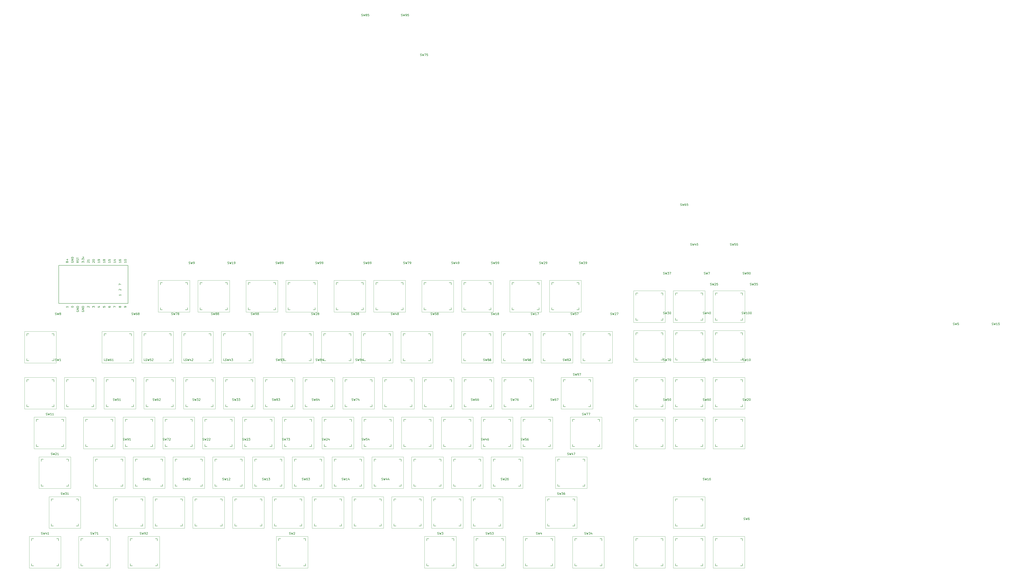
<source format=gbr>
%TF.GenerationSoftware,KiCad,Pcbnew,8.0.2-8.0.2-0~ubuntu22.04.1*%
%TF.CreationDate,2024-05-19T18:59:24-07:00*%
%TF.ProjectId,100kbd,3130306b-6264-42e6-9b69-6361645f7063,rev?*%
%TF.SameCoordinates,Original*%
%TF.FileFunction,Legend,Top*%
%TF.FilePolarity,Positive*%
%FSLAX46Y46*%
G04 Gerber Fmt 4.6, Leading zero omitted, Abs format (unit mm)*
G04 Created by KiCad (PCBNEW 8.0.2-8.0.2-0~ubuntu22.04.1) date 2024-05-19 18:59:24*
%MOMM*%
%LPD*%
G01*
G04 APERTURE LIST*
%ADD10C,0.150000*%
%ADD11C,0.200000*%
%ADD12C,0.120000*%
%ADD13C,0.140000*%
G04 APERTURE END LIST*
D10*
X-2079523Y314092800D02*
X-1936666Y314045180D01*
X-1936666Y314045180D02*
X-1698571Y314045180D01*
X-1698571Y314045180D02*
X-1603333Y314092800D01*
X-1603333Y314092800D02*
X-1555714Y314140419D01*
X-1555714Y314140419D02*
X-1508095Y314235657D01*
X-1508095Y314235657D02*
X-1508095Y314330895D01*
X-1508095Y314330895D02*
X-1555714Y314426133D01*
X-1555714Y314426133D02*
X-1603333Y314473752D01*
X-1603333Y314473752D02*
X-1698571Y314521371D01*
X-1698571Y314521371D02*
X-1889047Y314568990D01*
X-1889047Y314568990D02*
X-1984285Y314616609D01*
X-1984285Y314616609D02*
X-2031904Y314664228D01*
X-2031904Y314664228D02*
X-2079523Y314759466D01*
X-2079523Y314759466D02*
X-2079523Y314854704D01*
X-2079523Y314854704D02*
X-2031904Y314949942D01*
X-2031904Y314949942D02*
X-1984285Y314997561D01*
X-1984285Y314997561D02*
X-1889047Y315045180D01*
X-1889047Y315045180D02*
X-1650952Y315045180D01*
X-1650952Y315045180D02*
X-1508095Y314997561D01*
X-1174761Y315045180D02*
X-936666Y314045180D01*
X-936666Y314045180D02*
X-746190Y314759466D01*
X-746190Y314759466D02*
X-555714Y314045180D01*
X-555714Y314045180D02*
X-317619Y315045180D01*
X539523Y315045180D02*
X63333Y315045180D01*
X63333Y315045180D02*
X15714Y314568990D01*
X15714Y314568990D02*
X63333Y314616609D01*
X63333Y314616609D02*
X158571Y314664228D01*
X158571Y314664228D02*
X396666Y314664228D01*
X396666Y314664228D02*
X491904Y314616609D01*
X491904Y314616609D02*
X539523Y314568990D01*
X539523Y314568990D02*
X587142Y314473752D01*
X587142Y314473752D02*
X587142Y314235657D01*
X587142Y314235657D02*
X539523Y314140419D01*
X539523Y314140419D02*
X491904Y314092800D01*
X491904Y314092800D02*
X396666Y314045180D01*
X396666Y314045180D02*
X158571Y314045180D01*
X158571Y314045180D02*
X63333Y314092800D01*
X63333Y314092800D02*
X15714Y314140419D01*
X920476Y315045180D02*
X1539523Y315045180D01*
X1539523Y315045180D02*
X1206190Y314664228D01*
X1206190Y314664228D02*
X1349047Y314664228D01*
X1349047Y314664228D02*
X1444285Y314616609D01*
X1444285Y314616609D02*
X1491904Y314568990D01*
X1491904Y314568990D02*
X1539523Y314473752D01*
X1539523Y314473752D02*
X1539523Y314235657D01*
X1539523Y314235657D02*
X1491904Y314140419D01*
X1491904Y314140419D02*
X1444285Y314092800D01*
X1444285Y314092800D02*
X1349047Y314045180D01*
X1349047Y314045180D02*
X1063333Y314045180D01*
X1063333Y314045180D02*
X968095Y314092800D01*
X968095Y314092800D02*
X920476Y314140419D01*
X-66709523Y419592800D02*
X-66566666Y419545180D01*
X-66566666Y419545180D02*
X-66328571Y419545180D01*
X-66328571Y419545180D02*
X-66233333Y419592800D01*
X-66233333Y419592800D02*
X-66185714Y419640419D01*
X-66185714Y419640419D02*
X-66138095Y419735657D01*
X-66138095Y419735657D02*
X-66138095Y419830895D01*
X-66138095Y419830895D02*
X-66185714Y419926133D01*
X-66185714Y419926133D02*
X-66233333Y419973752D01*
X-66233333Y419973752D02*
X-66328571Y420021371D01*
X-66328571Y420021371D02*
X-66519047Y420068990D01*
X-66519047Y420068990D02*
X-66614285Y420116609D01*
X-66614285Y420116609D02*
X-66661904Y420164228D01*
X-66661904Y420164228D02*
X-66709523Y420259466D01*
X-66709523Y420259466D02*
X-66709523Y420354704D01*
X-66709523Y420354704D02*
X-66661904Y420449942D01*
X-66661904Y420449942D02*
X-66614285Y420497561D01*
X-66614285Y420497561D02*
X-66519047Y420545180D01*
X-66519047Y420545180D02*
X-66280952Y420545180D01*
X-66280952Y420545180D02*
X-66138095Y420497561D01*
X-65804761Y420545180D02*
X-65566666Y419545180D01*
X-65566666Y419545180D02*
X-65376190Y420259466D01*
X-65376190Y420259466D02*
X-65185714Y419545180D01*
X-65185714Y419545180D02*
X-64947619Y420545180D01*
X-64661904Y420545180D02*
X-64042857Y420545180D01*
X-64042857Y420545180D02*
X-64376190Y420164228D01*
X-64376190Y420164228D02*
X-64233333Y420164228D01*
X-64233333Y420164228D02*
X-64138095Y420116609D01*
X-64138095Y420116609D02*
X-64090476Y420068990D01*
X-64090476Y420068990D02*
X-64042857Y419973752D01*
X-64042857Y419973752D02*
X-64042857Y419735657D01*
X-64042857Y419735657D02*
X-64090476Y419640419D01*
X-64090476Y419640419D02*
X-64138095Y419592800D01*
X-64138095Y419592800D02*
X-64233333Y419545180D01*
X-64233333Y419545180D02*
X-64519047Y419545180D01*
X-64519047Y419545180D02*
X-64614285Y419592800D01*
X-64614285Y419592800D02*
X-64661904Y419640419D01*
X-63471428Y420116609D02*
X-63566666Y420164228D01*
X-63566666Y420164228D02*
X-63614285Y420211847D01*
X-63614285Y420211847D02*
X-63661904Y420307085D01*
X-63661904Y420307085D02*
X-63661904Y420354704D01*
X-63661904Y420354704D02*
X-63614285Y420449942D01*
X-63614285Y420449942D02*
X-63566666Y420497561D01*
X-63566666Y420497561D02*
X-63471428Y420545180D01*
X-63471428Y420545180D02*
X-63280952Y420545180D01*
X-63280952Y420545180D02*
X-63185714Y420497561D01*
X-63185714Y420497561D02*
X-63138095Y420449942D01*
X-63138095Y420449942D02*
X-63090476Y420354704D01*
X-63090476Y420354704D02*
X-63090476Y420307085D01*
X-63090476Y420307085D02*
X-63138095Y420211847D01*
X-63138095Y420211847D02*
X-63185714Y420164228D01*
X-63185714Y420164228D02*
X-63280952Y420116609D01*
X-63280952Y420116609D02*
X-63471428Y420116609D01*
X-63471428Y420116609D02*
X-63566666Y420068990D01*
X-63566666Y420068990D02*
X-63614285Y420021371D01*
X-63614285Y420021371D02*
X-63661904Y419926133D01*
X-63661904Y419926133D02*
X-63661904Y419735657D01*
X-63661904Y419735657D02*
X-63614285Y419640419D01*
X-63614285Y419640419D02*
X-63566666Y419592800D01*
X-63566666Y419592800D02*
X-63471428Y419545180D01*
X-63471428Y419545180D02*
X-63280952Y419545180D01*
X-63280952Y419545180D02*
X-63185714Y419592800D01*
X-63185714Y419592800D02*
X-63138095Y419640419D01*
X-63138095Y419640419D02*
X-63090476Y419735657D01*
X-63090476Y419735657D02*
X-63090476Y419926133D01*
X-63090476Y419926133D02*
X-63138095Y420021371D01*
X-63138095Y420021371D02*
X-63185714Y420068990D01*
X-63185714Y420068990D02*
X-63280952Y420116609D01*
X19590476Y419592800D02*
X19733333Y419545180D01*
X19733333Y419545180D02*
X19971428Y419545180D01*
X19971428Y419545180D02*
X20066666Y419592800D01*
X20066666Y419592800D02*
X20114285Y419640419D01*
X20114285Y419640419D02*
X20161904Y419735657D01*
X20161904Y419735657D02*
X20161904Y419830895D01*
X20161904Y419830895D02*
X20114285Y419926133D01*
X20114285Y419926133D02*
X20066666Y419973752D01*
X20066666Y419973752D02*
X19971428Y420021371D01*
X19971428Y420021371D02*
X19780952Y420068990D01*
X19780952Y420068990D02*
X19685714Y420116609D01*
X19685714Y420116609D02*
X19638095Y420164228D01*
X19638095Y420164228D02*
X19590476Y420259466D01*
X19590476Y420259466D02*
X19590476Y420354704D01*
X19590476Y420354704D02*
X19638095Y420449942D01*
X19638095Y420449942D02*
X19685714Y420497561D01*
X19685714Y420497561D02*
X19780952Y420545180D01*
X19780952Y420545180D02*
X20019047Y420545180D01*
X20019047Y420545180D02*
X20161904Y420497561D01*
X20495238Y420545180D02*
X20733333Y419545180D01*
X20733333Y419545180D02*
X20923809Y420259466D01*
X20923809Y420259466D02*
X21114285Y419545180D01*
X21114285Y419545180D02*
X21352381Y420545180D01*
X22257142Y419545180D02*
X21685714Y419545180D01*
X21971428Y419545180D02*
X21971428Y420545180D01*
X21971428Y420545180D02*
X21876190Y420402323D01*
X21876190Y420402323D02*
X21780952Y420307085D01*
X21780952Y420307085D02*
X21685714Y420259466D01*
X22590476Y420545180D02*
X23257142Y420545180D01*
X23257142Y420545180D02*
X22828571Y419545180D01*
X14750476Y359292800D02*
X14893333Y359245180D01*
X14893333Y359245180D02*
X15131428Y359245180D01*
X15131428Y359245180D02*
X15226666Y359292800D01*
X15226666Y359292800D02*
X15274285Y359340419D01*
X15274285Y359340419D02*
X15321904Y359435657D01*
X15321904Y359435657D02*
X15321904Y359530895D01*
X15321904Y359530895D02*
X15274285Y359626133D01*
X15274285Y359626133D02*
X15226666Y359673752D01*
X15226666Y359673752D02*
X15131428Y359721371D01*
X15131428Y359721371D02*
X14940952Y359768990D01*
X14940952Y359768990D02*
X14845714Y359816609D01*
X14845714Y359816609D02*
X14798095Y359864228D01*
X14798095Y359864228D02*
X14750476Y359959466D01*
X14750476Y359959466D02*
X14750476Y360054704D01*
X14750476Y360054704D02*
X14798095Y360149942D01*
X14798095Y360149942D02*
X14845714Y360197561D01*
X14845714Y360197561D02*
X14940952Y360245180D01*
X14940952Y360245180D02*
X15179047Y360245180D01*
X15179047Y360245180D02*
X15321904Y360197561D01*
X15655238Y360245180D02*
X15893333Y359245180D01*
X15893333Y359245180D02*
X16083809Y359959466D01*
X16083809Y359959466D02*
X16274285Y359245180D01*
X16274285Y359245180D02*
X16512381Y360245180D01*
X17369523Y360245180D02*
X16893333Y360245180D01*
X16893333Y360245180D02*
X16845714Y359768990D01*
X16845714Y359768990D02*
X16893333Y359816609D01*
X16893333Y359816609D02*
X16988571Y359864228D01*
X16988571Y359864228D02*
X17226666Y359864228D01*
X17226666Y359864228D02*
X17321904Y359816609D01*
X17321904Y359816609D02*
X17369523Y359768990D01*
X17369523Y359768990D02*
X17417142Y359673752D01*
X17417142Y359673752D02*
X17417142Y359435657D01*
X17417142Y359435657D02*
X17369523Y359340419D01*
X17369523Y359340419D02*
X17321904Y359292800D01*
X17321904Y359292800D02*
X17226666Y359245180D01*
X17226666Y359245180D02*
X16988571Y359245180D01*
X16988571Y359245180D02*
X16893333Y359292800D01*
X16893333Y359292800D02*
X16845714Y359340419D01*
X18274285Y360245180D02*
X18083809Y360245180D01*
X18083809Y360245180D02*
X17988571Y360197561D01*
X17988571Y360197561D02*
X17940952Y360149942D01*
X17940952Y360149942D02*
X17845714Y360007085D01*
X17845714Y360007085D02*
X17798095Y359816609D01*
X17798095Y359816609D02*
X17798095Y359435657D01*
X17798095Y359435657D02*
X17845714Y359340419D01*
X17845714Y359340419D02*
X17893333Y359292800D01*
X17893333Y359292800D02*
X17988571Y359245180D01*
X17988571Y359245180D02*
X18179047Y359245180D01*
X18179047Y359245180D02*
X18274285Y359292800D01*
X18274285Y359292800D02*
X18321904Y359340419D01*
X18321904Y359340419D02*
X18369523Y359435657D01*
X18369523Y359435657D02*
X18369523Y359673752D01*
X18369523Y359673752D02*
X18321904Y359768990D01*
X18321904Y359768990D02*
X18274285Y359816609D01*
X18274285Y359816609D02*
X18179047Y359864228D01*
X18179047Y359864228D02*
X17988571Y359864228D01*
X17988571Y359864228D02*
X17893333Y359816609D01*
X17893333Y359816609D02*
X17845714Y359768990D01*
X17845714Y359768990D02*
X17798095Y359673752D01*
X-138049523Y359292800D02*
X-137906666Y359245180D01*
X-137906666Y359245180D02*
X-137668571Y359245180D01*
X-137668571Y359245180D02*
X-137573333Y359292800D01*
X-137573333Y359292800D02*
X-137525714Y359340419D01*
X-137525714Y359340419D02*
X-137478095Y359435657D01*
X-137478095Y359435657D02*
X-137478095Y359530895D01*
X-137478095Y359530895D02*
X-137525714Y359626133D01*
X-137525714Y359626133D02*
X-137573333Y359673752D01*
X-137573333Y359673752D02*
X-137668571Y359721371D01*
X-137668571Y359721371D02*
X-137859047Y359768990D01*
X-137859047Y359768990D02*
X-137954285Y359816609D01*
X-137954285Y359816609D02*
X-138001904Y359864228D01*
X-138001904Y359864228D02*
X-138049523Y359959466D01*
X-138049523Y359959466D02*
X-138049523Y360054704D01*
X-138049523Y360054704D02*
X-138001904Y360149942D01*
X-138001904Y360149942D02*
X-137954285Y360197561D01*
X-137954285Y360197561D02*
X-137859047Y360245180D01*
X-137859047Y360245180D02*
X-137620952Y360245180D01*
X-137620952Y360245180D02*
X-137478095Y360197561D01*
X-137144761Y360245180D02*
X-136906666Y359245180D01*
X-136906666Y359245180D02*
X-136716190Y359959466D01*
X-136716190Y359959466D02*
X-136525714Y359245180D01*
X-136525714Y359245180D02*
X-136287619Y360245180D01*
X-135954285Y360149942D02*
X-135906666Y360197561D01*
X-135906666Y360197561D02*
X-135811428Y360245180D01*
X-135811428Y360245180D02*
X-135573333Y360245180D01*
X-135573333Y360245180D02*
X-135478095Y360197561D01*
X-135478095Y360197561D02*
X-135430476Y360149942D01*
X-135430476Y360149942D02*
X-135382857Y360054704D01*
X-135382857Y360054704D02*
X-135382857Y359959466D01*
X-135382857Y359959466D02*
X-135430476Y359816609D01*
X-135430476Y359816609D02*
X-136001904Y359245180D01*
X-136001904Y359245180D02*
X-135382857Y359245180D01*
X-135001904Y360149942D02*
X-134954285Y360197561D01*
X-134954285Y360197561D02*
X-134859047Y360245180D01*
X-134859047Y360245180D02*
X-134620952Y360245180D01*
X-134620952Y360245180D02*
X-134525714Y360197561D01*
X-134525714Y360197561D02*
X-134478095Y360149942D01*
X-134478095Y360149942D02*
X-134430476Y360054704D01*
X-134430476Y360054704D02*
X-134430476Y359959466D01*
X-134430476Y359959466D02*
X-134478095Y359816609D01*
X-134478095Y359816609D02*
X-135049523Y359245180D01*
X-135049523Y359245180D02*
X-134430476Y359245180D01*
X-66453523Y378392800D02*
X-66310666Y378345180D01*
X-66310666Y378345180D02*
X-66072571Y378345180D01*
X-66072571Y378345180D02*
X-65977333Y378392800D01*
X-65977333Y378392800D02*
X-65929714Y378440419D01*
X-65929714Y378440419D02*
X-65882095Y378535657D01*
X-65882095Y378535657D02*
X-65882095Y378630895D01*
X-65882095Y378630895D02*
X-65929714Y378726133D01*
X-65929714Y378726133D02*
X-65977333Y378773752D01*
X-65977333Y378773752D02*
X-66072571Y378821371D01*
X-66072571Y378821371D02*
X-66263047Y378868990D01*
X-66263047Y378868990D02*
X-66358285Y378916609D01*
X-66358285Y378916609D02*
X-66405904Y378964228D01*
X-66405904Y378964228D02*
X-66453523Y379059466D01*
X-66453523Y379059466D02*
X-66453523Y379154704D01*
X-66453523Y379154704D02*
X-66405904Y379249942D01*
X-66405904Y379249942D02*
X-66358285Y379297561D01*
X-66358285Y379297561D02*
X-66263047Y379345180D01*
X-66263047Y379345180D02*
X-66024952Y379345180D01*
X-66024952Y379345180D02*
X-65882095Y379297561D01*
X-65548761Y379345180D02*
X-65310666Y378345180D01*
X-65310666Y378345180D02*
X-65120190Y379059466D01*
X-65120190Y379059466D02*
X-64929714Y378345180D01*
X-64929714Y378345180D02*
X-64691619Y379345180D01*
X-64405904Y379345180D02*
X-63739238Y379345180D01*
X-63739238Y379345180D02*
X-64167809Y378345180D01*
X-62929714Y379011847D02*
X-62929714Y378345180D01*
X-63167809Y379392800D02*
X-63405904Y378678514D01*
X-63405904Y378678514D02*
X-62786857Y378678514D01*
X121320476Y397492800D02*
X121463333Y397445180D01*
X121463333Y397445180D02*
X121701428Y397445180D01*
X121701428Y397445180D02*
X121796666Y397492800D01*
X121796666Y397492800D02*
X121844285Y397540419D01*
X121844285Y397540419D02*
X121891904Y397635657D01*
X121891904Y397635657D02*
X121891904Y397730895D01*
X121891904Y397730895D02*
X121844285Y397826133D01*
X121844285Y397826133D02*
X121796666Y397873752D01*
X121796666Y397873752D02*
X121701428Y397921371D01*
X121701428Y397921371D02*
X121510952Y397968990D01*
X121510952Y397968990D02*
X121415714Y398016609D01*
X121415714Y398016609D02*
X121368095Y398064228D01*
X121368095Y398064228D02*
X121320476Y398159466D01*
X121320476Y398159466D02*
X121320476Y398254704D01*
X121320476Y398254704D02*
X121368095Y398349942D01*
X121368095Y398349942D02*
X121415714Y398397561D01*
X121415714Y398397561D02*
X121510952Y398445180D01*
X121510952Y398445180D02*
X121749047Y398445180D01*
X121749047Y398445180D02*
X121891904Y398397561D01*
X122225238Y398445180D02*
X122463333Y397445180D01*
X122463333Y397445180D02*
X122653809Y398159466D01*
X122653809Y398159466D02*
X122844285Y397445180D01*
X122844285Y397445180D02*
X123082381Y398445180D01*
X123987142Y397445180D02*
X123415714Y397445180D01*
X123701428Y397445180D02*
X123701428Y398445180D01*
X123701428Y398445180D02*
X123606190Y398302323D01*
X123606190Y398302323D02*
X123510952Y398207085D01*
X123510952Y398207085D02*
X123415714Y398159466D01*
X124606190Y398445180D02*
X124701428Y398445180D01*
X124701428Y398445180D02*
X124796666Y398397561D01*
X124796666Y398397561D02*
X124844285Y398349942D01*
X124844285Y398349942D02*
X124891904Y398254704D01*
X124891904Y398254704D02*
X124939523Y398064228D01*
X124939523Y398064228D02*
X124939523Y397826133D01*
X124939523Y397826133D02*
X124891904Y397635657D01*
X124891904Y397635657D02*
X124844285Y397540419D01*
X124844285Y397540419D02*
X124796666Y397492800D01*
X124796666Y397492800D02*
X124701428Y397445180D01*
X124701428Y397445180D02*
X124606190Y397445180D01*
X124606190Y397445180D02*
X124510952Y397492800D01*
X124510952Y397492800D02*
X124463333Y397540419D01*
X124463333Y397540419D02*
X124415714Y397635657D01*
X124415714Y397635657D02*
X124368095Y397826133D01*
X124368095Y397826133D02*
X124368095Y398064228D01*
X124368095Y398064228D02*
X124415714Y398254704D01*
X124415714Y398254704D02*
X124463333Y398349942D01*
X124463333Y398349942D02*
X124510952Y398397561D01*
X124510952Y398397561D02*
X124606190Y398445180D01*
X-52109523Y340192800D02*
X-51966666Y340145180D01*
X-51966666Y340145180D02*
X-51728571Y340145180D01*
X-51728571Y340145180D02*
X-51633333Y340192800D01*
X-51633333Y340192800D02*
X-51585714Y340240419D01*
X-51585714Y340240419D02*
X-51538095Y340335657D01*
X-51538095Y340335657D02*
X-51538095Y340430895D01*
X-51538095Y340430895D02*
X-51585714Y340526133D01*
X-51585714Y340526133D02*
X-51633333Y340573752D01*
X-51633333Y340573752D02*
X-51728571Y340621371D01*
X-51728571Y340621371D02*
X-51919047Y340668990D01*
X-51919047Y340668990D02*
X-52014285Y340716609D01*
X-52014285Y340716609D02*
X-52061904Y340764228D01*
X-52061904Y340764228D02*
X-52109523Y340859466D01*
X-52109523Y340859466D02*
X-52109523Y340954704D01*
X-52109523Y340954704D02*
X-52061904Y341049942D01*
X-52061904Y341049942D02*
X-52014285Y341097561D01*
X-52014285Y341097561D02*
X-51919047Y341145180D01*
X-51919047Y341145180D02*
X-51680952Y341145180D01*
X-51680952Y341145180D02*
X-51538095Y341097561D01*
X-51204761Y341145180D02*
X-50966666Y340145180D01*
X-50966666Y340145180D02*
X-50776190Y340859466D01*
X-50776190Y340859466D02*
X-50585714Y340145180D01*
X-50585714Y340145180D02*
X-50347619Y341145180D01*
X-49538095Y340811847D02*
X-49538095Y340145180D01*
X-49776190Y341192800D02*
X-50014285Y340478514D01*
X-50014285Y340478514D02*
X-49395238Y340478514D01*
X-48585714Y340811847D02*
X-48585714Y340145180D01*
X-48823809Y341192800D02*
X-49061904Y340478514D01*
X-49061904Y340478514D02*
X-48442857Y340478514D01*
X-210829523Y352292800D02*
X-210686666Y352245180D01*
X-210686666Y352245180D02*
X-210448571Y352245180D01*
X-210448571Y352245180D02*
X-210353333Y352292800D01*
X-210353333Y352292800D02*
X-210305714Y352340419D01*
X-210305714Y352340419D02*
X-210258095Y352435657D01*
X-210258095Y352435657D02*
X-210258095Y352530895D01*
X-210258095Y352530895D02*
X-210305714Y352626133D01*
X-210305714Y352626133D02*
X-210353333Y352673752D01*
X-210353333Y352673752D02*
X-210448571Y352721371D01*
X-210448571Y352721371D02*
X-210639047Y352768990D01*
X-210639047Y352768990D02*
X-210734285Y352816609D01*
X-210734285Y352816609D02*
X-210781904Y352864228D01*
X-210781904Y352864228D02*
X-210829523Y352959466D01*
X-210829523Y352959466D02*
X-210829523Y353054704D01*
X-210829523Y353054704D02*
X-210781904Y353149942D01*
X-210781904Y353149942D02*
X-210734285Y353197561D01*
X-210734285Y353197561D02*
X-210639047Y353245180D01*
X-210639047Y353245180D02*
X-210400952Y353245180D01*
X-210400952Y353245180D02*
X-210258095Y353197561D01*
X-209924761Y353245180D02*
X-209686666Y352245180D01*
X-209686666Y352245180D02*
X-209496190Y352959466D01*
X-209496190Y352959466D02*
X-209305714Y352245180D01*
X-209305714Y352245180D02*
X-209067619Y353245180D01*
X-208734285Y353149942D02*
X-208686666Y353197561D01*
X-208686666Y353197561D02*
X-208591428Y353245180D01*
X-208591428Y353245180D02*
X-208353333Y353245180D01*
X-208353333Y353245180D02*
X-208258095Y353197561D01*
X-208258095Y353197561D02*
X-208210476Y353149942D01*
X-208210476Y353149942D02*
X-208162857Y353054704D01*
X-208162857Y353054704D02*
X-208162857Y352959466D01*
X-208162857Y352959466D02*
X-208210476Y352816609D01*
X-208210476Y352816609D02*
X-208781904Y352245180D01*
X-208781904Y352245180D02*
X-208162857Y352245180D01*
X-207210476Y352245180D02*
X-207781904Y352245180D01*
X-207496190Y352245180D02*
X-207496190Y353245180D01*
X-207496190Y353245180D02*
X-207591428Y353102323D01*
X-207591428Y353102323D02*
X-207686666Y353007085D01*
X-207686666Y353007085D02*
X-207781904Y352959466D01*
X-9153523Y378392800D02*
X-9010666Y378345180D01*
X-9010666Y378345180D02*
X-8772571Y378345180D01*
X-8772571Y378345180D02*
X-8677333Y378392800D01*
X-8677333Y378392800D02*
X-8629714Y378440419D01*
X-8629714Y378440419D02*
X-8582095Y378535657D01*
X-8582095Y378535657D02*
X-8582095Y378630895D01*
X-8582095Y378630895D02*
X-8629714Y378726133D01*
X-8629714Y378726133D02*
X-8677333Y378773752D01*
X-8677333Y378773752D02*
X-8772571Y378821371D01*
X-8772571Y378821371D02*
X-8963047Y378868990D01*
X-8963047Y378868990D02*
X-9058285Y378916609D01*
X-9058285Y378916609D02*
X-9105904Y378964228D01*
X-9105904Y378964228D02*
X-9153523Y379059466D01*
X-9153523Y379059466D02*
X-9153523Y379154704D01*
X-9153523Y379154704D02*
X-9105904Y379249942D01*
X-9105904Y379249942D02*
X-9058285Y379297561D01*
X-9058285Y379297561D02*
X-8963047Y379345180D01*
X-8963047Y379345180D02*
X-8724952Y379345180D01*
X-8724952Y379345180D02*
X-8582095Y379297561D01*
X-8248761Y379345180D02*
X-8010666Y378345180D01*
X-8010666Y378345180D02*
X-7820190Y379059466D01*
X-7820190Y379059466D02*
X-7629714Y378345180D01*
X-7629714Y378345180D02*
X-7391619Y379345180D01*
X-6582095Y379345180D02*
X-6772571Y379345180D01*
X-6772571Y379345180D02*
X-6867809Y379297561D01*
X-6867809Y379297561D02*
X-6915428Y379249942D01*
X-6915428Y379249942D02*
X-7010666Y379107085D01*
X-7010666Y379107085D02*
X-7058285Y378916609D01*
X-7058285Y378916609D02*
X-7058285Y378535657D01*
X-7058285Y378535657D02*
X-7010666Y378440419D01*
X-7010666Y378440419D02*
X-6963047Y378392800D01*
X-6963047Y378392800D02*
X-6867809Y378345180D01*
X-6867809Y378345180D02*
X-6677333Y378345180D01*
X-6677333Y378345180D02*
X-6582095Y378392800D01*
X-6582095Y378392800D02*
X-6534476Y378440419D01*
X-6534476Y378440419D02*
X-6486857Y378535657D01*
X-6486857Y378535657D02*
X-6486857Y378773752D01*
X-6486857Y378773752D02*
X-6534476Y378868990D01*
X-6534476Y378868990D02*
X-6582095Y378916609D01*
X-6582095Y378916609D02*
X-6677333Y378964228D01*
X-6677333Y378964228D02*
X-6867809Y378964228D01*
X-6867809Y378964228D02*
X-6963047Y378916609D01*
X-6963047Y378916609D02*
X-7010666Y378868990D01*
X-7010666Y378868990D02*
X-7058285Y378773752D01*
X-5629714Y379345180D02*
X-5820190Y379345180D01*
X-5820190Y379345180D02*
X-5915428Y379297561D01*
X-5915428Y379297561D02*
X-5963047Y379249942D01*
X-5963047Y379249942D02*
X-6058285Y379107085D01*
X-6058285Y379107085D02*
X-6105904Y378916609D01*
X-6105904Y378916609D02*
X-6105904Y378535657D01*
X-6105904Y378535657D02*
X-6058285Y378440419D01*
X-6058285Y378440419D02*
X-6010666Y378392800D01*
X-6010666Y378392800D02*
X-5915428Y378345180D01*
X-5915428Y378345180D02*
X-5724952Y378345180D01*
X-5724952Y378345180D02*
X-5629714Y378392800D01*
X-5629714Y378392800D02*
X-5582095Y378440419D01*
X-5582095Y378440419D02*
X-5534476Y378535657D01*
X-5534476Y378535657D02*
X-5534476Y378773752D01*
X-5534476Y378773752D02*
X-5582095Y378868990D01*
X-5582095Y378868990D02*
X-5629714Y378916609D01*
X-5629714Y378916609D02*
X-5724952Y378964228D01*
X-5724952Y378964228D02*
X-5915428Y378964228D01*
X-5915428Y378964228D02*
X-6010666Y378916609D01*
X-6010666Y378916609D02*
X-6058285Y378868990D01*
X-6058285Y378868990D02*
X-6105904Y378773752D01*
X121320476Y439092800D02*
X121463333Y439045180D01*
X121463333Y439045180D02*
X121701428Y439045180D01*
X121701428Y439045180D02*
X121796666Y439092800D01*
X121796666Y439092800D02*
X121844285Y439140419D01*
X121844285Y439140419D02*
X121891904Y439235657D01*
X121891904Y439235657D02*
X121891904Y439330895D01*
X121891904Y439330895D02*
X121844285Y439426133D01*
X121844285Y439426133D02*
X121796666Y439473752D01*
X121796666Y439473752D02*
X121701428Y439521371D01*
X121701428Y439521371D02*
X121510952Y439568990D01*
X121510952Y439568990D02*
X121415714Y439616609D01*
X121415714Y439616609D02*
X121368095Y439664228D01*
X121368095Y439664228D02*
X121320476Y439759466D01*
X121320476Y439759466D02*
X121320476Y439854704D01*
X121320476Y439854704D02*
X121368095Y439949942D01*
X121368095Y439949942D02*
X121415714Y439997561D01*
X121415714Y439997561D02*
X121510952Y440045180D01*
X121510952Y440045180D02*
X121749047Y440045180D01*
X121749047Y440045180D02*
X121891904Y439997561D01*
X122225238Y440045180D02*
X122463333Y439045180D01*
X122463333Y439045180D02*
X122653809Y439759466D01*
X122653809Y439759466D02*
X122844285Y439045180D01*
X122844285Y439045180D02*
X123082381Y440045180D01*
X123510952Y439045180D02*
X123701428Y439045180D01*
X123701428Y439045180D02*
X123796666Y439092800D01*
X123796666Y439092800D02*
X123844285Y439140419D01*
X123844285Y439140419D02*
X123939523Y439283276D01*
X123939523Y439283276D02*
X123987142Y439473752D01*
X123987142Y439473752D02*
X123987142Y439854704D01*
X123987142Y439854704D02*
X123939523Y439949942D01*
X123939523Y439949942D02*
X123891904Y439997561D01*
X123891904Y439997561D02*
X123796666Y440045180D01*
X123796666Y440045180D02*
X123606190Y440045180D01*
X123606190Y440045180D02*
X123510952Y439997561D01*
X123510952Y439997561D02*
X123463333Y439949942D01*
X123463333Y439949942D02*
X123415714Y439854704D01*
X123415714Y439854704D02*
X123415714Y439616609D01*
X123415714Y439616609D02*
X123463333Y439521371D01*
X123463333Y439521371D02*
X123510952Y439473752D01*
X123510952Y439473752D02*
X123606190Y439426133D01*
X123606190Y439426133D02*
X123796666Y439426133D01*
X123796666Y439426133D02*
X123891904Y439473752D01*
X123891904Y439473752D02*
X123939523Y439521371D01*
X123939523Y439521371D02*
X123987142Y439616609D01*
X124606190Y440045180D02*
X124701428Y440045180D01*
X124701428Y440045180D02*
X124796666Y439997561D01*
X124796666Y439997561D02*
X124844285Y439949942D01*
X124844285Y439949942D02*
X124891904Y439854704D01*
X124891904Y439854704D02*
X124939523Y439664228D01*
X124939523Y439664228D02*
X124939523Y439426133D01*
X124939523Y439426133D02*
X124891904Y439235657D01*
X124891904Y439235657D02*
X124844285Y439140419D01*
X124844285Y439140419D02*
X124796666Y439092800D01*
X124796666Y439092800D02*
X124701428Y439045180D01*
X124701428Y439045180D02*
X124606190Y439045180D01*
X124606190Y439045180D02*
X124510952Y439092800D01*
X124510952Y439092800D02*
X124463333Y439140419D01*
X124463333Y439140419D02*
X124415714Y439235657D01*
X124415714Y439235657D02*
X124368095Y439426133D01*
X124368095Y439426133D02*
X124368095Y439664228D01*
X124368095Y439664228D02*
X124415714Y439854704D01*
X124415714Y439854704D02*
X124463333Y439949942D01*
X124463333Y439949942D02*
X124510952Y439997561D01*
X124510952Y439997561D02*
X124606190Y440045180D01*
X9946476Y378392800D02*
X10089333Y378345180D01*
X10089333Y378345180D02*
X10327428Y378345180D01*
X10327428Y378345180D02*
X10422666Y378392800D01*
X10422666Y378392800D02*
X10470285Y378440419D01*
X10470285Y378440419D02*
X10517904Y378535657D01*
X10517904Y378535657D02*
X10517904Y378630895D01*
X10517904Y378630895D02*
X10470285Y378726133D01*
X10470285Y378726133D02*
X10422666Y378773752D01*
X10422666Y378773752D02*
X10327428Y378821371D01*
X10327428Y378821371D02*
X10136952Y378868990D01*
X10136952Y378868990D02*
X10041714Y378916609D01*
X10041714Y378916609D02*
X9994095Y378964228D01*
X9994095Y378964228D02*
X9946476Y379059466D01*
X9946476Y379059466D02*
X9946476Y379154704D01*
X9946476Y379154704D02*
X9994095Y379249942D01*
X9994095Y379249942D02*
X10041714Y379297561D01*
X10041714Y379297561D02*
X10136952Y379345180D01*
X10136952Y379345180D02*
X10375047Y379345180D01*
X10375047Y379345180D02*
X10517904Y379297561D01*
X10851238Y379345180D02*
X11089333Y378345180D01*
X11089333Y378345180D02*
X11279809Y379059466D01*
X11279809Y379059466D02*
X11470285Y378345180D01*
X11470285Y378345180D02*
X11708381Y379345180D01*
X11994095Y379345180D02*
X12660761Y379345180D01*
X12660761Y379345180D02*
X12232190Y378345180D01*
X13470285Y379345180D02*
X13279809Y379345180D01*
X13279809Y379345180D02*
X13184571Y379297561D01*
X13184571Y379297561D02*
X13136952Y379249942D01*
X13136952Y379249942D02*
X13041714Y379107085D01*
X13041714Y379107085D02*
X12994095Y378916609D01*
X12994095Y378916609D02*
X12994095Y378535657D01*
X12994095Y378535657D02*
X13041714Y378440419D01*
X13041714Y378440419D02*
X13089333Y378392800D01*
X13089333Y378392800D02*
X13184571Y378345180D01*
X13184571Y378345180D02*
X13375047Y378345180D01*
X13375047Y378345180D02*
X13470285Y378392800D01*
X13470285Y378392800D02*
X13517904Y378440419D01*
X13517904Y378440419D02*
X13565523Y378535657D01*
X13565523Y378535657D02*
X13565523Y378773752D01*
X13565523Y378773752D02*
X13517904Y378868990D01*
X13517904Y378868990D02*
X13470285Y378916609D01*
X13470285Y378916609D02*
X13375047Y378964228D01*
X13375047Y378964228D02*
X13184571Y378964228D01*
X13184571Y378964228D02*
X13089333Y378916609D01*
X13089333Y378916609D02*
X13041714Y378868990D01*
X13041714Y378868990D02*
X12994095Y378773752D01*
X-85809523Y419592800D02*
X-85666666Y419545180D01*
X-85666666Y419545180D02*
X-85428571Y419545180D01*
X-85428571Y419545180D02*
X-85333333Y419592800D01*
X-85333333Y419592800D02*
X-85285714Y419640419D01*
X-85285714Y419640419D02*
X-85238095Y419735657D01*
X-85238095Y419735657D02*
X-85238095Y419830895D01*
X-85238095Y419830895D02*
X-85285714Y419926133D01*
X-85285714Y419926133D02*
X-85333333Y419973752D01*
X-85333333Y419973752D02*
X-85428571Y420021371D01*
X-85428571Y420021371D02*
X-85619047Y420068990D01*
X-85619047Y420068990D02*
X-85714285Y420116609D01*
X-85714285Y420116609D02*
X-85761904Y420164228D01*
X-85761904Y420164228D02*
X-85809523Y420259466D01*
X-85809523Y420259466D02*
X-85809523Y420354704D01*
X-85809523Y420354704D02*
X-85761904Y420449942D01*
X-85761904Y420449942D02*
X-85714285Y420497561D01*
X-85714285Y420497561D02*
X-85619047Y420545180D01*
X-85619047Y420545180D02*
X-85380952Y420545180D01*
X-85380952Y420545180D02*
X-85238095Y420497561D01*
X-84904761Y420545180D02*
X-84666666Y419545180D01*
X-84666666Y419545180D02*
X-84476190Y420259466D01*
X-84476190Y420259466D02*
X-84285714Y419545180D01*
X-84285714Y419545180D02*
X-84047619Y420545180D01*
X-83714285Y420449942D02*
X-83666666Y420497561D01*
X-83666666Y420497561D02*
X-83571428Y420545180D01*
X-83571428Y420545180D02*
X-83333333Y420545180D01*
X-83333333Y420545180D02*
X-83238095Y420497561D01*
X-83238095Y420497561D02*
X-83190476Y420449942D01*
X-83190476Y420449942D02*
X-83142857Y420354704D01*
X-83142857Y420354704D02*
X-83142857Y420259466D01*
X-83142857Y420259466D02*
X-83190476Y420116609D01*
X-83190476Y420116609D02*
X-83761904Y419545180D01*
X-83761904Y419545180D02*
X-83142857Y419545180D01*
X-82571428Y420116609D02*
X-82666666Y420164228D01*
X-82666666Y420164228D02*
X-82714285Y420211847D01*
X-82714285Y420211847D02*
X-82761904Y420307085D01*
X-82761904Y420307085D02*
X-82761904Y420354704D01*
X-82761904Y420354704D02*
X-82714285Y420449942D01*
X-82714285Y420449942D02*
X-82666666Y420497561D01*
X-82666666Y420497561D02*
X-82571428Y420545180D01*
X-82571428Y420545180D02*
X-82380952Y420545180D01*
X-82380952Y420545180D02*
X-82285714Y420497561D01*
X-82285714Y420497561D02*
X-82238095Y420449942D01*
X-82238095Y420449942D02*
X-82190476Y420354704D01*
X-82190476Y420354704D02*
X-82190476Y420307085D01*
X-82190476Y420307085D02*
X-82238095Y420211847D01*
X-82238095Y420211847D02*
X-82285714Y420164228D01*
X-82285714Y420164228D02*
X-82380952Y420116609D01*
X-82380952Y420116609D02*
X-82571428Y420116609D01*
X-82571428Y420116609D02*
X-82666666Y420068990D01*
X-82666666Y420068990D02*
X-82714285Y420021371D01*
X-82714285Y420021371D02*
X-82761904Y419926133D01*
X-82761904Y419926133D02*
X-82761904Y419735657D01*
X-82761904Y419735657D02*
X-82714285Y419640419D01*
X-82714285Y419640419D02*
X-82666666Y419592800D01*
X-82666666Y419592800D02*
X-82571428Y419545180D01*
X-82571428Y419545180D02*
X-82380952Y419545180D01*
X-82380952Y419545180D02*
X-82285714Y419592800D01*
X-82285714Y419592800D02*
X-82238095Y419640419D01*
X-82238095Y419640419D02*
X-82190476Y419735657D01*
X-82190476Y419735657D02*
X-82190476Y419926133D01*
X-82190476Y419926133D02*
X-82238095Y420021371D01*
X-82238095Y420021371D02*
X-82285714Y420068990D01*
X-82285714Y420068990D02*
X-82380952Y420116609D01*
X-215534523Y314092800D02*
X-215391666Y314045180D01*
X-215391666Y314045180D02*
X-215153571Y314045180D01*
X-215153571Y314045180D02*
X-215058333Y314092800D01*
X-215058333Y314092800D02*
X-215010714Y314140419D01*
X-215010714Y314140419D02*
X-214963095Y314235657D01*
X-214963095Y314235657D02*
X-214963095Y314330895D01*
X-214963095Y314330895D02*
X-215010714Y314426133D01*
X-215010714Y314426133D02*
X-215058333Y314473752D01*
X-215058333Y314473752D02*
X-215153571Y314521371D01*
X-215153571Y314521371D02*
X-215344047Y314568990D01*
X-215344047Y314568990D02*
X-215439285Y314616609D01*
X-215439285Y314616609D02*
X-215486904Y314664228D01*
X-215486904Y314664228D02*
X-215534523Y314759466D01*
X-215534523Y314759466D02*
X-215534523Y314854704D01*
X-215534523Y314854704D02*
X-215486904Y314949942D01*
X-215486904Y314949942D02*
X-215439285Y314997561D01*
X-215439285Y314997561D02*
X-215344047Y315045180D01*
X-215344047Y315045180D02*
X-215105952Y315045180D01*
X-215105952Y315045180D02*
X-214963095Y314997561D01*
X-214629761Y315045180D02*
X-214391666Y314045180D01*
X-214391666Y314045180D02*
X-214201190Y314759466D01*
X-214201190Y314759466D02*
X-214010714Y314045180D01*
X-214010714Y314045180D02*
X-213772619Y315045180D01*
X-212963095Y314711847D02*
X-212963095Y314045180D01*
X-213201190Y315092800D02*
X-213439285Y314378514D01*
X-213439285Y314378514D02*
X-212820238Y314378514D01*
X-211915476Y314045180D02*
X-212486904Y314045180D01*
X-212201190Y314045180D02*
X-212201190Y315045180D01*
X-212201190Y315045180D02*
X-212296428Y314902323D01*
X-212296428Y314902323D02*
X-212391666Y314807085D01*
X-212391666Y314807085D02*
X-212486904Y314759466D01*
X57790476Y419592800D02*
X57933333Y419545180D01*
X57933333Y419545180D02*
X58171428Y419545180D01*
X58171428Y419545180D02*
X58266666Y419592800D01*
X58266666Y419592800D02*
X58314285Y419640419D01*
X58314285Y419640419D02*
X58361904Y419735657D01*
X58361904Y419735657D02*
X58361904Y419830895D01*
X58361904Y419830895D02*
X58314285Y419926133D01*
X58314285Y419926133D02*
X58266666Y419973752D01*
X58266666Y419973752D02*
X58171428Y420021371D01*
X58171428Y420021371D02*
X57980952Y420068990D01*
X57980952Y420068990D02*
X57885714Y420116609D01*
X57885714Y420116609D02*
X57838095Y420164228D01*
X57838095Y420164228D02*
X57790476Y420259466D01*
X57790476Y420259466D02*
X57790476Y420354704D01*
X57790476Y420354704D02*
X57838095Y420449942D01*
X57838095Y420449942D02*
X57885714Y420497561D01*
X57885714Y420497561D02*
X57980952Y420545180D01*
X57980952Y420545180D02*
X58219047Y420545180D01*
X58219047Y420545180D02*
X58361904Y420497561D01*
X58695238Y420545180D02*
X58933333Y419545180D01*
X58933333Y419545180D02*
X59123809Y420259466D01*
X59123809Y420259466D02*
X59314285Y419545180D01*
X59314285Y419545180D02*
X59552381Y420545180D01*
X59885714Y420449942D02*
X59933333Y420497561D01*
X59933333Y420497561D02*
X60028571Y420545180D01*
X60028571Y420545180D02*
X60266666Y420545180D01*
X60266666Y420545180D02*
X60361904Y420497561D01*
X60361904Y420497561D02*
X60409523Y420449942D01*
X60409523Y420449942D02*
X60457142Y420354704D01*
X60457142Y420354704D02*
X60457142Y420259466D01*
X60457142Y420259466D02*
X60409523Y420116609D01*
X60409523Y420116609D02*
X59838095Y419545180D01*
X59838095Y419545180D02*
X60457142Y419545180D01*
X60790476Y420545180D02*
X61457142Y420545180D01*
X61457142Y420545180D02*
X61028571Y419545180D01*
X34940476Y397492800D02*
X35083333Y397445180D01*
X35083333Y397445180D02*
X35321428Y397445180D01*
X35321428Y397445180D02*
X35416666Y397492800D01*
X35416666Y397492800D02*
X35464285Y397540419D01*
X35464285Y397540419D02*
X35511904Y397635657D01*
X35511904Y397635657D02*
X35511904Y397730895D01*
X35511904Y397730895D02*
X35464285Y397826133D01*
X35464285Y397826133D02*
X35416666Y397873752D01*
X35416666Y397873752D02*
X35321428Y397921371D01*
X35321428Y397921371D02*
X35130952Y397968990D01*
X35130952Y397968990D02*
X35035714Y398016609D01*
X35035714Y398016609D02*
X34988095Y398064228D01*
X34988095Y398064228D02*
X34940476Y398159466D01*
X34940476Y398159466D02*
X34940476Y398254704D01*
X34940476Y398254704D02*
X34988095Y398349942D01*
X34988095Y398349942D02*
X35035714Y398397561D01*
X35035714Y398397561D02*
X35130952Y398445180D01*
X35130952Y398445180D02*
X35369047Y398445180D01*
X35369047Y398445180D02*
X35511904Y398397561D01*
X35845238Y398445180D02*
X36083333Y397445180D01*
X36083333Y397445180D02*
X36273809Y398159466D01*
X36273809Y398159466D02*
X36464285Y397445180D01*
X36464285Y397445180D02*
X36702381Y398445180D01*
X37226190Y398016609D02*
X37130952Y398064228D01*
X37130952Y398064228D02*
X37083333Y398111847D01*
X37083333Y398111847D02*
X37035714Y398207085D01*
X37035714Y398207085D02*
X37035714Y398254704D01*
X37035714Y398254704D02*
X37083333Y398349942D01*
X37083333Y398349942D02*
X37130952Y398397561D01*
X37130952Y398397561D02*
X37226190Y398445180D01*
X37226190Y398445180D02*
X37416666Y398445180D01*
X37416666Y398445180D02*
X37511904Y398397561D01*
X37511904Y398397561D02*
X37559523Y398349942D01*
X37559523Y398349942D02*
X37607142Y398254704D01*
X37607142Y398254704D02*
X37607142Y398207085D01*
X37607142Y398207085D02*
X37559523Y398111847D01*
X37559523Y398111847D02*
X37511904Y398064228D01*
X37511904Y398064228D02*
X37416666Y398016609D01*
X37416666Y398016609D02*
X37226190Y398016609D01*
X37226190Y398016609D02*
X37130952Y397968990D01*
X37130952Y397968990D02*
X37083333Y397921371D01*
X37083333Y397921371D02*
X37035714Y397826133D01*
X37035714Y397826133D02*
X37035714Y397635657D01*
X37035714Y397635657D02*
X37083333Y397540419D01*
X37083333Y397540419D02*
X37130952Y397492800D01*
X37130952Y397492800D02*
X37226190Y397445180D01*
X37226190Y397445180D02*
X37416666Y397445180D01*
X37416666Y397445180D02*
X37511904Y397492800D01*
X37511904Y397492800D02*
X37559523Y397540419D01*
X37559523Y397540419D02*
X37607142Y397635657D01*
X37607142Y397635657D02*
X37607142Y397826133D01*
X37607142Y397826133D02*
X37559523Y397921371D01*
X37559523Y397921371D02*
X37511904Y397968990D01*
X37511904Y397968990D02*
X37416666Y398016609D01*
X37940476Y398445180D02*
X38607142Y398445180D01*
X38607142Y398445180D02*
X38178571Y397445180D01*
X-64609523Y397492800D02*
X-64466666Y397445180D01*
X-64466666Y397445180D02*
X-64228571Y397445180D01*
X-64228571Y397445180D02*
X-64133333Y397492800D01*
X-64133333Y397492800D02*
X-64085714Y397540419D01*
X-64085714Y397540419D02*
X-64038095Y397635657D01*
X-64038095Y397635657D02*
X-64038095Y397730895D01*
X-64038095Y397730895D02*
X-64085714Y397826133D01*
X-64085714Y397826133D02*
X-64133333Y397873752D01*
X-64133333Y397873752D02*
X-64228571Y397921371D01*
X-64228571Y397921371D02*
X-64419047Y397968990D01*
X-64419047Y397968990D02*
X-64514285Y398016609D01*
X-64514285Y398016609D02*
X-64561904Y398064228D01*
X-64561904Y398064228D02*
X-64609523Y398159466D01*
X-64609523Y398159466D02*
X-64609523Y398254704D01*
X-64609523Y398254704D02*
X-64561904Y398349942D01*
X-64561904Y398349942D02*
X-64514285Y398397561D01*
X-64514285Y398397561D02*
X-64419047Y398445180D01*
X-64419047Y398445180D02*
X-64180952Y398445180D01*
X-64180952Y398445180D02*
X-64038095Y398397561D01*
X-63704761Y398445180D02*
X-63466666Y397445180D01*
X-63466666Y397445180D02*
X-63276190Y398159466D01*
X-63276190Y398159466D02*
X-63085714Y397445180D01*
X-63085714Y397445180D02*
X-62847619Y398445180D01*
X-62419047Y397445180D02*
X-62228571Y397445180D01*
X-62228571Y397445180D02*
X-62133333Y397492800D01*
X-62133333Y397492800D02*
X-62085714Y397540419D01*
X-62085714Y397540419D02*
X-61990476Y397683276D01*
X-61990476Y397683276D02*
X-61942857Y397873752D01*
X-61942857Y397873752D02*
X-61942857Y398254704D01*
X-61942857Y398254704D02*
X-61990476Y398349942D01*
X-61990476Y398349942D02*
X-62038095Y398397561D01*
X-62038095Y398397561D02*
X-62133333Y398445180D01*
X-62133333Y398445180D02*
X-62323809Y398445180D01*
X-62323809Y398445180D02*
X-62419047Y398397561D01*
X-62419047Y398397561D02*
X-62466666Y398349942D01*
X-62466666Y398349942D02*
X-62514285Y398254704D01*
X-62514285Y398254704D02*
X-62514285Y398016609D01*
X-62514285Y398016609D02*
X-62466666Y397921371D01*
X-62466666Y397921371D02*
X-62419047Y397873752D01*
X-62419047Y397873752D02*
X-62323809Y397826133D01*
X-62323809Y397826133D02*
X-62133333Y397826133D01*
X-62133333Y397826133D02*
X-62038095Y397873752D01*
X-62038095Y397873752D02*
X-61990476Y397921371D01*
X-61990476Y397921371D02*
X-61942857Y398016609D01*
X-61085714Y398111847D02*
X-61085714Y397445180D01*
X-61323809Y398492800D02*
X-61561904Y397778514D01*
X-61561904Y397778514D02*
X-60942857Y397778514D01*
X121781667Y321092800D02*
X121924524Y321045180D01*
X121924524Y321045180D02*
X122162619Y321045180D01*
X122162619Y321045180D02*
X122257857Y321092800D01*
X122257857Y321092800D02*
X122305476Y321140419D01*
X122305476Y321140419D02*
X122353095Y321235657D01*
X122353095Y321235657D02*
X122353095Y321330895D01*
X122353095Y321330895D02*
X122305476Y321426133D01*
X122305476Y321426133D02*
X122257857Y321473752D01*
X122257857Y321473752D02*
X122162619Y321521371D01*
X122162619Y321521371D02*
X121972143Y321568990D01*
X121972143Y321568990D02*
X121876905Y321616609D01*
X121876905Y321616609D02*
X121829286Y321664228D01*
X121829286Y321664228D02*
X121781667Y321759466D01*
X121781667Y321759466D02*
X121781667Y321854704D01*
X121781667Y321854704D02*
X121829286Y321949942D01*
X121829286Y321949942D02*
X121876905Y321997561D01*
X121876905Y321997561D02*
X121972143Y322045180D01*
X121972143Y322045180D02*
X122210238Y322045180D01*
X122210238Y322045180D02*
X122353095Y321997561D01*
X122686429Y322045180D02*
X122924524Y321045180D01*
X122924524Y321045180D02*
X123115000Y321759466D01*
X123115000Y321759466D02*
X123305476Y321045180D01*
X123305476Y321045180D02*
X123543572Y322045180D01*
X124353095Y322045180D02*
X124162619Y322045180D01*
X124162619Y322045180D02*
X124067381Y321997561D01*
X124067381Y321997561D02*
X124019762Y321949942D01*
X124019762Y321949942D02*
X123924524Y321807085D01*
X123924524Y321807085D02*
X123876905Y321616609D01*
X123876905Y321616609D02*
X123876905Y321235657D01*
X123876905Y321235657D02*
X123924524Y321140419D01*
X123924524Y321140419D02*
X123972143Y321092800D01*
X123972143Y321092800D02*
X124067381Y321045180D01*
X124067381Y321045180D02*
X124257857Y321045180D01*
X124257857Y321045180D02*
X124353095Y321092800D01*
X124353095Y321092800D02*
X124400714Y321140419D01*
X124400714Y321140419D02*
X124448333Y321235657D01*
X124448333Y321235657D02*
X124448333Y321473752D01*
X124448333Y321473752D02*
X124400714Y321568990D01*
X124400714Y321568990D02*
X124353095Y321616609D01*
X124353095Y321616609D02*
X124257857Y321664228D01*
X124257857Y321664228D02*
X124067381Y321664228D01*
X124067381Y321664228D02*
X123972143Y321616609D01*
X123972143Y321616609D02*
X123924524Y321568990D01*
X123924524Y321568990D02*
X123876905Y321473752D01*
X5190476Y340192800D02*
X5333333Y340145180D01*
X5333333Y340145180D02*
X5571428Y340145180D01*
X5571428Y340145180D02*
X5666666Y340192800D01*
X5666666Y340192800D02*
X5714285Y340240419D01*
X5714285Y340240419D02*
X5761904Y340335657D01*
X5761904Y340335657D02*
X5761904Y340430895D01*
X5761904Y340430895D02*
X5714285Y340526133D01*
X5714285Y340526133D02*
X5666666Y340573752D01*
X5666666Y340573752D02*
X5571428Y340621371D01*
X5571428Y340621371D02*
X5380952Y340668990D01*
X5380952Y340668990D02*
X5285714Y340716609D01*
X5285714Y340716609D02*
X5238095Y340764228D01*
X5238095Y340764228D02*
X5190476Y340859466D01*
X5190476Y340859466D02*
X5190476Y340954704D01*
X5190476Y340954704D02*
X5238095Y341049942D01*
X5238095Y341049942D02*
X5285714Y341097561D01*
X5285714Y341097561D02*
X5380952Y341145180D01*
X5380952Y341145180D02*
X5619047Y341145180D01*
X5619047Y341145180D02*
X5761904Y341097561D01*
X6095238Y341145180D02*
X6333333Y340145180D01*
X6333333Y340145180D02*
X6523809Y340859466D01*
X6523809Y340859466D02*
X6714285Y340145180D01*
X6714285Y340145180D02*
X6952381Y341145180D01*
X7285714Y341049942D02*
X7333333Y341097561D01*
X7333333Y341097561D02*
X7428571Y341145180D01*
X7428571Y341145180D02*
X7666666Y341145180D01*
X7666666Y341145180D02*
X7761904Y341097561D01*
X7761904Y341097561D02*
X7809523Y341049942D01*
X7809523Y341049942D02*
X7857142Y340954704D01*
X7857142Y340954704D02*
X7857142Y340859466D01*
X7857142Y340859466D02*
X7809523Y340716609D01*
X7809523Y340716609D02*
X7238095Y340145180D01*
X7238095Y340145180D02*
X7857142Y340145180D01*
X8714285Y341145180D02*
X8523809Y341145180D01*
X8523809Y341145180D02*
X8428571Y341097561D01*
X8428571Y341097561D02*
X8380952Y341049942D01*
X8380952Y341049942D02*
X8285714Y340907085D01*
X8285714Y340907085D02*
X8238095Y340716609D01*
X8238095Y340716609D02*
X8238095Y340335657D01*
X8238095Y340335657D02*
X8285714Y340240419D01*
X8285714Y340240419D02*
X8333333Y340192800D01*
X8333333Y340192800D02*
X8428571Y340145180D01*
X8428571Y340145180D02*
X8619047Y340145180D01*
X8619047Y340145180D02*
X8714285Y340192800D01*
X8714285Y340192800D02*
X8761904Y340240419D01*
X8761904Y340240419D02*
X8809523Y340335657D01*
X8809523Y340335657D02*
X8809523Y340573752D01*
X8809523Y340573752D02*
X8761904Y340668990D01*
X8761904Y340668990D02*
X8714285Y340716609D01*
X8714285Y340716609D02*
X8619047Y340764228D01*
X8619047Y340764228D02*
X8428571Y340764228D01*
X8428571Y340764228D02*
X8333333Y340716609D01*
X8333333Y340716609D02*
X8285714Y340668990D01*
X8285714Y340668990D02*
X8238095Y340573752D01*
X240910476Y414742800D02*
X241053333Y414695180D01*
X241053333Y414695180D02*
X241291428Y414695180D01*
X241291428Y414695180D02*
X241386666Y414742800D01*
X241386666Y414742800D02*
X241434285Y414790419D01*
X241434285Y414790419D02*
X241481904Y414885657D01*
X241481904Y414885657D02*
X241481904Y414980895D01*
X241481904Y414980895D02*
X241434285Y415076133D01*
X241434285Y415076133D02*
X241386666Y415123752D01*
X241386666Y415123752D02*
X241291428Y415171371D01*
X241291428Y415171371D02*
X241100952Y415218990D01*
X241100952Y415218990D02*
X241005714Y415266609D01*
X241005714Y415266609D02*
X240958095Y415314228D01*
X240958095Y415314228D02*
X240910476Y415409466D01*
X240910476Y415409466D02*
X240910476Y415504704D01*
X240910476Y415504704D02*
X240958095Y415599942D01*
X240958095Y415599942D02*
X241005714Y415647561D01*
X241005714Y415647561D02*
X241100952Y415695180D01*
X241100952Y415695180D02*
X241339047Y415695180D01*
X241339047Y415695180D02*
X241481904Y415647561D01*
X241815238Y415695180D02*
X242053333Y414695180D01*
X242053333Y414695180D02*
X242243809Y415409466D01*
X242243809Y415409466D02*
X242434285Y414695180D01*
X242434285Y414695180D02*
X242672381Y415695180D01*
X243577142Y414695180D02*
X243005714Y414695180D01*
X243291428Y414695180D02*
X243291428Y415695180D01*
X243291428Y415695180D02*
X243196190Y415552323D01*
X243196190Y415552323D02*
X243100952Y415457085D01*
X243100952Y415457085D02*
X243005714Y415409466D01*
X244481904Y415695180D02*
X244005714Y415695180D01*
X244005714Y415695180D02*
X243958095Y415218990D01*
X243958095Y415218990D02*
X244005714Y415266609D01*
X244005714Y415266609D02*
X244100952Y415314228D01*
X244100952Y415314228D02*
X244339047Y415314228D01*
X244339047Y415314228D02*
X244434285Y415266609D01*
X244434285Y415266609D02*
X244481904Y415218990D01*
X244481904Y415218990D02*
X244529523Y415123752D01*
X244529523Y415123752D02*
X244529523Y414885657D01*
X244529523Y414885657D02*
X244481904Y414790419D01*
X244481904Y414790419D02*
X244434285Y414742800D01*
X244434285Y414742800D02*
X244339047Y414695180D01*
X244339047Y414695180D02*
X244100952Y414695180D01*
X244100952Y414695180D02*
X244005714Y414742800D01*
X244005714Y414742800D02*
X243958095Y414790419D01*
X-104653523Y378392800D02*
X-104510666Y378345180D01*
X-104510666Y378345180D02*
X-104272571Y378345180D01*
X-104272571Y378345180D02*
X-104177333Y378392800D01*
X-104177333Y378392800D02*
X-104129714Y378440419D01*
X-104129714Y378440419D02*
X-104082095Y378535657D01*
X-104082095Y378535657D02*
X-104082095Y378630895D01*
X-104082095Y378630895D02*
X-104129714Y378726133D01*
X-104129714Y378726133D02*
X-104177333Y378773752D01*
X-104177333Y378773752D02*
X-104272571Y378821371D01*
X-104272571Y378821371D02*
X-104463047Y378868990D01*
X-104463047Y378868990D02*
X-104558285Y378916609D01*
X-104558285Y378916609D02*
X-104605904Y378964228D01*
X-104605904Y378964228D02*
X-104653523Y379059466D01*
X-104653523Y379059466D02*
X-104653523Y379154704D01*
X-104653523Y379154704D02*
X-104605904Y379249942D01*
X-104605904Y379249942D02*
X-104558285Y379297561D01*
X-104558285Y379297561D02*
X-104463047Y379345180D01*
X-104463047Y379345180D02*
X-104224952Y379345180D01*
X-104224952Y379345180D02*
X-104082095Y379297561D01*
X-103748761Y379345180D02*
X-103510666Y378345180D01*
X-103510666Y378345180D02*
X-103320190Y379059466D01*
X-103320190Y379059466D02*
X-103129714Y378345180D01*
X-103129714Y378345180D02*
X-102891619Y379345180D01*
X-102367809Y378916609D02*
X-102463047Y378964228D01*
X-102463047Y378964228D02*
X-102510666Y379011847D01*
X-102510666Y379011847D02*
X-102558285Y379107085D01*
X-102558285Y379107085D02*
X-102558285Y379154704D01*
X-102558285Y379154704D02*
X-102510666Y379249942D01*
X-102510666Y379249942D02*
X-102463047Y379297561D01*
X-102463047Y379297561D02*
X-102367809Y379345180D01*
X-102367809Y379345180D02*
X-102177333Y379345180D01*
X-102177333Y379345180D02*
X-102082095Y379297561D01*
X-102082095Y379297561D02*
X-102034476Y379249942D01*
X-102034476Y379249942D02*
X-101986857Y379154704D01*
X-101986857Y379154704D02*
X-101986857Y379107085D01*
X-101986857Y379107085D02*
X-102034476Y379011847D01*
X-102034476Y379011847D02*
X-102082095Y378964228D01*
X-102082095Y378964228D02*
X-102177333Y378916609D01*
X-102177333Y378916609D02*
X-102367809Y378916609D01*
X-102367809Y378916609D02*
X-102463047Y378868990D01*
X-102463047Y378868990D02*
X-102510666Y378821371D01*
X-102510666Y378821371D02*
X-102558285Y378726133D01*
X-102558285Y378726133D02*
X-102558285Y378535657D01*
X-102558285Y378535657D02*
X-102510666Y378440419D01*
X-102510666Y378440419D02*
X-102463047Y378392800D01*
X-102463047Y378392800D02*
X-102367809Y378345180D01*
X-102367809Y378345180D02*
X-102177333Y378345180D01*
X-102177333Y378345180D02*
X-102082095Y378392800D01*
X-102082095Y378392800D02*
X-102034476Y378440419D01*
X-102034476Y378440419D02*
X-101986857Y378535657D01*
X-101986857Y378535657D02*
X-101986857Y378726133D01*
X-101986857Y378726133D02*
X-102034476Y378821371D01*
X-102034476Y378821371D02*
X-102082095Y378868990D01*
X-102082095Y378868990D02*
X-102177333Y378916609D01*
X-101653523Y379345180D02*
X-101034476Y379345180D01*
X-101034476Y379345180D02*
X-101367809Y378964228D01*
X-101367809Y378964228D02*
X-101224952Y378964228D01*
X-101224952Y378964228D02*
X-101129714Y378916609D01*
X-101129714Y378916609D02*
X-101082095Y378868990D01*
X-101082095Y378868990D02*
X-101034476Y378773752D01*
X-101034476Y378773752D02*
X-101034476Y378535657D01*
X-101034476Y378535657D02*
X-101082095Y378440419D01*
X-101082095Y378440419D02*
X-101129714Y378392800D01*
X-101129714Y378392800D02*
X-101224952Y378345180D01*
X-101224952Y378345180D02*
X-101510666Y378345180D01*
X-101510666Y378345180D02*
X-101605904Y378392800D01*
X-101605904Y378392800D02*
X-101653523Y378440419D01*
X102225476Y419992800D02*
X102368333Y419945180D01*
X102368333Y419945180D02*
X102606428Y419945180D01*
X102606428Y419945180D02*
X102701666Y419992800D01*
X102701666Y419992800D02*
X102749285Y420040419D01*
X102749285Y420040419D02*
X102796904Y420135657D01*
X102796904Y420135657D02*
X102796904Y420230895D01*
X102796904Y420230895D02*
X102749285Y420326133D01*
X102749285Y420326133D02*
X102701666Y420373752D01*
X102701666Y420373752D02*
X102606428Y420421371D01*
X102606428Y420421371D02*
X102415952Y420468990D01*
X102415952Y420468990D02*
X102320714Y420516609D01*
X102320714Y420516609D02*
X102273095Y420564228D01*
X102273095Y420564228D02*
X102225476Y420659466D01*
X102225476Y420659466D02*
X102225476Y420754704D01*
X102225476Y420754704D02*
X102273095Y420849942D01*
X102273095Y420849942D02*
X102320714Y420897561D01*
X102320714Y420897561D02*
X102415952Y420945180D01*
X102415952Y420945180D02*
X102654047Y420945180D01*
X102654047Y420945180D02*
X102796904Y420897561D01*
X103130238Y420945180D02*
X103368333Y419945180D01*
X103368333Y419945180D02*
X103558809Y420659466D01*
X103558809Y420659466D02*
X103749285Y419945180D01*
X103749285Y419945180D02*
X103987381Y420945180D01*
X104796904Y420611847D02*
X104796904Y419945180D01*
X104558809Y420992800D02*
X104320714Y420278514D01*
X104320714Y420278514D02*
X104939761Y420278514D01*
X105511190Y420945180D02*
X105606428Y420945180D01*
X105606428Y420945180D02*
X105701666Y420897561D01*
X105701666Y420897561D02*
X105749285Y420849942D01*
X105749285Y420849942D02*
X105796904Y420754704D01*
X105796904Y420754704D02*
X105844523Y420564228D01*
X105844523Y420564228D02*
X105844523Y420326133D01*
X105844523Y420326133D02*
X105796904Y420135657D01*
X105796904Y420135657D02*
X105749285Y420040419D01*
X105749285Y420040419D02*
X105701666Y419992800D01*
X105701666Y419992800D02*
X105606428Y419945180D01*
X105606428Y419945180D02*
X105511190Y419945180D01*
X105511190Y419945180D02*
X105415952Y419992800D01*
X105415952Y419992800D02*
X105368333Y420040419D01*
X105368333Y420040419D02*
X105320714Y420135657D01*
X105320714Y420135657D02*
X105273095Y420326133D01*
X105273095Y420326133D02*
X105273095Y420564228D01*
X105273095Y420564228D02*
X105320714Y420754704D01*
X105320714Y420754704D02*
X105368333Y420849942D01*
X105368333Y420849942D02*
X105415952Y420897561D01*
X105415952Y420897561D02*
X105511190Y420945180D01*
X-165409523Y397492800D02*
X-165266666Y397445180D01*
X-165266666Y397445180D02*
X-165028571Y397445180D01*
X-165028571Y397445180D02*
X-164933333Y397492800D01*
X-164933333Y397492800D02*
X-164885714Y397540419D01*
X-164885714Y397540419D02*
X-164838095Y397635657D01*
X-164838095Y397635657D02*
X-164838095Y397730895D01*
X-164838095Y397730895D02*
X-164885714Y397826133D01*
X-164885714Y397826133D02*
X-164933333Y397873752D01*
X-164933333Y397873752D02*
X-165028571Y397921371D01*
X-165028571Y397921371D02*
X-165219047Y397968990D01*
X-165219047Y397968990D02*
X-165314285Y398016609D01*
X-165314285Y398016609D02*
X-165361904Y398064228D01*
X-165361904Y398064228D02*
X-165409523Y398159466D01*
X-165409523Y398159466D02*
X-165409523Y398254704D01*
X-165409523Y398254704D02*
X-165361904Y398349942D01*
X-165361904Y398349942D02*
X-165314285Y398397561D01*
X-165314285Y398397561D02*
X-165219047Y398445180D01*
X-165219047Y398445180D02*
X-164980952Y398445180D01*
X-164980952Y398445180D02*
X-164838095Y398397561D01*
X-164504761Y398445180D02*
X-164266666Y397445180D01*
X-164266666Y397445180D02*
X-164076190Y398159466D01*
X-164076190Y398159466D02*
X-163885714Y397445180D01*
X-163885714Y397445180D02*
X-163647619Y398445180D01*
X-162790476Y398445180D02*
X-163266666Y398445180D01*
X-163266666Y398445180D02*
X-163314285Y397968990D01*
X-163314285Y397968990D02*
X-163266666Y398016609D01*
X-163266666Y398016609D02*
X-163171428Y398064228D01*
X-163171428Y398064228D02*
X-162933333Y398064228D01*
X-162933333Y398064228D02*
X-162838095Y398016609D01*
X-162838095Y398016609D02*
X-162790476Y397968990D01*
X-162790476Y397968990D02*
X-162742857Y397873752D01*
X-162742857Y397873752D02*
X-162742857Y397635657D01*
X-162742857Y397635657D02*
X-162790476Y397540419D01*
X-162790476Y397540419D02*
X-162838095Y397492800D01*
X-162838095Y397492800D02*
X-162933333Y397445180D01*
X-162933333Y397445180D02*
X-163171428Y397445180D01*
X-163171428Y397445180D02*
X-163266666Y397492800D01*
X-163266666Y397492800D02*
X-163314285Y397540419D01*
X-162361904Y398349942D02*
X-162314285Y398397561D01*
X-162314285Y398397561D02*
X-162219047Y398445180D01*
X-162219047Y398445180D02*
X-161980952Y398445180D01*
X-161980952Y398445180D02*
X-161885714Y398397561D01*
X-161885714Y398397561D02*
X-161838095Y398349942D01*
X-161838095Y398349942D02*
X-161790476Y398254704D01*
X-161790476Y398254704D02*
X-161790476Y398159466D01*
X-161790476Y398159466D02*
X-161838095Y398016609D01*
X-161838095Y398016609D02*
X-162409523Y397445180D01*
X-162409523Y397445180D02*
X-161790476Y397445180D01*
X-61809523Y563142800D02*
X-61666666Y563095180D01*
X-61666666Y563095180D02*
X-61428571Y563095180D01*
X-61428571Y563095180D02*
X-61333333Y563142800D01*
X-61333333Y563142800D02*
X-61285714Y563190419D01*
X-61285714Y563190419D02*
X-61238095Y563285657D01*
X-61238095Y563285657D02*
X-61238095Y563380895D01*
X-61238095Y563380895D02*
X-61285714Y563476133D01*
X-61285714Y563476133D02*
X-61333333Y563523752D01*
X-61333333Y563523752D02*
X-61428571Y563571371D01*
X-61428571Y563571371D02*
X-61619047Y563618990D01*
X-61619047Y563618990D02*
X-61714285Y563666609D01*
X-61714285Y563666609D02*
X-61761904Y563714228D01*
X-61761904Y563714228D02*
X-61809523Y563809466D01*
X-61809523Y563809466D02*
X-61809523Y563904704D01*
X-61809523Y563904704D02*
X-61761904Y563999942D01*
X-61761904Y563999942D02*
X-61714285Y564047561D01*
X-61714285Y564047561D02*
X-61619047Y564095180D01*
X-61619047Y564095180D02*
X-61380952Y564095180D01*
X-61380952Y564095180D02*
X-61238095Y564047561D01*
X-60904761Y564095180D02*
X-60666666Y563095180D01*
X-60666666Y563095180D02*
X-60476190Y563809466D01*
X-60476190Y563809466D02*
X-60285714Y563095180D01*
X-60285714Y563095180D02*
X-60047619Y564095180D01*
X-59523809Y563666609D02*
X-59619047Y563714228D01*
X-59619047Y563714228D02*
X-59666666Y563761847D01*
X-59666666Y563761847D02*
X-59714285Y563857085D01*
X-59714285Y563857085D02*
X-59714285Y563904704D01*
X-59714285Y563904704D02*
X-59666666Y563999942D01*
X-59666666Y563999942D02*
X-59619047Y564047561D01*
X-59619047Y564047561D02*
X-59523809Y564095180D01*
X-59523809Y564095180D02*
X-59333333Y564095180D01*
X-59333333Y564095180D02*
X-59238095Y564047561D01*
X-59238095Y564047561D02*
X-59190476Y563999942D01*
X-59190476Y563999942D02*
X-59142857Y563904704D01*
X-59142857Y563904704D02*
X-59142857Y563857085D01*
X-59142857Y563857085D02*
X-59190476Y563761847D01*
X-59190476Y563761847D02*
X-59238095Y563714228D01*
X-59238095Y563714228D02*
X-59333333Y563666609D01*
X-59333333Y563666609D02*
X-59523809Y563666609D01*
X-59523809Y563666609D02*
X-59619047Y563618990D01*
X-59619047Y563618990D02*
X-59666666Y563571371D01*
X-59666666Y563571371D02*
X-59714285Y563476133D01*
X-59714285Y563476133D02*
X-59714285Y563285657D01*
X-59714285Y563285657D02*
X-59666666Y563190419D01*
X-59666666Y563190419D02*
X-59619047Y563142800D01*
X-59619047Y563142800D02*
X-59523809Y563095180D01*
X-59523809Y563095180D02*
X-59333333Y563095180D01*
X-59333333Y563095180D02*
X-59238095Y563142800D01*
X-59238095Y563142800D02*
X-59190476Y563190419D01*
X-59190476Y563190419D02*
X-59142857Y563285657D01*
X-59142857Y563285657D02*
X-59142857Y563476133D01*
X-59142857Y563476133D02*
X-59190476Y563571371D01*
X-59190476Y563571371D02*
X-59238095Y563618990D01*
X-59238095Y563618990D02*
X-59333333Y563666609D01*
X-58238095Y564095180D02*
X-58714285Y564095180D01*
X-58714285Y564095180D02*
X-58761904Y563618990D01*
X-58761904Y563618990D02*
X-58714285Y563666609D01*
X-58714285Y563666609D02*
X-58619047Y563714228D01*
X-58619047Y563714228D02*
X-58380952Y563714228D01*
X-58380952Y563714228D02*
X-58285714Y563666609D01*
X-58285714Y563666609D02*
X-58238095Y563618990D01*
X-58238095Y563618990D02*
X-58190476Y563523752D01*
X-58190476Y563523752D02*
X-58190476Y563285657D01*
X-58190476Y563285657D02*
X-58238095Y563190419D01*
X-58238095Y563190419D02*
X-58285714Y563142800D01*
X-58285714Y563142800D02*
X-58380952Y563095180D01*
X-58380952Y563095180D02*
X-58619047Y563095180D01*
X-58619047Y563095180D02*
X-58714285Y563142800D01*
X-58714285Y563142800D02*
X-58761904Y563190419D01*
X32270476Y333192800D02*
X32413333Y333145180D01*
X32413333Y333145180D02*
X32651428Y333145180D01*
X32651428Y333145180D02*
X32746666Y333192800D01*
X32746666Y333192800D02*
X32794285Y333240419D01*
X32794285Y333240419D02*
X32841904Y333335657D01*
X32841904Y333335657D02*
X32841904Y333430895D01*
X32841904Y333430895D02*
X32794285Y333526133D01*
X32794285Y333526133D02*
X32746666Y333573752D01*
X32746666Y333573752D02*
X32651428Y333621371D01*
X32651428Y333621371D02*
X32460952Y333668990D01*
X32460952Y333668990D02*
X32365714Y333716609D01*
X32365714Y333716609D02*
X32318095Y333764228D01*
X32318095Y333764228D02*
X32270476Y333859466D01*
X32270476Y333859466D02*
X32270476Y333954704D01*
X32270476Y333954704D02*
X32318095Y334049942D01*
X32318095Y334049942D02*
X32365714Y334097561D01*
X32365714Y334097561D02*
X32460952Y334145180D01*
X32460952Y334145180D02*
X32699047Y334145180D01*
X32699047Y334145180D02*
X32841904Y334097561D01*
X33175238Y334145180D02*
X33413333Y333145180D01*
X33413333Y333145180D02*
X33603809Y333859466D01*
X33603809Y333859466D02*
X33794285Y333145180D01*
X33794285Y333145180D02*
X34032381Y334145180D01*
X34318095Y334145180D02*
X34937142Y334145180D01*
X34937142Y334145180D02*
X34603809Y333764228D01*
X34603809Y333764228D02*
X34746666Y333764228D01*
X34746666Y333764228D02*
X34841904Y333716609D01*
X34841904Y333716609D02*
X34889523Y333668990D01*
X34889523Y333668990D02*
X34937142Y333573752D01*
X34937142Y333573752D02*
X34937142Y333335657D01*
X34937142Y333335657D02*
X34889523Y333240419D01*
X34889523Y333240419D02*
X34841904Y333192800D01*
X34841904Y333192800D02*
X34746666Y333145180D01*
X34746666Y333145180D02*
X34460952Y333145180D01*
X34460952Y333145180D02*
X34365714Y333192800D01*
X34365714Y333192800D02*
X34318095Y333240419D01*
X35794285Y334145180D02*
X35603809Y334145180D01*
X35603809Y334145180D02*
X35508571Y334097561D01*
X35508571Y334097561D02*
X35460952Y334049942D01*
X35460952Y334049942D02*
X35365714Y333907085D01*
X35365714Y333907085D02*
X35318095Y333716609D01*
X35318095Y333716609D02*
X35318095Y333335657D01*
X35318095Y333335657D02*
X35365714Y333240419D01*
X35365714Y333240419D02*
X35413333Y333192800D01*
X35413333Y333192800D02*
X35508571Y333145180D01*
X35508571Y333145180D02*
X35699047Y333145180D01*
X35699047Y333145180D02*
X35794285Y333192800D01*
X35794285Y333192800D02*
X35841904Y333240419D01*
X35841904Y333240419D02*
X35889523Y333335657D01*
X35889523Y333335657D02*
X35889523Y333573752D01*
X35889523Y333573752D02*
X35841904Y333668990D01*
X35841904Y333668990D02*
X35794285Y333716609D01*
X35794285Y333716609D02*
X35699047Y333764228D01*
X35699047Y333764228D02*
X35508571Y333764228D01*
X35508571Y333764228D02*
X35413333Y333716609D01*
X35413333Y333716609D02*
X35365714Y333668990D01*
X35365714Y333668990D02*
X35318095Y333573752D01*
X-128509523Y340192800D02*
X-128366666Y340145180D01*
X-128366666Y340145180D02*
X-128128571Y340145180D01*
X-128128571Y340145180D02*
X-128033333Y340192800D01*
X-128033333Y340192800D02*
X-127985714Y340240419D01*
X-127985714Y340240419D02*
X-127938095Y340335657D01*
X-127938095Y340335657D02*
X-127938095Y340430895D01*
X-127938095Y340430895D02*
X-127985714Y340526133D01*
X-127985714Y340526133D02*
X-128033333Y340573752D01*
X-128033333Y340573752D02*
X-128128571Y340621371D01*
X-128128571Y340621371D02*
X-128319047Y340668990D01*
X-128319047Y340668990D02*
X-128414285Y340716609D01*
X-128414285Y340716609D02*
X-128461904Y340764228D01*
X-128461904Y340764228D02*
X-128509523Y340859466D01*
X-128509523Y340859466D02*
X-128509523Y340954704D01*
X-128509523Y340954704D02*
X-128461904Y341049942D01*
X-128461904Y341049942D02*
X-128414285Y341097561D01*
X-128414285Y341097561D02*
X-128319047Y341145180D01*
X-128319047Y341145180D02*
X-128080952Y341145180D01*
X-128080952Y341145180D02*
X-127938095Y341097561D01*
X-127604761Y341145180D02*
X-127366666Y340145180D01*
X-127366666Y340145180D02*
X-127176190Y340859466D01*
X-127176190Y340859466D02*
X-126985714Y340145180D01*
X-126985714Y340145180D02*
X-126747619Y341145180D01*
X-125842857Y340145180D02*
X-126414285Y340145180D01*
X-126128571Y340145180D02*
X-126128571Y341145180D01*
X-126128571Y341145180D02*
X-126223809Y341002323D01*
X-126223809Y341002323D02*
X-126319047Y340907085D01*
X-126319047Y340907085D02*
X-126414285Y340859466D01*
X-125461904Y341049942D02*
X-125414285Y341097561D01*
X-125414285Y341097561D02*
X-125319047Y341145180D01*
X-125319047Y341145180D02*
X-125080952Y341145180D01*
X-125080952Y341145180D02*
X-124985714Y341097561D01*
X-124985714Y341097561D02*
X-124938095Y341049942D01*
X-124938095Y341049942D02*
X-124890476Y340954704D01*
X-124890476Y340954704D02*
X-124890476Y340859466D01*
X-124890476Y340859466D02*
X-124938095Y340716609D01*
X-124938095Y340716609D02*
X-125509523Y340145180D01*
X-125509523Y340145180D02*
X-124890476Y340145180D01*
X120854286Y419992800D02*
X120997143Y419945180D01*
X120997143Y419945180D02*
X121235238Y419945180D01*
X121235238Y419945180D02*
X121330476Y419992800D01*
X121330476Y419992800D02*
X121378095Y420040419D01*
X121378095Y420040419D02*
X121425714Y420135657D01*
X121425714Y420135657D02*
X121425714Y420230895D01*
X121425714Y420230895D02*
X121378095Y420326133D01*
X121378095Y420326133D02*
X121330476Y420373752D01*
X121330476Y420373752D02*
X121235238Y420421371D01*
X121235238Y420421371D02*
X121044762Y420468990D01*
X121044762Y420468990D02*
X120949524Y420516609D01*
X120949524Y420516609D02*
X120901905Y420564228D01*
X120901905Y420564228D02*
X120854286Y420659466D01*
X120854286Y420659466D02*
X120854286Y420754704D01*
X120854286Y420754704D02*
X120901905Y420849942D01*
X120901905Y420849942D02*
X120949524Y420897561D01*
X120949524Y420897561D02*
X121044762Y420945180D01*
X121044762Y420945180D02*
X121282857Y420945180D01*
X121282857Y420945180D02*
X121425714Y420897561D01*
X121759048Y420945180D02*
X121997143Y419945180D01*
X121997143Y419945180D02*
X122187619Y420659466D01*
X122187619Y420659466D02*
X122378095Y419945180D01*
X122378095Y419945180D02*
X122616191Y420945180D01*
X123520952Y419945180D02*
X122949524Y419945180D01*
X123235238Y419945180D02*
X123235238Y420945180D01*
X123235238Y420945180D02*
X123140000Y420802323D01*
X123140000Y420802323D02*
X123044762Y420707085D01*
X123044762Y420707085D02*
X122949524Y420659466D01*
X124140000Y420945180D02*
X124235238Y420945180D01*
X124235238Y420945180D02*
X124330476Y420897561D01*
X124330476Y420897561D02*
X124378095Y420849942D01*
X124378095Y420849942D02*
X124425714Y420754704D01*
X124425714Y420754704D02*
X124473333Y420564228D01*
X124473333Y420564228D02*
X124473333Y420326133D01*
X124473333Y420326133D02*
X124425714Y420135657D01*
X124425714Y420135657D02*
X124378095Y420040419D01*
X124378095Y420040419D02*
X124330476Y419992800D01*
X124330476Y419992800D02*
X124235238Y419945180D01*
X124235238Y419945180D02*
X124140000Y419945180D01*
X124140000Y419945180D02*
X124044762Y419992800D01*
X124044762Y419992800D02*
X123997143Y420040419D01*
X123997143Y420040419D02*
X123949524Y420135657D01*
X123949524Y420135657D02*
X123901905Y420326133D01*
X123901905Y420326133D02*
X123901905Y420564228D01*
X123901905Y420564228D02*
X123949524Y420754704D01*
X123949524Y420754704D02*
X123997143Y420849942D01*
X123997143Y420849942D02*
X124044762Y420897561D01*
X124044762Y420897561D02*
X124140000Y420945180D01*
X125092381Y420945180D02*
X125187619Y420945180D01*
X125187619Y420945180D02*
X125282857Y420897561D01*
X125282857Y420897561D02*
X125330476Y420849942D01*
X125330476Y420849942D02*
X125378095Y420754704D01*
X125378095Y420754704D02*
X125425714Y420564228D01*
X125425714Y420564228D02*
X125425714Y420326133D01*
X125425714Y420326133D02*
X125378095Y420135657D01*
X125378095Y420135657D02*
X125330476Y420040419D01*
X125330476Y420040419D02*
X125282857Y419992800D01*
X125282857Y419992800D02*
X125187619Y419945180D01*
X125187619Y419945180D02*
X125092381Y419945180D01*
X125092381Y419945180D02*
X124997143Y419992800D01*
X124997143Y419992800D02*
X124949524Y420040419D01*
X124949524Y420040419D02*
X124901905Y420135657D01*
X124901905Y420135657D02*
X124854286Y420326133D01*
X124854286Y420326133D02*
X124854286Y420564228D01*
X124854286Y420564228D02*
X124901905Y420754704D01*
X124901905Y420754704D02*
X124949524Y420849942D01*
X124949524Y420849942D02*
X124997143Y420897561D01*
X124997143Y420897561D02*
X125092381Y420945180D01*
X105690476Y433842800D02*
X105833333Y433795180D01*
X105833333Y433795180D02*
X106071428Y433795180D01*
X106071428Y433795180D02*
X106166666Y433842800D01*
X106166666Y433842800D02*
X106214285Y433890419D01*
X106214285Y433890419D02*
X106261904Y433985657D01*
X106261904Y433985657D02*
X106261904Y434080895D01*
X106261904Y434080895D02*
X106214285Y434176133D01*
X106214285Y434176133D02*
X106166666Y434223752D01*
X106166666Y434223752D02*
X106071428Y434271371D01*
X106071428Y434271371D02*
X105880952Y434318990D01*
X105880952Y434318990D02*
X105785714Y434366609D01*
X105785714Y434366609D02*
X105738095Y434414228D01*
X105738095Y434414228D02*
X105690476Y434509466D01*
X105690476Y434509466D02*
X105690476Y434604704D01*
X105690476Y434604704D02*
X105738095Y434699942D01*
X105738095Y434699942D02*
X105785714Y434747561D01*
X105785714Y434747561D02*
X105880952Y434795180D01*
X105880952Y434795180D02*
X106119047Y434795180D01*
X106119047Y434795180D02*
X106261904Y434747561D01*
X106595238Y434795180D02*
X106833333Y433795180D01*
X106833333Y433795180D02*
X107023809Y434509466D01*
X107023809Y434509466D02*
X107214285Y433795180D01*
X107214285Y433795180D02*
X107452381Y434795180D01*
X107785714Y434699942D02*
X107833333Y434747561D01*
X107833333Y434747561D02*
X107928571Y434795180D01*
X107928571Y434795180D02*
X108166666Y434795180D01*
X108166666Y434795180D02*
X108261904Y434747561D01*
X108261904Y434747561D02*
X108309523Y434699942D01*
X108309523Y434699942D02*
X108357142Y434604704D01*
X108357142Y434604704D02*
X108357142Y434509466D01*
X108357142Y434509466D02*
X108309523Y434366609D01*
X108309523Y434366609D02*
X107738095Y433795180D01*
X107738095Y433795180D02*
X108357142Y433795180D01*
X109261904Y434795180D02*
X108785714Y434795180D01*
X108785714Y434795180D02*
X108738095Y434318990D01*
X108738095Y434318990D02*
X108785714Y434366609D01*
X108785714Y434366609D02*
X108880952Y434414228D01*
X108880952Y434414228D02*
X109119047Y434414228D01*
X109119047Y434414228D02*
X109214285Y434366609D01*
X109214285Y434366609D02*
X109261904Y434318990D01*
X109261904Y434318990D02*
X109309523Y434223752D01*
X109309523Y434223752D02*
X109309523Y433985657D01*
X109309523Y433985657D02*
X109261904Y433890419D01*
X109261904Y433890419D02*
X109214285Y433842800D01*
X109214285Y433842800D02*
X109119047Y433795180D01*
X109119047Y433795180D02*
X108880952Y433795180D01*
X108880952Y433795180D02*
X108785714Y433842800D01*
X108785714Y433842800D02*
X108738095Y433890419D01*
X-126059523Y444092800D02*
X-125916666Y444045180D01*
X-125916666Y444045180D02*
X-125678571Y444045180D01*
X-125678571Y444045180D02*
X-125583333Y444092800D01*
X-125583333Y444092800D02*
X-125535714Y444140419D01*
X-125535714Y444140419D02*
X-125488095Y444235657D01*
X-125488095Y444235657D02*
X-125488095Y444330895D01*
X-125488095Y444330895D02*
X-125535714Y444426133D01*
X-125535714Y444426133D02*
X-125583333Y444473752D01*
X-125583333Y444473752D02*
X-125678571Y444521371D01*
X-125678571Y444521371D02*
X-125869047Y444568990D01*
X-125869047Y444568990D02*
X-125964285Y444616609D01*
X-125964285Y444616609D02*
X-126011904Y444664228D01*
X-126011904Y444664228D02*
X-126059523Y444759466D01*
X-126059523Y444759466D02*
X-126059523Y444854704D01*
X-126059523Y444854704D02*
X-126011904Y444949942D01*
X-126011904Y444949942D02*
X-125964285Y444997561D01*
X-125964285Y444997561D02*
X-125869047Y445045180D01*
X-125869047Y445045180D02*
X-125630952Y445045180D01*
X-125630952Y445045180D02*
X-125488095Y444997561D01*
X-125154761Y445045180D02*
X-124916666Y444045180D01*
X-124916666Y444045180D02*
X-124726190Y444759466D01*
X-124726190Y444759466D02*
X-124535714Y444045180D01*
X-124535714Y444045180D02*
X-124297619Y445045180D01*
X-123392857Y444045180D02*
X-123964285Y444045180D01*
X-123678571Y444045180D02*
X-123678571Y445045180D01*
X-123678571Y445045180D02*
X-123773809Y444902323D01*
X-123773809Y444902323D02*
X-123869047Y444807085D01*
X-123869047Y444807085D02*
X-123964285Y444759466D01*
X-122916666Y444045180D02*
X-122726190Y444045180D01*
X-122726190Y444045180D02*
X-122630952Y444092800D01*
X-122630952Y444092800D02*
X-122583333Y444140419D01*
X-122583333Y444140419D02*
X-122488095Y444283276D01*
X-122488095Y444283276D02*
X-122440476Y444473752D01*
X-122440476Y444473752D02*
X-122440476Y444854704D01*
X-122440476Y444854704D02*
X-122488095Y444949942D01*
X-122488095Y444949942D02*
X-122535714Y444997561D01*
X-122535714Y444997561D02*
X-122630952Y445045180D01*
X-122630952Y445045180D02*
X-122821428Y445045180D01*
X-122821428Y445045180D02*
X-122916666Y444997561D01*
X-122916666Y444997561D02*
X-122964285Y444949942D01*
X-122964285Y444949942D02*
X-123011904Y444854704D01*
X-123011904Y444854704D02*
X-123011904Y444616609D01*
X-123011904Y444616609D02*
X-122964285Y444521371D01*
X-122964285Y444521371D02*
X-122916666Y444473752D01*
X-122916666Y444473752D02*
X-122821428Y444426133D01*
X-122821428Y444426133D02*
X-122630952Y444426133D01*
X-122630952Y444426133D02*
X-122535714Y444473752D01*
X-122535714Y444473752D02*
X-122488095Y444521371D01*
X-122488095Y444521371D02*
X-122440476Y444616609D01*
X83110476Y397492800D02*
X83253333Y397445180D01*
X83253333Y397445180D02*
X83491428Y397445180D01*
X83491428Y397445180D02*
X83586666Y397492800D01*
X83586666Y397492800D02*
X83634285Y397540419D01*
X83634285Y397540419D02*
X83681904Y397635657D01*
X83681904Y397635657D02*
X83681904Y397730895D01*
X83681904Y397730895D02*
X83634285Y397826133D01*
X83634285Y397826133D02*
X83586666Y397873752D01*
X83586666Y397873752D02*
X83491428Y397921371D01*
X83491428Y397921371D02*
X83300952Y397968990D01*
X83300952Y397968990D02*
X83205714Y398016609D01*
X83205714Y398016609D02*
X83158095Y398064228D01*
X83158095Y398064228D02*
X83110476Y398159466D01*
X83110476Y398159466D02*
X83110476Y398254704D01*
X83110476Y398254704D02*
X83158095Y398349942D01*
X83158095Y398349942D02*
X83205714Y398397561D01*
X83205714Y398397561D02*
X83300952Y398445180D01*
X83300952Y398445180D02*
X83539047Y398445180D01*
X83539047Y398445180D02*
X83681904Y398397561D01*
X84015238Y398445180D02*
X84253333Y397445180D01*
X84253333Y397445180D02*
X84443809Y398159466D01*
X84443809Y398159466D02*
X84634285Y397445180D01*
X84634285Y397445180D02*
X84872381Y398445180D01*
X85158095Y398445180D02*
X85824761Y398445180D01*
X85824761Y398445180D02*
X85396190Y397445180D01*
X86396190Y398445180D02*
X86491428Y398445180D01*
X86491428Y398445180D02*
X86586666Y398397561D01*
X86586666Y398397561D02*
X86634285Y398349942D01*
X86634285Y398349942D02*
X86681904Y398254704D01*
X86681904Y398254704D02*
X86729523Y398064228D01*
X86729523Y398064228D02*
X86729523Y397826133D01*
X86729523Y397826133D02*
X86681904Y397635657D01*
X86681904Y397635657D02*
X86634285Y397540419D01*
X86634285Y397540419D02*
X86586666Y397492800D01*
X86586666Y397492800D02*
X86491428Y397445180D01*
X86491428Y397445180D02*
X86396190Y397445180D01*
X86396190Y397445180D02*
X86300952Y397492800D01*
X86300952Y397492800D02*
X86253333Y397540419D01*
X86253333Y397540419D02*
X86205714Y397635657D01*
X86205714Y397635657D02*
X86158095Y397826133D01*
X86158095Y397826133D02*
X86158095Y398064228D01*
X86158095Y398064228D02*
X86205714Y398254704D01*
X86205714Y398254704D02*
X86253333Y398349942D01*
X86253333Y398349942D02*
X86300952Y398397561D01*
X86300952Y398397561D02*
X86396190Y398445180D01*
X-90309523Y340192800D02*
X-90166666Y340145180D01*
X-90166666Y340145180D02*
X-89928571Y340145180D01*
X-89928571Y340145180D02*
X-89833333Y340192800D01*
X-89833333Y340192800D02*
X-89785714Y340240419D01*
X-89785714Y340240419D02*
X-89738095Y340335657D01*
X-89738095Y340335657D02*
X-89738095Y340430895D01*
X-89738095Y340430895D02*
X-89785714Y340526133D01*
X-89785714Y340526133D02*
X-89833333Y340573752D01*
X-89833333Y340573752D02*
X-89928571Y340621371D01*
X-89928571Y340621371D02*
X-90119047Y340668990D01*
X-90119047Y340668990D02*
X-90214285Y340716609D01*
X-90214285Y340716609D02*
X-90261904Y340764228D01*
X-90261904Y340764228D02*
X-90309523Y340859466D01*
X-90309523Y340859466D02*
X-90309523Y340954704D01*
X-90309523Y340954704D02*
X-90261904Y341049942D01*
X-90261904Y341049942D02*
X-90214285Y341097561D01*
X-90214285Y341097561D02*
X-90119047Y341145180D01*
X-90119047Y341145180D02*
X-89880952Y341145180D01*
X-89880952Y341145180D02*
X-89738095Y341097561D01*
X-89404761Y341145180D02*
X-89166666Y340145180D01*
X-89166666Y340145180D02*
X-88976190Y340859466D01*
X-88976190Y340859466D02*
X-88785714Y340145180D01*
X-88785714Y340145180D02*
X-88547619Y341145180D01*
X-87738095Y341145180D02*
X-87928571Y341145180D01*
X-87928571Y341145180D02*
X-88023809Y341097561D01*
X-88023809Y341097561D02*
X-88071428Y341049942D01*
X-88071428Y341049942D02*
X-88166666Y340907085D01*
X-88166666Y340907085D02*
X-88214285Y340716609D01*
X-88214285Y340716609D02*
X-88214285Y340335657D01*
X-88214285Y340335657D02*
X-88166666Y340240419D01*
X-88166666Y340240419D02*
X-88119047Y340192800D01*
X-88119047Y340192800D02*
X-88023809Y340145180D01*
X-88023809Y340145180D02*
X-87833333Y340145180D01*
X-87833333Y340145180D02*
X-87738095Y340192800D01*
X-87738095Y340192800D02*
X-87690476Y340240419D01*
X-87690476Y340240419D02*
X-87642857Y340335657D01*
X-87642857Y340335657D02*
X-87642857Y340573752D01*
X-87642857Y340573752D02*
X-87690476Y340668990D01*
X-87690476Y340668990D02*
X-87738095Y340716609D01*
X-87738095Y340716609D02*
X-87833333Y340764228D01*
X-87833333Y340764228D02*
X-88023809Y340764228D01*
X-88023809Y340764228D02*
X-88119047Y340716609D01*
X-88119047Y340716609D02*
X-88166666Y340668990D01*
X-88166666Y340668990D02*
X-88214285Y340573752D01*
X-87309523Y341145180D02*
X-86690476Y341145180D01*
X-86690476Y341145180D02*
X-87023809Y340764228D01*
X-87023809Y340764228D02*
X-86880952Y340764228D01*
X-86880952Y340764228D02*
X-86785714Y340716609D01*
X-86785714Y340716609D02*
X-86738095Y340668990D01*
X-86738095Y340668990D02*
X-86690476Y340573752D01*
X-86690476Y340573752D02*
X-86690476Y340335657D01*
X-86690476Y340335657D02*
X-86738095Y340240419D01*
X-86738095Y340240419D02*
X-86785714Y340192800D01*
X-86785714Y340192800D02*
X-86880952Y340145180D01*
X-86880952Y340145180D02*
X-87166666Y340145180D01*
X-87166666Y340145180D02*
X-87261904Y340192800D01*
X-87261904Y340192800D02*
X-87309523Y340240419D01*
X-25308332Y314092800D02*
X-25165475Y314045180D01*
X-25165475Y314045180D02*
X-24927380Y314045180D01*
X-24927380Y314045180D02*
X-24832142Y314092800D01*
X-24832142Y314092800D02*
X-24784523Y314140419D01*
X-24784523Y314140419D02*
X-24736904Y314235657D01*
X-24736904Y314235657D02*
X-24736904Y314330895D01*
X-24736904Y314330895D02*
X-24784523Y314426133D01*
X-24784523Y314426133D02*
X-24832142Y314473752D01*
X-24832142Y314473752D02*
X-24927380Y314521371D01*
X-24927380Y314521371D02*
X-25117856Y314568990D01*
X-25117856Y314568990D02*
X-25213094Y314616609D01*
X-25213094Y314616609D02*
X-25260713Y314664228D01*
X-25260713Y314664228D02*
X-25308332Y314759466D01*
X-25308332Y314759466D02*
X-25308332Y314854704D01*
X-25308332Y314854704D02*
X-25260713Y314949942D01*
X-25260713Y314949942D02*
X-25213094Y314997561D01*
X-25213094Y314997561D02*
X-25117856Y315045180D01*
X-25117856Y315045180D02*
X-24879761Y315045180D01*
X-24879761Y315045180D02*
X-24736904Y314997561D01*
X-24403570Y315045180D02*
X-24165475Y314045180D01*
X-24165475Y314045180D02*
X-23974999Y314759466D01*
X-23974999Y314759466D02*
X-23784523Y314045180D01*
X-23784523Y314045180D02*
X-23546428Y315045180D01*
X-23260713Y315045180D02*
X-22641666Y315045180D01*
X-22641666Y315045180D02*
X-22974999Y314664228D01*
X-22974999Y314664228D02*
X-22832142Y314664228D01*
X-22832142Y314664228D02*
X-22736904Y314616609D01*
X-22736904Y314616609D02*
X-22689285Y314568990D01*
X-22689285Y314568990D02*
X-22641666Y314473752D01*
X-22641666Y314473752D02*
X-22641666Y314235657D01*
X-22641666Y314235657D02*
X-22689285Y314140419D01*
X-22689285Y314140419D02*
X-22736904Y314092800D01*
X-22736904Y314092800D02*
X-22832142Y314045180D01*
X-22832142Y314045180D02*
X-23117856Y314045180D01*
X-23117856Y314045180D02*
X-23213094Y314092800D01*
X-23213094Y314092800D02*
X-23260713Y314140419D01*
X-102809523Y397492800D02*
X-102666666Y397445180D01*
X-102666666Y397445180D02*
X-102428571Y397445180D01*
X-102428571Y397445180D02*
X-102333333Y397492800D01*
X-102333333Y397492800D02*
X-102285714Y397540419D01*
X-102285714Y397540419D02*
X-102238095Y397635657D01*
X-102238095Y397635657D02*
X-102238095Y397730895D01*
X-102238095Y397730895D02*
X-102285714Y397826133D01*
X-102285714Y397826133D02*
X-102333333Y397873752D01*
X-102333333Y397873752D02*
X-102428571Y397921371D01*
X-102428571Y397921371D02*
X-102619047Y397968990D01*
X-102619047Y397968990D02*
X-102714285Y398016609D01*
X-102714285Y398016609D02*
X-102761904Y398064228D01*
X-102761904Y398064228D02*
X-102809523Y398159466D01*
X-102809523Y398159466D02*
X-102809523Y398254704D01*
X-102809523Y398254704D02*
X-102761904Y398349942D01*
X-102761904Y398349942D02*
X-102714285Y398397561D01*
X-102714285Y398397561D02*
X-102619047Y398445180D01*
X-102619047Y398445180D02*
X-102380952Y398445180D01*
X-102380952Y398445180D02*
X-102238095Y398397561D01*
X-101904761Y398445180D02*
X-101666666Y397445180D01*
X-101666666Y397445180D02*
X-101476190Y398159466D01*
X-101476190Y398159466D02*
X-101285714Y397445180D01*
X-101285714Y397445180D02*
X-101047619Y398445180D01*
X-100619047Y397445180D02*
X-100428571Y397445180D01*
X-100428571Y397445180D02*
X-100333333Y397492800D01*
X-100333333Y397492800D02*
X-100285714Y397540419D01*
X-100285714Y397540419D02*
X-100190476Y397683276D01*
X-100190476Y397683276D02*
X-100142857Y397873752D01*
X-100142857Y397873752D02*
X-100142857Y398254704D01*
X-100142857Y398254704D02*
X-100190476Y398349942D01*
X-100190476Y398349942D02*
X-100238095Y398397561D01*
X-100238095Y398397561D02*
X-100333333Y398445180D01*
X-100333333Y398445180D02*
X-100523809Y398445180D01*
X-100523809Y398445180D02*
X-100619047Y398397561D01*
X-100619047Y398397561D02*
X-100666666Y398349942D01*
X-100666666Y398349942D02*
X-100714285Y398254704D01*
X-100714285Y398254704D02*
X-100714285Y398016609D01*
X-100714285Y398016609D02*
X-100666666Y397921371D01*
X-100666666Y397921371D02*
X-100619047Y397873752D01*
X-100619047Y397873752D02*
X-100523809Y397826133D01*
X-100523809Y397826133D02*
X-100333333Y397826133D01*
X-100333333Y397826133D02*
X-100238095Y397873752D01*
X-100238095Y397873752D02*
X-100190476Y397921371D01*
X-100190476Y397921371D02*
X-100142857Y398016609D01*
X-99809523Y398445180D02*
X-99190476Y398445180D01*
X-99190476Y398445180D02*
X-99523809Y398064228D01*
X-99523809Y398064228D02*
X-99380952Y398064228D01*
X-99380952Y398064228D02*
X-99285714Y398016609D01*
X-99285714Y398016609D02*
X-99238095Y397968990D01*
X-99238095Y397968990D02*
X-99190476Y397873752D01*
X-99190476Y397873752D02*
X-99190476Y397635657D01*
X-99190476Y397635657D02*
X-99238095Y397540419D01*
X-99238095Y397540419D02*
X-99285714Y397492800D01*
X-99285714Y397492800D02*
X-99380952Y397445180D01*
X-99380952Y397445180D02*
X-99666666Y397445180D01*
X-99666666Y397445180D02*
X-99761904Y397492800D01*
X-99761904Y397492800D02*
X-99809523Y397540419D01*
X23660476Y444092800D02*
X23803333Y444045180D01*
X23803333Y444045180D02*
X24041428Y444045180D01*
X24041428Y444045180D02*
X24136666Y444092800D01*
X24136666Y444092800D02*
X24184285Y444140419D01*
X24184285Y444140419D02*
X24231904Y444235657D01*
X24231904Y444235657D02*
X24231904Y444330895D01*
X24231904Y444330895D02*
X24184285Y444426133D01*
X24184285Y444426133D02*
X24136666Y444473752D01*
X24136666Y444473752D02*
X24041428Y444521371D01*
X24041428Y444521371D02*
X23850952Y444568990D01*
X23850952Y444568990D02*
X23755714Y444616609D01*
X23755714Y444616609D02*
X23708095Y444664228D01*
X23708095Y444664228D02*
X23660476Y444759466D01*
X23660476Y444759466D02*
X23660476Y444854704D01*
X23660476Y444854704D02*
X23708095Y444949942D01*
X23708095Y444949942D02*
X23755714Y444997561D01*
X23755714Y444997561D02*
X23850952Y445045180D01*
X23850952Y445045180D02*
X24089047Y445045180D01*
X24089047Y445045180D02*
X24231904Y444997561D01*
X24565238Y445045180D02*
X24803333Y444045180D01*
X24803333Y444045180D02*
X24993809Y444759466D01*
X24993809Y444759466D02*
X25184285Y444045180D01*
X25184285Y444045180D02*
X25422381Y445045180D01*
X25755714Y444949942D02*
X25803333Y444997561D01*
X25803333Y444997561D02*
X25898571Y445045180D01*
X25898571Y445045180D02*
X26136666Y445045180D01*
X26136666Y445045180D02*
X26231904Y444997561D01*
X26231904Y444997561D02*
X26279523Y444949942D01*
X26279523Y444949942D02*
X26327142Y444854704D01*
X26327142Y444854704D02*
X26327142Y444759466D01*
X26327142Y444759466D02*
X26279523Y444616609D01*
X26279523Y444616609D02*
X25708095Y444045180D01*
X25708095Y444045180D02*
X26327142Y444045180D01*
X26803333Y444045180D02*
X26993809Y444045180D01*
X26993809Y444045180D02*
X27089047Y444092800D01*
X27089047Y444092800D02*
X27136666Y444140419D01*
X27136666Y444140419D02*
X27231904Y444283276D01*
X27231904Y444283276D02*
X27279523Y444473752D01*
X27279523Y444473752D02*
X27279523Y444854704D01*
X27279523Y444854704D02*
X27231904Y444949942D01*
X27231904Y444949942D02*
X27184285Y444997561D01*
X27184285Y444997561D02*
X27089047Y445045180D01*
X27089047Y445045180D02*
X26898571Y445045180D01*
X26898571Y445045180D02*
X26803333Y444997561D01*
X26803333Y444997561D02*
X26755714Y444949942D01*
X26755714Y444949942D02*
X26708095Y444854704D01*
X26708095Y444854704D02*
X26708095Y444616609D01*
X26708095Y444616609D02*
X26755714Y444521371D01*
X26755714Y444521371D02*
X26803333Y444473752D01*
X26803333Y444473752D02*
X26898571Y444426133D01*
X26898571Y444426133D02*
X27089047Y444426133D01*
X27089047Y444426133D02*
X27184285Y444473752D01*
X27184285Y444473752D02*
X27231904Y444521371D01*
X27231904Y444521371D02*
X27279523Y444616609D01*
X-42709523Y563142800D02*
X-42566666Y563095180D01*
X-42566666Y563095180D02*
X-42328571Y563095180D01*
X-42328571Y563095180D02*
X-42233333Y563142800D01*
X-42233333Y563142800D02*
X-42185714Y563190419D01*
X-42185714Y563190419D02*
X-42138095Y563285657D01*
X-42138095Y563285657D02*
X-42138095Y563380895D01*
X-42138095Y563380895D02*
X-42185714Y563476133D01*
X-42185714Y563476133D02*
X-42233333Y563523752D01*
X-42233333Y563523752D02*
X-42328571Y563571371D01*
X-42328571Y563571371D02*
X-42519047Y563618990D01*
X-42519047Y563618990D02*
X-42614285Y563666609D01*
X-42614285Y563666609D02*
X-42661904Y563714228D01*
X-42661904Y563714228D02*
X-42709523Y563809466D01*
X-42709523Y563809466D02*
X-42709523Y563904704D01*
X-42709523Y563904704D02*
X-42661904Y563999942D01*
X-42661904Y563999942D02*
X-42614285Y564047561D01*
X-42614285Y564047561D02*
X-42519047Y564095180D01*
X-42519047Y564095180D02*
X-42280952Y564095180D01*
X-42280952Y564095180D02*
X-42138095Y564047561D01*
X-41804761Y564095180D02*
X-41566666Y563095180D01*
X-41566666Y563095180D02*
X-41376190Y563809466D01*
X-41376190Y563809466D02*
X-41185714Y563095180D01*
X-41185714Y563095180D02*
X-40947619Y564095180D01*
X-40519047Y563095180D02*
X-40328571Y563095180D01*
X-40328571Y563095180D02*
X-40233333Y563142800D01*
X-40233333Y563142800D02*
X-40185714Y563190419D01*
X-40185714Y563190419D02*
X-40090476Y563333276D01*
X-40090476Y563333276D02*
X-40042857Y563523752D01*
X-40042857Y563523752D02*
X-40042857Y563904704D01*
X-40042857Y563904704D02*
X-40090476Y563999942D01*
X-40090476Y563999942D02*
X-40138095Y564047561D01*
X-40138095Y564047561D02*
X-40233333Y564095180D01*
X-40233333Y564095180D02*
X-40423809Y564095180D01*
X-40423809Y564095180D02*
X-40519047Y564047561D01*
X-40519047Y564047561D02*
X-40566666Y563999942D01*
X-40566666Y563999942D02*
X-40614285Y563904704D01*
X-40614285Y563904704D02*
X-40614285Y563666609D01*
X-40614285Y563666609D02*
X-40566666Y563571371D01*
X-40566666Y563571371D02*
X-40519047Y563523752D01*
X-40519047Y563523752D02*
X-40423809Y563476133D01*
X-40423809Y563476133D02*
X-40233333Y563476133D01*
X-40233333Y563476133D02*
X-40138095Y563523752D01*
X-40138095Y563523752D02*
X-40090476Y563571371D01*
X-40090476Y563571371D02*
X-40042857Y563666609D01*
X-39138095Y564095180D02*
X-39614285Y564095180D01*
X-39614285Y564095180D02*
X-39661904Y563618990D01*
X-39661904Y563618990D02*
X-39614285Y563666609D01*
X-39614285Y563666609D02*
X-39519047Y563714228D01*
X-39519047Y563714228D02*
X-39280952Y563714228D01*
X-39280952Y563714228D02*
X-39185714Y563666609D01*
X-39185714Y563666609D02*
X-39138095Y563618990D01*
X-39138095Y563618990D02*
X-39090476Y563523752D01*
X-39090476Y563523752D02*
X-39090476Y563285657D01*
X-39090476Y563285657D02*
X-39138095Y563190419D01*
X-39138095Y563190419D02*
X-39185714Y563142800D01*
X-39185714Y563142800D02*
X-39280952Y563095180D01*
X-39280952Y563095180D02*
X-39519047Y563095180D01*
X-39519047Y563095180D02*
X-39614285Y563142800D01*
X-39614285Y563142800D02*
X-39661904Y563190419D01*
X-18545041Y444092800D02*
X-18402184Y444045180D01*
X-18402184Y444045180D02*
X-18164089Y444045180D01*
X-18164089Y444045180D02*
X-18068851Y444092800D01*
X-18068851Y444092800D02*
X-18021232Y444140419D01*
X-18021232Y444140419D02*
X-17973613Y444235657D01*
X-17973613Y444235657D02*
X-17973613Y444330895D01*
X-17973613Y444330895D02*
X-18021232Y444426133D01*
X-18021232Y444426133D02*
X-18068851Y444473752D01*
X-18068851Y444473752D02*
X-18164089Y444521371D01*
X-18164089Y444521371D02*
X-18354565Y444568990D01*
X-18354565Y444568990D02*
X-18449803Y444616609D01*
X-18449803Y444616609D02*
X-18497422Y444664228D01*
X-18497422Y444664228D02*
X-18545041Y444759466D01*
X-18545041Y444759466D02*
X-18545041Y444854704D01*
X-18545041Y444854704D02*
X-18497422Y444949942D01*
X-18497422Y444949942D02*
X-18449803Y444997561D01*
X-18449803Y444997561D02*
X-18354565Y445045180D01*
X-18354565Y445045180D02*
X-18116470Y445045180D01*
X-18116470Y445045180D02*
X-17973613Y444997561D01*
X-17640279Y445045180D02*
X-17402184Y444045180D01*
X-17402184Y444045180D02*
X-17211708Y444759466D01*
X-17211708Y444759466D02*
X-17021232Y444045180D01*
X-17021232Y444045180D02*
X-16783137Y445045180D01*
X-15973613Y444711847D02*
X-15973613Y444045180D01*
X-16211708Y445092800D02*
X-16449803Y444378514D01*
X-16449803Y444378514D02*
X-15830756Y444378514D01*
X-15402184Y444045180D02*
X-15211708Y444045180D01*
X-15211708Y444045180D02*
X-15116470Y444092800D01*
X-15116470Y444092800D02*
X-15068851Y444140419D01*
X-15068851Y444140419D02*
X-14973613Y444283276D01*
X-14973613Y444283276D02*
X-14925994Y444473752D01*
X-14925994Y444473752D02*
X-14925994Y444854704D01*
X-14925994Y444854704D02*
X-14973613Y444949942D01*
X-14973613Y444949942D02*
X-15021232Y444997561D01*
X-15021232Y444997561D02*
X-15116470Y445045180D01*
X-15116470Y445045180D02*
X-15306946Y445045180D01*
X-15306946Y445045180D02*
X-15402184Y444997561D01*
X-15402184Y444997561D02*
X-15449803Y444949942D01*
X-15449803Y444949942D02*
X-15497422Y444854704D01*
X-15497422Y444854704D02*
X-15497422Y444616609D01*
X-15497422Y444616609D02*
X-15449803Y444521371D01*
X-15449803Y444521371D02*
X-15402184Y444473752D01*
X-15402184Y444473752D02*
X-15306946Y444426133D01*
X-15306946Y444426133D02*
X-15116470Y444426133D01*
X-15116470Y444426133D02*
X-15021232Y444473752D01*
X-15021232Y444473752D02*
X-14973613Y444521371D01*
X-14973613Y444521371D02*
X-14925994Y444616609D01*
X-191829523Y314092800D02*
X-191686666Y314045180D01*
X-191686666Y314045180D02*
X-191448571Y314045180D01*
X-191448571Y314045180D02*
X-191353333Y314092800D01*
X-191353333Y314092800D02*
X-191305714Y314140419D01*
X-191305714Y314140419D02*
X-191258095Y314235657D01*
X-191258095Y314235657D02*
X-191258095Y314330895D01*
X-191258095Y314330895D02*
X-191305714Y314426133D01*
X-191305714Y314426133D02*
X-191353333Y314473752D01*
X-191353333Y314473752D02*
X-191448571Y314521371D01*
X-191448571Y314521371D02*
X-191639047Y314568990D01*
X-191639047Y314568990D02*
X-191734285Y314616609D01*
X-191734285Y314616609D02*
X-191781904Y314664228D01*
X-191781904Y314664228D02*
X-191829523Y314759466D01*
X-191829523Y314759466D02*
X-191829523Y314854704D01*
X-191829523Y314854704D02*
X-191781904Y314949942D01*
X-191781904Y314949942D02*
X-191734285Y314997561D01*
X-191734285Y314997561D02*
X-191639047Y315045180D01*
X-191639047Y315045180D02*
X-191400952Y315045180D01*
X-191400952Y315045180D02*
X-191258095Y314997561D01*
X-190924761Y315045180D02*
X-190686666Y314045180D01*
X-190686666Y314045180D02*
X-190496190Y314759466D01*
X-190496190Y314759466D02*
X-190305714Y314045180D01*
X-190305714Y314045180D02*
X-190067619Y315045180D01*
X-189781904Y315045180D02*
X-189115238Y315045180D01*
X-189115238Y315045180D02*
X-189543809Y314045180D01*
X-188210476Y314045180D02*
X-188781904Y314045180D01*
X-188496190Y314045180D02*
X-188496190Y315045180D01*
X-188496190Y315045180D02*
X-188591428Y314902323D01*
X-188591428Y314902323D02*
X-188686666Y314807085D01*
X-188686666Y314807085D02*
X-188781904Y314759466D01*
X-71209523Y340192800D02*
X-71066666Y340145180D01*
X-71066666Y340145180D02*
X-70828571Y340145180D01*
X-70828571Y340145180D02*
X-70733333Y340192800D01*
X-70733333Y340192800D02*
X-70685714Y340240419D01*
X-70685714Y340240419D02*
X-70638095Y340335657D01*
X-70638095Y340335657D02*
X-70638095Y340430895D01*
X-70638095Y340430895D02*
X-70685714Y340526133D01*
X-70685714Y340526133D02*
X-70733333Y340573752D01*
X-70733333Y340573752D02*
X-70828571Y340621371D01*
X-70828571Y340621371D02*
X-71019047Y340668990D01*
X-71019047Y340668990D02*
X-71114285Y340716609D01*
X-71114285Y340716609D02*
X-71161904Y340764228D01*
X-71161904Y340764228D02*
X-71209523Y340859466D01*
X-71209523Y340859466D02*
X-71209523Y340954704D01*
X-71209523Y340954704D02*
X-71161904Y341049942D01*
X-71161904Y341049942D02*
X-71114285Y341097561D01*
X-71114285Y341097561D02*
X-71019047Y341145180D01*
X-71019047Y341145180D02*
X-70780952Y341145180D01*
X-70780952Y341145180D02*
X-70638095Y341097561D01*
X-70304761Y341145180D02*
X-70066666Y340145180D01*
X-70066666Y340145180D02*
X-69876190Y340859466D01*
X-69876190Y340859466D02*
X-69685714Y340145180D01*
X-69685714Y340145180D02*
X-69447619Y341145180D01*
X-68542857Y340145180D02*
X-69114285Y340145180D01*
X-68828571Y340145180D02*
X-68828571Y341145180D01*
X-68828571Y341145180D02*
X-68923809Y341002323D01*
X-68923809Y341002323D02*
X-69019047Y340907085D01*
X-69019047Y340907085D02*
X-69114285Y340859466D01*
X-67685714Y340811847D02*
X-67685714Y340145180D01*
X-67923809Y341192800D02*
X-68161904Y340478514D01*
X-68161904Y340478514D02*
X-67542857Y340478514D01*
X-83709523Y397492800D02*
X-83566666Y397445180D01*
X-83566666Y397445180D02*
X-83328571Y397445180D01*
X-83328571Y397445180D02*
X-83233333Y397492800D01*
X-83233333Y397492800D02*
X-83185714Y397540419D01*
X-83185714Y397540419D02*
X-83138095Y397635657D01*
X-83138095Y397635657D02*
X-83138095Y397730895D01*
X-83138095Y397730895D02*
X-83185714Y397826133D01*
X-83185714Y397826133D02*
X-83233333Y397873752D01*
X-83233333Y397873752D02*
X-83328571Y397921371D01*
X-83328571Y397921371D02*
X-83519047Y397968990D01*
X-83519047Y397968990D02*
X-83614285Y398016609D01*
X-83614285Y398016609D02*
X-83661904Y398064228D01*
X-83661904Y398064228D02*
X-83709523Y398159466D01*
X-83709523Y398159466D02*
X-83709523Y398254704D01*
X-83709523Y398254704D02*
X-83661904Y398349942D01*
X-83661904Y398349942D02*
X-83614285Y398397561D01*
X-83614285Y398397561D02*
X-83519047Y398445180D01*
X-83519047Y398445180D02*
X-83280952Y398445180D01*
X-83280952Y398445180D02*
X-83138095Y398397561D01*
X-82804761Y398445180D02*
X-82566666Y397445180D01*
X-82566666Y397445180D02*
X-82376190Y398159466D01*
X-82376190Y398159466D02*
X-82185714Y397445180D01*
X-82185714Y397445180D02*
X-81947619Y398445180D01*
X-81423809Y398016609D02*
X-81519047Y398064228D01*
X-81519047Y398064228D02*
X-81566666Y398111847D01*
X-81566666Y398111847D02*
X-81614285Y398207085D01*
X-81614285Y398207085D02*
X-81614285Y398254704D01*
X-81614285Y398254704D02*
X-81566666Y398349942D01*
X-81566666Y398349942D02*
X-81519047Y398397561D01*
X-81519047Y398397561D02*
X-81423809Y398445180D01*
X-81423809Y398445180D02*
X-81233333Y398445180D01*
X-81233333Y398445180D02*
X-81138095Y398397561D01*
X-81138095Y398397561D02*
X-81090476Y398349942D01*
X-81090476Y398349942D02*
X-81042857Y398254704D01*
X-81042857Y398254704D02*
X-81042857Y398207085D01*
X-81042857Y398207085D02*
X-81090476Y398111847D01*
X-81090476Y398111847D02*
X-81138095Y398064228D01*
X-81138095Y398064228D02*
X-81233333Y398016609D01*
X-81233333Y398016609D02*
X-81423809Y398016609D01*
X-81423809Y398016609D02*
X-81519047Y397968990D01*
X-81519047Y397968990D02*
X-81566666Y397921371D01*
X-81566666Y397921371D02*
X-81614285Y397826133D01*
X-81614285Y397826133D02*
X-81614285Y397635657D01*
X-81614285Y397635657D02*
X-81566666Y397540419D01*
X-81566666Y397540419D02*
X-81519047Y397492800D01*
X-81519047Y397492800D02*
X-81423809Y397445180D01*
X-81423809Y397445180D02*
X-81233333Y397445180D01*
X-81233333Y397445180D02*
X-81138095Y397492800D01*
X-81138095Y397492800D02*
X-81090476Y397540419D01*
X-81090476Y397540419D02*
X-81042857Y397635657D01*
X-81042857Y397635657D02*
X-81042857Y397826133D01*
X-81042857Y397826133D02*
X-81090476Y397921371D01*
X-81090476Y397921371D02*
X-81138095Y397968990D01*
X-81138095Y397968990D02*
X-81233333Y398016609D01*
X-80185714Y398111847D02*
X-80185714Y397445180D01*
X-80423809Y398492800D02*
X-80661904Y397778514D01*
X-80661904Y397778514D02*
X-80042857Y397778514D01*
X96150476Y452942800D02*
X96293333Y452895180D01*
X96293333Y452895180D02*
X96531428Y452895180D01*
X96531428Y452895180D02*
X96626666Y452942800D01*
X96626666Y452942800D02*
X96674285Y452990419D01*
X96674285Y452990419D02*
X96721904Y453085657D01*
X96721904Y453085657D02*
X96721904Y453180895D01*
X96721904Y453180895D02*
X96674285Y453276133D01*
X96674285Y453276133D02*
X96626666Y453323752D01*
X96626666Y453323752D02*
X96531428Y453371371D01*
X96531428Y453371371D02*
X96340952Y453418990D01*
X96340952Y453418990D02*
X96245714Y453466609D01*
X96245714Y453466609D02*
X96198095Y453514228D01*
X96198095Y453514228D02*
X96150476Y453609466D01*
X96150476Y453609466D02*
X96150476Y453704704D01*
X96150476Y453704704D02*
X96198095Y453799942D01*
X96198095Y453799942D02*
X96245714Y453847561D01*
X96245714Y453847561D02*
X96340952Y453895180D01*
X96340952Y453895180D02*
X96579047Y453895180D01*
X96579047Y453895180D02*
X96721904Y453847561D01*
X97055238Y453895180D02*
X97293333Y452895180D01*
X97293333Y452895180D02*
X97483809Y453609466D01*
X97483809Y453609466D02*
X97674285Y452895180D01*
X97674285Y452895180D02*
X97912381Y453895180D01*
X98721904Y453561847D02*
X98721904Y452895180D01*
X98483809Y453942800D02*
X98245714Y453228514D01*
X98245714Y453228514D02*
X98864761Y453228514D01*
X99721904Y453895180D02*
X99245714Y453895180D01*
X99245714Y453895180D02*
X99198095Y453418990D01*
X99198095Y453418990D02*
X99245714Y453466609D01*
X99245714Y453466609D02*
X99340952Y453514228D01*
X99340952Y453514228D02*
X99579047Y453514228D01*
X99579047Y453514228D02*
X99674285Y453466609D01*
X99674285Y453466609D02*
X99721904Y453418990D01*
X99721904Y453418990D02*
X99769523Y453323752D01*
X99769523Y453323752D02*
X99769523Y453085657D01*
X99769523Y453085657D02*
X99721904Y452990419D01*
X99721904Y452990419D02*
X99674285Y452942800D01*
X99674285Y452942800D02*
X99579047Y452895180D01*
X99579047Y452895180D02*
X99340952Y452895180D01*
X99340952Y452895180D02*
X99245714Y452942800D01*
X99245714Y452942800D02*
X99198095Y452990419D01*
X-146309523Y397492800D02*
X-146166666Y397445180D01*
X-146166666Y397445180D02*
X-145928571Y397445180D01*
X-145928571Y397445180D02*
X-145833333Y397492800D01*
X-145833333Y397492800D02*
X-145785714Y397540419D01*
X-145785714Y397540419D02*
X-145738095Y397635657D01*
X-145738095Y397635657D02*
X-145738095Y397730895D01*
X-145738095Y397730895D02*
X-145785714Y397826133D01*
X-145785714Y397826133D02*
X-145833333Y397873752D01*
X-145833333Y397873752D02*
X-145928571Y397921371D01*
X-145928571Y397921371D02*
X-146119047Y397968990D01*
X-146119047Y397968990D02*
X-146214285Y398016609D01*
X-146214285Y398016609D02*
X-146261904Y398064228D01*
X-146261904Y398064228D02*
X-146309523Y398159466D01*
X-146309523Y398159466D02*
X-146309523Y398254704D01*
X-146309523Y398254704D02*
X-146261904Y398349942D01*
X-146261904Y398349942D02*
X-146214285Y398397561D01*
X-146214285Y398397561D02*
X-146119047Y398445180D01*
X-146119047Y398445180D02*
X-145880952Y398445180D01*
X-145880952Y398445180D02*
X-145738095Y398397561D01*
X-145404761Y398445180D02*
X-145166666Y397445180D01*
X-145166666Y397445180D02*
X-144976190Y398159466D01*
X-144976190Y398159466D02*
X-144785714Y397445180D01*
X-144785714Y397445180D02*
X-144547619Y398445180D01*
X-143738095Y398111847D02*
X-143738095Y397445180D01*
X-143976190Y398492800D02*
X-144214285Y397778514D01*
X-144214285Y397778514D02*
X-143595238Y397778514D01*
X-143261904Y398349942D02*
X-143214285Y398397561D01*
X-143214285Y398397561D02*
X-143119047Y398445180D01*
X-143119047Y398445180D02*
X-142880952Y398445180D01*
X-142880952Y398445180D02*
X-142785714Y398397561D01*
X-142785714Y398397561D02*
X-142738095Y398349942D01*
X-142738095Y398349942D02*
X-142690476Y398254704D01*
X-142690476Y398254704D02*
X-142690476Y398159466D01*
X-142690476Y398159466D02*
X-142738095Y398016609D01*
X-142738095Y398016609D02*
X-143309523Y397445180D01*
X-143309523Y397445180D02*
X-142690476Y397445180D01*
X-157149523Y359292800D02*
X-157006666Y359245180D01*
X-157006666Y359245180D02*
X-156768571Y359245180D01*
X-156768571Y359245180D02*
X-156673333Y359292800D01*
X-156673333Y359292800D02*
X-156625714Y359340419D01*
X-156625714Y359340419D02*
X-156578095Y359435657D01*
X-156578095Y359435657D02*
X-156578095Y359530895D01*
X-156578095Y359530895D02*
X-156625714Y359626133D01*
X-156625714Y359626133D02*
X-156673333Y359673752D01*
X-156673333Y359673752D02*
X-156768571Y359721371D01*
X-156768571Y359721371D02*
X-156959047Y359768990D01*
X-156959047Y359768990D02*
X-157054285Y359816609D01*
X-157054285Y359816609D02*
X-157101904Y359864228D01*
X-157101904Y359864228D02*
X-157149523Y359959466D01*
X-157149523Y359959466D02*
X-157149523Y360054704D01*
X-157149523Y360054704D02*
X-157101904Y360149942D01*
X-157101904Y360149942D02*
X-157054285Y360197561D01*
X-157054285Y360197561D02*
X-156959047Y360245180D01*
X-156959047Y360245180D02*
X-156720952Y360245180D01*
X-156720952Y360245180D02*
X-156578095Y360197561D01*
X-156244761Y360245180D02*
X-156006666Y359245180D01*
X-156006666Y359245180D02*
X-155816190Y359959466D01*
X-155816190Y359959466D02*
X-155625714Y359245180D01*
X-155625714Y359245180D02*
X-155387619Y360245180D01*
X-155101904Y360245180D02*
X-154435238Y360245180D01*
X-154435238Y360245180D02*
X-154863809Y359245180D01*
X-154101904Y360149942D02*
X-154054285Y360197561D01*
X-154054285Y360197561D02*
X-153959047Y360245180D01*
X-153959047Y360245180D02*
X-153720952Y360245180D01*
X-153720952Y360245180D02*
X-153625714Y360197561D01*
X-153625714Y360197561D02*
X-153578095Y360149942D01*
X-153578095Y360149942D02*
X-153530476Y360054704D01*
X-153530476Y360054704D02*
X-153530476Y359959466D01*
X-153530476Y359959466D02*
X-153578095Y359816609D01*
X-153578095Y359816609D02*
X-154149523Y359245180D01*
X-154149523Y359245180D02*
X-153530476Y359245180D01*
X-80749523Y359292800D02*
X-80606666Y359245180D01*
X-80606666Y359245180D02*
X-80368571Y359245180D01*
X-80368571Y359245180D02*
X-80273333Y359292800D01*
X-80273333Y359292800D02*
X-80225714Y359340419D01*
X-80225714Y359340419D02*
X-80178095Y359435657D01*
X-80178095Y359435657D02*
X-80178095Y359530895D01*
X-80178095Y359530895D02*
X-80225714Y359626133D01*
X-80225714Y359626133D02*
X-80273333Y359673752D01*
X-80273333Y359673752D02*
X-80368571Y359721371D01*
X-80368571Y359721371D02*
X-80559047Y359768990D01*
X-80559047Y359768990D02*
X-80654285Y359816609D01*
X-80654285Y359816609D02*
X-80701904Y359864228D01*
X-80701904Y359864228D02*
X-80749523Y359959466D01*
X-80749523Y359959466D02*
X-80749523Y360054704D01*
X-80749523Y360054704D02*
X-80701904Y360149942D01*
X-80701904Y360149942D02*
X-80654285Y360197561D01*
X-80654285Y360197561D02*
X-80559047Y360245180D01*
X-80559047Y360245180D02*
X-80320952Y360245180D01*
X-80320952Y360245180D02*
X-80178095Y360197561D01*
X-79844761Y360245180D02*
X-79606666Y359245180D01*
X-79606666Y359245180D02*
X-79416190Y359959466D01*
X-79416190Y359959466D02*
X-79225714Y359245180D01*
X-79225714Y359245180D02*
X-78987619Y360245180D01*
X-78654285Y360149942D02*
X-78606666Y360197561D01*
X-78606666Y360197561D02*
X-78511428Y360245180D01*
X-78511428Y360245180D02*
X-78273333Y360245180D01*
X-78273333Y360245180D02*
X-78178095Y360197561D01*
X-78178095Y360197561D02*
X-78130476Y360149942D01*
X-78130476Y360149942D02*
X-78082857Y360054704D01*
X-78082857Y360054704D02*
X-78082857Y359959466D01*
X-78082857Y359959466D02*
X-78130476Y359816609D01*
X-78130476Y359816609D02*
X-78701904Y359245180D01*
X-78701904Y359245180D02*
X-78082857Y359245180D01*
X-77225714Y359911847D02*
X-77225714Y359245180D01*
X-77463809Y360292800D02*
X-77701904Y359578514D01*
X-77701904Y359578514D02*
X-77082857Y359578514D01*
X121320476Y378392800D02*
X121463333Y378345180D01*
X121463333Y378345180D02*
X121701428Y378345180D01*
X121701428Y378345180D02*
X121796666Y378392800D01*
X121796666Y378392800D02*
X121844285Y378440419D01*
X121844285Y378440419D02*
X121891904Y378535657D01*
X121891904Y378535657D02*
X121891904Y378630895D01*
X121891904Y378630895D02*
X121844285Y378726133D01*
X121844285Y378726133D02*
X121796666Y378773752D01*
X121796666Y378773752D02*
X121701428Y378821371D01*
X121701428Y378821371D02*
X121510952Y378868990D01*
X121510952Y378868990D02*
X121415714Y378916609D01*
X121415714Y378916609D02*
X121368095Y378964228D01*
X121368095Y378964228D02*
X121320476Y379059466D01*
X121320476Y379059466D02*
X121320476Y379154704D01*
X121320476Y379154704D02*
X121368095Y379249942D01*
X121368095Y379249942D02*
X121415714Y379297561D01*
X121415714Y379297561D02*
X121510952Y379345180D01*
X121510952Y379345180D02*
X121749047Y379345180D01*
X121749047Y379345180D02*
X121891904Y379297561D01*
X122225238Y379345180D02*
X122463333Y378345180D01*
X122463333Y378345180D02*
X122653809Y379059466D01*
X122653809Y379059466D02*
X122844285Y378345180D01*
X122844285Y378345180D02*
X123082381Y379345180D01*
X123415714Y379249942D02*
X123463333Y379297561D01*
X123463333Y379297561D02*
X123558571Y379345180D01*
X123558571Y379345180D02*
X123796666Y379345180D01*
X123796666Y379345180D02*
X123891904Y379297561D01*
X123891904Y379297561D02*
X123939523Y379249942D01*
X123939523Y379249942D02*
X123987142Y379154704D01*
X123987142Y379154704D02*
X123987142Y379059466D01*
X123987142Y379059466D02*
X123939523Y378916609D01*
X123939523Y378916609D02*
X123368095Y378345180D01*
X123368095Y378345180D02*
X123987142Y378345180D01*
X124606190Y379345180D02*
X124701428Y379345180D01*
X124701428Y379345180D02*
X124796666Y379297561D01*
X124796666Y379297561D02*
X124844285Y379249942D01*
X124844285Y379249942D02*
X124891904Y379154704D01*
X124891904Y379154704D02*
X124939523Y378964228D01*
X124939523Y378964228D02*
X124939523Y378726133D01*
X124939523Y378726133D02*
X124891904Y378535657D01*
X124891904Y378535657D02*
X124844285Y378440419D01*
X124844285Y378440419D02*
X124796666Y378392800D01*
X124796666Y378392800D02*
X124701428Y378345180D01*
X124701428Y378345180D02*
X124606190Y378345180D01*
X124606190Y378345180D02*
X124510952Y378392800D01*
X124510952Y378392800D02*
X124463333Y378440419D01*
X124463333Y378440419D02*
X124415714Y378535657D01*
X124415714Y378535657D02*
X124368095Y378726133D01*
X124368095Y378726133D02*
X124368095Y378964228D01*
X124368095Y378964228D02*
X124415714Y379154704D01*
X124415714Y379154704D02*
X124463333Y379249942D01*
X124463333Y379249942D02*
X124510952Y379297561D01*
X124510952Y379297561D02*
X124606190Y379345180D01*
X-109409523Y340192800D02*
X-109266666Y340145180D01*
X-109266666Y340145180D02*
X-109028571Y340145180D01*
X-109028571Y340145180D02*
X-108933333Y340192800D01*
X-108933333Y340192800D02*
X-108885714Y340240419D01*
X-108885714Y340240419D02*
X-108838095Y340335657D01*
X-108838095Y340335657D02*
X-108838095Y340430895D01*
X-108838095Y340430895D02*
X-108885714Y340526133D01*
X-108885714Y340526133D02*
X-108933333Y340573752D01*
X-108933333Y340573752D02*
X-109028571Y340621371D01*
X-109028571Y340621371D02*
X-109219047Y340668990D01*
X-109219047Y340668990D02*
X-109314285Y340716609D01*
X-109314285Y340716609D02*
X-109361904Y340764228D01*
X-109361904Y340764228D02*
X-109409523Y340859466D01*
X-109409523Y340859466D02*
X-109409523Y340954704D01*
X-109409523Y340954704D02*
X-109361904Y341049942D01*
X-109361904Y341049942D02*
X-109314285Y341097561D01*
X-109314285Y341097561D02*
X-109219047Y341145180D01*
X-109219047Y341145180D02*
X-108980952Y341145180D01*
X-108980952Y341145180D02*
X-108838095Y341097561D01*
X-108504761Y341145180D02*
X-108266666Y340145180D01*
X-108266666Y340145180D02*
X-108076190Y340859466D01*
X-108076190Y340859466D02*
X-107885714Y340145180D01*
X-107885714Y340145180D02*
X-107647619Y341145180D01*
X-106742857Y340145180D02*
X-107314285Y340145180D01*
X-107028571Y340145180D02*
X-107028571Y341145180D01*
X-107028571Y341145180D02*
X-107123809Y341002323D01*
X-107123809Y341002323D02*
X-107219047Y340907085D01*
X-107219047Y340907085D02*
X-107314285Y340859466D01*
X-106409523Y341145180D02*
X-105790476Y341145180D01*
X-105790476Y341145180D02*
X-106123809Y340764228D01*
X-106123809Y340764228D02*
X-105980952Y340764228D01*
X-105980952Y340764228D02*
X-105885714Y340716609D01*
X-105885714Y340716609D02*
X-105838095Y340668990D01*
X-105838095Y340668990D02*
X-105790476Y340573752D01*
X-105790476Y340573752D02*
X-105790476Y340335657D01*
X-105790476Y340335657D02*
X-105838095Y340240419D01*
X-105838095Y340240419D02*
X-105885714Y340192800D01*
X-105885714Y340192800D02*
X-105980952Y340145180D01*
X-105980952Y340145180D02*
X-106266666Y340145180D01*
X-106266666Y340145180D02*
X-106361904Y340192800D01*
X-106361904Y340192800D02*
X-106409523Y340240419D01*
X115250476Y452942800D02*
X115393333Y452895180D01*
X115393333Y452895180D02*
X115631428Y452895180D01*
X115631428Y452895180D02*
X115726666Y452942800D01*
X115726666Y452942800D02*
X115774285Y452990419D01*
X115774285Y452990419D02*
X115821904Y453085657D01*
X115821904Y453085657D02*
X115821904Y453180895D01*
X115821904Y453180895D02*
X115774285Y453276133D01*
X115774285Y453276133D02*
X115726666Y453323752D01*
X115726666Y453323752D02*
X115631428Y453371371D01*
X115631428Y453371371D02*
X115440952Y453418990D01*
X115440952Y453418990D02*
X115345714Y453466609D01*
X115345714Y453466609D02*
X115298095Y453514228D01*
X115298095Y453514228D02*
X115250476Y453609466D01*
X115250476Y453609466D02*
X115250476Y453704704D01*
X115250476Y453704704D02*
X115298095Y453799942D01*
X115298095Y453799942D02*
X115345714Y453847561D01*
X115345714Y453847561D02*
X115440952Y453895180D01*
X115440952Y453895180D02*
X115679047Y453895180D01*
X115679047Y453895180D02*
X115821904Y453847561D01*
X116155238Y453895180D02*
X116393333Y452895180D01*
X116393333Y452895180D02*
X116583809Y453609466D01*
X116583809Y453609466D02*
X116774285Y452895180D01*
X116774285Y452895180D02*
X117012381Y453895180D01*
X117869523Y453895180D02*
X117393333Y453895180D01*
X117393333Y453895180D02*
X117345714Y453418990D01*
X117345714Y453418990D02*
X117393333Y453466609D01*
X117393333Y453466609D02*
X117488571Y453514228D01*
X117488571Y453514228D02*
X117726666Y453514228D01*
X117726666Y453514228D02*
X117821904Y453466609D01*
X117821904Y453466609D02*
X117869523Y453418990D01*
X117869523Y453418990D02*
X117917142Y453323752D01*
X117917142Y453323752D02*
X117917142Y453085657D01*
X117917142Y453085657D02*
X117869523Y452990419D01*
X117869523Y452990419D02*
X117821904Y452942800D01*
X117821904Y452942800D02*
X117726666Y452895180D01*
X117726666Y452895180D02*
X117488571Y452895180D01*
X117488571Y452895180D02*
X117393333Y452942800D01*
X117393333Y452942800D02*
X117345714Y452990419D01*
X118821904Y453895180D02*
X118345714Y453895180D01*
X118345714Y453895180D02*
X118298095Y453418990D01*
X118298095Y453418990D02*
X118345714Y453466609D01*
X118345714Y453466609D02*
X118440952Y453514228D01*
X118440952Y453514228D02*
X118679047Y453514228D01*
X118679047Y453514228D02*
X118774285Y453466609D01*
X118774285Y453466609D02*
X118821904Y453418990D01*
X118821904Y453418990D02*
X118869523Y453323752D01*
X118869523Y453323752D02*
X118869523Y453085657D01*
X118869523Y453085657D02*
X118821904Y452990419D01*
X118821904Y452990419D02*
X118774285Y452942800D01*
X118774285Y452942800D02*
X118679047Y452895180D01*
X118679047Y452895180D02*
X118440952Y452895180D01*
X118440952Y452895180D02*
X118345714Y452942800D01*
X118345714Y452942800D02*
X118298095Y452990419D01*
X-114809523Y419592800D02*
X-114666666Y419545180D01*
X-114666666Y419545180D02*
X-114428571Y419545180D01*
X-114428571Y419545180D02*
X-114333333Y419592800D01*
X-114333333Y419592800D02*
X-114285714Y419640419D01*
X-114285714Y419640419D02*
X-114238095Y419735657D01*
X-114238095Y419735657D02*
X-114238095Y419830895D01*
X-114238095Y419830895D02*
X-114285714Y419926133D01*
X-114285714Y419926133D02*
X-114333333Y419973752D01*
X-114333333Y419973752D02*
X-114428571Y420021371D01*
X-114428571Y420021371D02*
X-114619047Y420068990D01*
X-114619047Y420068990D02*
X-114714285Y420116609D01*
X-114714285Y420116609D02*
X-114761904Y420164228D01*
X-114761904Y420164228D02*
X-114809523Y420259466D01*
X-114809523Y420259466D02*
X-114809523Y420354704D01*
X-114809523Y420354704D02*
X-114761904Y420449942D01*
X-114761904Y420449942D02*
X-114714285Y420497561D01*
X-114714285Y420497561D02*
X-114619047Y420545180D01*
X-114619047Y420545180D02*
X-114380952Y420545180D01*
X-114380952Y420545180D02*
X-114238095Y420497561D01*
X-113904761Y420545180D02*
X-113666666Y419545180D01*
X-113666666Y419545180D02*
X-113476190Y420259466D01*
X-113476190Y420259466D02*
X-113285714Y419545180D01*
X-113285714Y419545180D02*
X-113047619Y420545180D01*
X-112619047Y419545180D02*
X-112428571Y419545180D01*
X-112428571Y419545180D02*
X-112333333Y419592800D01*
X-112333333Y419592800D02*
X-112285714Y419640419D01*
X-112285714Y419640419D02*
X-112190476Y419783276D01*
X-112190476Y419783276D02*
X-112142857Y419973752D01*
X-112142857Y419973752D02*
X-112142857Y420354704D01*
X-112142857Y420354704D02*
X-112190476Y420449942D01*
X-112190476Y420449942D02*
X-112238095Y420497561D01*
X-112238095Y420497561D02*
X-112333333Y420545180D01*
X-112333333Y420545180D02*
X-112523809Y420545180D01*
X-112523809Y420545180D02*
X-112619047Y420497561D01*
X-112619047Y420497561D02*
X-112666666Y420449942D01*
X-112666666Y420449942D02*
X-112714285Y420354704D01*
X-112714285Y420354704D02*
X-112714285Y420116609D01*
X-112714285Y420116609D02*
X-112666666Y420021371D01*
X-112666666Y420021371D02*
X-112619047Y419973752D01*
X-112619047Y419973752D02*
X-112523809Y419926133D01*
X-112523809Y419926133D02*
X-112333333Y419926133D01*
X-112333333Y419926133D02*
X-112238095Y419973752D01*
X-112238095Y419973752D02*
X-112190476Y420021371D01*
X-112190476Y420021371D02*
X-112142857Y420116609D01*
X-111571428Y420116609D02*
X-111666666Y420164228D01*
X-111666666Y420164228D02*
X-111714285Y420211847D01*
X-111714285Y420211847D02*
X-111761904Y420307085D01*
X-111761904Y420307085D02*
X-111761904Y420354704D01*
X-111761904Y420354704D02*
X-111714285Y420449942D01*
X-111714285Y420449942D02*
X-111666666Y420497561D01*
X-111666666Y420497561D02*
X-111571428Y420545180D01*
X-111571428Y420545180D02*
X-111380952Y420545180D01*
X-111380952Y420545180D02*
X-111285714Y420497561D01*
X-111285714Y420497561D02*
X-111238095Y420449942D01*
X-111238095Y420449942D02*
X-111190476Y420354704D01*
X-111190476Y420354704D02*
X-111190476Y420307085D01*
X-111190476Y420307085D02*
X-111238095Y420211847D01*
X-111238095Y420211847D02*
X-111285714Y420164228D01*
X-111285714Y420164228D02*
X-111380952Y420116609D01*
X-111380952Y420116609D02*
X-111571428Y420116609D01*
X-111571428Y420116609D02*
X-111666666Y420068990D01*
X-111666666Y420068990D02*
X-111714285Y420021371D01*
X-111714285Y420021371D02*
X-111761904Y419926133D01*
X-111761904Y419926133D02*
X-111761904Y419735657D01*
X-111761904Y419735657D02*
X-111714285Y419640419D01*
X-111714285Y419640419D02*
X-111666666Y419592800D01*
X-111666666Y419592800D02*
X-111571428Y419545180D01*
X-111571428Y419545180D02*
X-111380952Y419545180D01*
X-111380952Y419545180D02*
X-111285714Y419592800D01*
X-111285714Y419592800D02*
X-111238095Y419640419D01*
X-111238095Y419640419D02*
X-111190476Y419735657D01*
X-111190476Y419735657D02*
X-111190476Y419926133D01*
X-111190476Y419926133D02*
X-111238095Y420021371D01*
X-111238095Y420021371D02*
X-111285714Y420068990D01*
X-111285714Y420068990D02*
X-111380952Y420116609D01*
X42760476Y444092800D02*
X42903333Y444045180D01*
X42903333Y444045180D02*
X43141428Y444045180D01*
X43141428Y444045180D02*
X43236666Y444092800D01*
X43236666Y444092800D02*
X43284285Y444140419D01*
X43284285Y444140419D02*
X43331904Y444235657D01*
X43331904Y444235657D02*
X43331904Y444330895D01*
X43331904Y444330895D02*
X43284285Y444426133D01*
X43284285Y444426133D02*
X43236666Y444473752D01*
X43236666Y444473752D02*
X43141428Y444521371D01*
X43141428Y444521371D02*
X42950952Y444568990D01*
X42950952Y444568990D02*
X42855714Y444616609D01*
X42855714Y444616609D02*
X42808095Y444664228D01*
X42808095Y444664228D02*
X42760476Y444759466D01*
X42760476Y444759466D02*
X42760476Y444854704D01*
X42760476Y444854704D02*
X42808095Y444949942D01*
X42808095Y444949942D02*
X42855714Y444997561D01*
X42855714Y444997561D02*
X42950952Y445045180D01*
X42950952Y445045180D02*
X43189047Y445045180D01*
X43189047Y445045180D02*
X43331904Y444997561D01*
X43665238Y445045180D02*
X43903333Y444045180D01*
X43903333Y444045180D02*
X44093809Y444759466D01*
X44093809Y444759466D02*
X44284285Y444045180D01*
X44284285Y444045180D02*
X44522381Y445045180D01*
X44808095Y445045180D02*
X45427142Y445045180D01*
X45427142Y445045180D02*
X45093809Y444664228D01*
X45093809Y444664228D02*
X45236666Y444664228D01*
X45236666Y444664228D02*
X45331904Y444616609D01*
X45331904Y444616609D02*
X45379523Y444568990D01*
X45379523Y444568990D02*
X45427142Y444473752D01*
X45427142Y444473752D02*
X45427142Y444235657D01*
X45427142Y444235657D02*
X45379523Y444140419D01*
X45379523Y444140419D02*
X45331904Y444092800D01*
X45331904Y444092800D02*
X45236666Y444045180D01*
X45236666Y444045180D02*
X44950952Y444045180D01*
X44950952Y444045180D02*
X44855714Y444092800D01*
X44855714Y444092800D02*
X44808095Y444140419D01*
X45903333Y444045180D02*
X46093809Y444045180D01*
X46093809Y444045180D02*
X46189047Y444092800D01*
X46189047Y444092800D02*
X46236666Y444140419D01*
X46236666Y444140419D02*
X46331904Y444283276D01*
X46331904Y444283276D02*
X46379523Y444473752D01*
X46379523Y444473752D02*
X46379523Y444854704D01*
X46379523Y444854704D02*
X46331904Y444949942D01*
X46331904Y444949942D02*
X46284285Y444997561D01*
X46284285Y444997561D02*
X46189047Y445045180D01*
X46189047Y445045180D02*
X45998571Y445045180D01*
X45998571Y445045180D02*
X45903333Y444997561D01*
X45903333Y444997561D02*
X45855714Y444949942D01*
X45855714Y444949942D02*
X45808095Y444854704D01*
X45808095Y444854704D02*
X45808095Y444616609D01*
X45808095Y444616609D02*
X45855714Y444521371D01*
X45855714Y444521371D02*
X45903333Y444473752D01*
X45903333Y444473752D02*
X45998571Y444426133D01*
X45998571Y444426133D02*
X46189047Y444426133D01*
X46189047Y444426133D02*
X46284285Y444473752D01*
X46284285Y444473752D02*
X46331904Y444521371D01*
X46331904Y444521371D02*
X46379523Y444616609D01*
X-213231523Y371392800D02*
X-213088666Y371345180D01*
X-213088666Y371345180D02*
X-212850571Y371345180D01*
X-212850571Y371345180D02*
X-212755333Y371392800D01*
X-212755333Y371392800D02*
X-212707714Y371440419D01*
X-212707714Y371440419D02*
X-212660095Y371535657D01*
X-212660095Y371535657D02*
X-212660095Y371630895D01*
X-212660095Y371630895D02*
X-212707714Y371726133D01*
X-212707714Y371726133D02*
X-212755333Y371773752D01*
X-212755333Y371773752D02*
X-212850571Y371821371D01*
X-212850571Y371821371D02*
X-213041047Y371868990D01*
X-213041047Y371868990D02*
X-213136285Y371916609D01*
X-213136285Y371916609D02*
X-213183904Y371964228D01*
X-213183904Y371964228D02*
X-213231523Y372059466D01*
X-213231523Y372059466D02*
X-213231523Y372154704D01*
X-213231523Y372154704D02*
X-213183904Y372249942D01*
X-213183904Y372249942D02*
X-213136285Y372297561D01*
X-213136285Y372297561D02*
X-213041047Y372345180D01*
X-213041047Y372345180D02*
X-212802952Y372345180D01*
X-212802952Y372345180D02*
X-212660095Y372297561D01*
X-212326761Y372345180D02*
X-212088666Y371345180D01*
X-212088666Y371345180D02*
X-211898190Y372059466D01*
X-211898190Y372059466D02*
X-211707714Y371345180D01*
X-211707714Y371345180D02*
X-211469619Y372345180D01*
X-210564857Y371345180D02*
X-211136285Y371345180D01*
X-210850571Y371345180D02*
X-210850571Y372345180D01*
X-210850571Y372345180D02*
X-210945809Y372202323D01*
X-210945809Y372202323D02*
X-211041047Y372107085D01*
X-211041047Y372107085D02*
X-211136285Y372059466D01*
X-209612476Y371345180D02*
X-210183904Y371345180D01*
X-209898190Y371345180D02*
X-209898190Y372345180D01*
X-209898190Y372345180D02*
X-209993428Y372202323D01*
X-209993428Y372202323D02*
X-210088666Y372107085D01*
X-210088666Y372107085D02*
X-210183904Y372059466D01*
X-206059523Y333192800D02*
X-205916666Y333145180D01*
X-205916666Y333145180D02*
X-205678571Y333145180D01*
X-205678571Y333145180D02*
X-205583333Y333192800D01*
X-205583333Y333192800D02*
X-205535714Y333240419D01*
X-205535714Y333240419D02*
X-205488095Y333335657D01*
X-205488095Y333335657D02*
X-205488095Y333430895D01*
X-205488095Y333430895D02*
X-205535714Y333526133D01*
X-205535714Y333526133D02*
X-205583333Y333573752D01*
X-205583333Y333573752D02*
X-205678571Y333621371D01*
X-205678571Y333621371D02*
X-205869047Y333668990D01*
X-205869047Y333668990D02*
X-205964285Y333716609D01*
X-205964285Y333716609D02*
X-206011904Y333764228D01*
X-206011904Y333764228D02*
X-206059523Y333859466D01*
X-206059523Y333859466D02*
X-206059523Y333954704D01*
X-206059523Y333954704D02*
X-206011904Y334049942D01*
X-206011904Y334049942D02*
X-205964285Y334097561D01*
X-205964285Y334097561D02*
X-205869047Y334145180D01*
X-205869047Y334145180D02*
X-205630952Y334145180D01*
X-205630952Y334145180D02*
X-205488095Y334097561D01*
X-205154761Y334145180D02*
X-204916666Y333145180D01*
X-204916666Y333145180D02*
X-204726190Y333859466D01*
X-204726190Y333859466D02*
X-204535714Y333145180D01*
X-204535714Y333145180D02*
X-204297619Y334145180D01*
X-204011904Y334145180D02*
X-203392857Y334145180D01*
X-203392857Y334145180D02*
X-203726190Y333764228D01*
X-203726190Y333764228D02*
X-203583333Y333764228D01*
X-203583333Y333764228D02*
X-203488095Y333716609D01*
X-203488095Y333716609D02*
X-203440476Y333668990D01*
X-203440476Y333668990D02*
X-203392857Y333573752D01*
X-203392857Y333573752D02*
X-203392857Y333335657D01*
X-203392857Y333335657D02*
X-203440476Y333240419D01*
X-203440476Y333240419D02*
X-203488095Y333192800D01*
X-203488095Y333192800D02*
X-203583333Y333145180D01*
X-203583333Y333145180D02*
X-203869047Y333145180D01*
X-203869047Y333145180D02*
X-203964285Y333192800D01*
X-203964285Y333192800D02*
X-204011904Y333240419D01*
X-202440476Y333145180D02*
X-203011904Y333145180D01*
X-202726190Y333145180D02*
X-202726190Y334145180D01*
X-202726190Y334145180D02*
X-202821428Y334002323D01*
X-202821428Y334002323D02*
X-202916666Y333907085D01*
X-202916666Y333907085D02*
X-203011904Y333859466D01*
X-99849523Y359292800D02*
X-99706666Y359245180D01*
X-99706666Y359245180D02*
X-99468571Y359245180D01*
X-99468571Y359245180D02*
X-99373333Y359292800D01*
X-99373333Y359292800D02*
X-99325714Y359340419D01*
X-99325714Y359340419D02*
X-99278095Y359435657D01*
X-99278095Y359435657D02*
X-99278095Y359530895D01*
X-99278095Y359530895D02*
X-99325714Y359626133D01*
X-99325714Y359626133D02*
X-99373333Y359673752D01*
X-99373333Y359673752D02*
X-99468571Y359721371D01*
X-99468571Y359721371D02*
X-99659047Y359768990D01*
X-99659047Y359768990D02*
X-99754285Y359816609D01*
X-99754285Y359816609D02*
X-99801904Y359864228D01*
X-99801904Y359864228D02*
X-99849523Y359959466D01*
X-99849523Y359959466D02*
X-99849523Y360054704D01*
X-99849523Y360054704D02*
X-99801904Y360149942D01*
X-99801904Y360149942D02*
X-99754285Y360197561D01*
X-99754285Y360197561D02*
X-99659047Y360245180D01*
X-99659047Y360245180D02*
X-99420952Y360245180D01*
X-99420952Y360245180D02*
X-99278095Y360197561D01*
X-98944761Y360245180D02*
X-98706666Y359245180D01*
X-98706666Y359245180D02*
X-98516190Y359959466D01*
X-98516190Y359959466D02*
X-98325714Y359245180D01*
X-98325714Y359245180D02*
X-98087619Y360245180D01*
X-97801904Y360245180D02*
X-97135238Y360245180D01*
X-97135238Y360245180D02*
X-97563809Y359245180D01*
X-96849523Y360245180D02*
X-96230476Y360245180D01*
X-96230476Y360245180D02*
X-96563809Y359864228D01*
X-96563809Y359864228D02*
X-96420952Y359864228D01*
X-96420952Y359864228D02*
X-96325714Y359816609D01*
X-96325714Y359816609D02*
X-96278095Y359768990D01*
X-96278095Y359768990D02*
X-96230476Y359673752D01*
X-96230476Y359673752D02*
X-96230476Y359435657D01*
X-96230476Y359435657D02*
X-96278095Y359340419D01*
X-96278095Y359340419D02*
X-96325714Y359292800D01*
X-96325714Y359292800D02*
X-96420952Y359245180D01*
X-96420952Y359245180D02*
X-96706666Y359245180D01*
X-96706666Y359245180D02*
X-96801904Y359292800D01*
X-96801904Y359292800D02*
X-96849523Y359340419D01*
X124790476Y433842800D02*
X124933333Y433795180D01*
X124933333Y433795180D02*
X125171428Y433795180D01*
X125171428Y433795180D02*
X125266666Y433842800D01*
X125266666Y433842800D02*
X125314285Y433890419D01*
X125314285Y433890419D02*
X125361904Y433985657D01*
X125361904Y433985657D02*
X125361904Y434080895D01*
X125361904Y434080895D02*
X125314285Y434176133D01*
X125314285Y434176133D02*
X125266666Y434223752D01*
X125266666Y434223752D02*
X125171428Y434271371D01*
X125171428Y434271371D02*
X124980952Y434318990D01*
X124980952Y434318990D02*
X124885714Y434366609D01*
X124885714Y434366609D02*
X124838095Y434414228D01*
X124838095Y434414228D02*
X124790476Y434509466D01*
X124790476Y434509466D02*
X124790476Y434604704D01*
X124790476Y434604704D02*
X124838095Y434699942D01*
X124838095Y434699942D02*
X124885714Y434747561D01*
X124885714Y434747561D02*
X124980952Y434795180D01*
X124980952Y434795180D02*
X125219047Y434795180D01*
X125219047Y434795180D02*
X125361904Y434747561D01*
X125695238Y434795180D02*
X125933333Y433795180D01*
X125933333Y433795180D02*
X126123809Y434509466D01*
X126123809Y434509466D02*
X126314285Y433795180D01*
X126314285Y433795180D02*
X126552381Y434795180D01*
X126838095Y434795180D02*
X127457142Y434795180D01*
X127457142Y434795180D02*
X127123809Y434414228D01*
X127123809Y434414228D02*
X127266666Y434414228D01*
X127266666Y434414228D02*
X127361904Y434366609D01*
X127361904Y434366609D02*
X127409523Y434318990D01*
X127409523Y434318990D02*
X127457142Y434223752D01*
X127457142Y434223752D02*
X127457142Y433985657D01*
X127457142Y433985657D02*
X127409523Y433890419D01*
X127409523Y433890419D02*
X127361904Y433842800D01*
X127361904Y433842800D02*
X127266666Y433795180D01*
X127266666Y433795180D02*
X126980952Y433795180D01*
X126980952Y433795180D02*
X126885714Y433842800D01*
X126885714Y433842800D02*
X126838095Y433890419D01*
X128361904Y434795180D02*
X127885714Y434795180D01*
X127885714Y434795180D02*
X127838095Y434318990D01*
X127838095Y434318990D02*
X127885714Y434366609D01*
X127885714Y434366609D02*
X127980952Y434414228D01*
X127980952Y434414228D02*
X128219047Y434414228D01*
X128219047Y434414228D02*
X128314285Y434366609D01*
X128314285Y434366609D02*
X128361904Y434318990D01*
X128361904Y434318990D02*
X128409523Y434223752D01*
X128409523Y434223752D02*
X128409523Y433985657D01*
X128409523Y433985657D02*
X128361904Y433890419D01*
X128361904Y433890419D02*
X128314285Y433842800D01*
X128314285Y433842800D02*
X128219047Y433795180D01*
X128219047Y433795180D02*
X127980952Y433795180D01*
X127980952Y433795180D02*
X127885714Y433842800D01*
X127885714Y433842800D02*
X127838095Y433890419D01*
X-161953523Y378392800D02*
X-161810666Y378345180D01*
X-161810666Y378345180D02*
X-161572571Y378345180D01*
X-161572571Y378345180D02*
X-161477333Y378392800D01*
X-161477333Y378392800D02*
X-161429714Y378440419D01*
X-161429714Y378440419D02*
X-161382095Y378535657D01*
X-161382095Y378535657D02*
X-161382095Y378630895D01*
X-161382095Y378630895D02*
X-161429714Y378726133D01*
X-161429714Y378726133D02*
X-161477333Y378773752D01*
X-161477333Y378773752D02*
X-161572571Y378821371D01*
X-161572571Y378821371D02*
X-161763047Y378868990D01*
X-161763047Y378868990D02*
X-161858285Y378916609D01*
X-161858285Y378916609D02*
X-161905904Y378964228D01*
X-161905904Y378964228D02*
X-161953523Y379059466D01*
X-161953523Y379059466D02*
X-161953523Y379154704D01*
X-161953523Y379154704D02*
X-161905904Y379249942D01*
X-161905904Y379249942D02*
X-161858285Y379297561D01*
X-161858285Y379297561D02*
X-161763047Y379345180D01*
X-161763047Y379345180D02*
X-161524952Y379345180D01*
X-161524952Y379345180D02*
X-161382095Y379297561D01*
X-161048761Y379345180D02*
X-160810666Y378345180D01*
X-160810666Y378345180D02*
X-160620190Y379059466D01*
X-160620190Y379059466D02*
X-160429714Y378345180D01*
X-160429714Y378345180D02*
X-160191619Y379345180D01*
X-159382095Y379345180D02*
X-159572571Y379345180D01*
X-159572571Y379345180D02*
X-159667809Y379297561D01*
X-159667809Y379297561D02*
X-159715428Y379249942D01*
X-159715428Y379249942D02*
X-159810666Y379107085D01*
X-159810666Y379107085D02*
X-159858285Y378916609D01*
X-159858285Y378916609D02*
X-159858285Y378535657D01*
X-159858285Y378535657D02*
X-159810666Y378440419D01*
X-159810666Y378440419D02*
X-159763047Y378392800D01*
X-159763047Y378392800D02*
X-159667809Y378345180D01*
X-159667809Y378345180D02*
X-159477333Y378345180D01*
X-159477333Y378345180D02*
X-159382095Y378392800D01*
X-159382095Y378392800D02*
X-159334476Y378440419D01*
X-159334476Y378440419D02*
X-159286857Y378535657D01*
X-159286857Y378535657D02*
X-159286857Y378773752D01*
X-159286857Y378773752D02*
X-159334476Y378868990D01*
X-159334476Y378868990D02*
X-159382095Y378916609D01*
X-159382095Y378916609D02*
X-159477333Y378964228D01*
X-159477333Y378964228D02*
X-159667809Y378964228D01*
X-159667809Y378964228D02*
X-159763047Y378916609D01*
X-159763047Y378916609D02*
X-159810666Y378868990D01*
X-159810666Y378868990D02*
X-159858285Y378773752D01*
X-158905904Y379249942D02*
X-158858285Y379297561D01*
X-158858285Y379297561D02*
X-158763047Y379345180D01*
X-158763047Y379345180D02*
X-158524952Y379345180D01*
X-158524952Y379345180D02*
X-158429714Y379297561D01*
X-158429714Y379297561D02*
X-158382095Y379249942D01*
X-158382095Y379249942D02*
X-158334476Y379154704D01*
X-158334476Y379154704D02*
X-158334476Y379059466D01*
X-158334476Y379059466D02*
X-158382095Y378916609D01*
X-158382095Y378916609D02*
X-158953523Y378345180D01*
X-158953523Y378345180D02*
X-158334476Y378345180D01*
X-41649523Y444092800D02*
X-41506666Y444045180D01*
X-41506666Y444045180D02*
X-41268571Y444045180D01*
X-41268571Y444045180D02*
X-41173333Y444092800D01*
X-41173333Y444092800D02*
X-41125714Y444140419D01*
X-41125714Y444140419D02*
X-41078095Y444235657D01*
X-41078095Y444235657D02*
X-41078095Y444330895D01*
X-41078095Y444330895D02*
X-41125714Y444426133D01*
X-41125714Y444426133D02*
X-41173333Y444473752D01*
X-41173333Y444473752D02*
X-41268571Y444521371D01*
X-41268571Y444521371D02*
X-41459047Y444568990D01*
X-41459047Y444568990D02*
X-41554285Y444616609D01*
X-41554285Y444616609D02*
X-41601904Y444664228D01*
X-41601904Y444664228D02*
X-41649523Y444759466D01*
X-41649523Y444759466D02*
X-41649523Y444854704D01*
X-41649523Y444854704D02*
X-41601904Y444949942D01*
X-41601904Y444949942D02*
X-41554285Y444997561D01*
X-41554285Y444997561D02*
X-41459047Y445045180D01*
X-41459047Y445045180D02*
X-41220952Y445045180D01*
X-41220952Y445045180D02*
X-41078095Y444997561D01*
X-40744761Y445045180D02*
X-40506666Y444045180D01*
X-40506666Y444045180D02*
X-40316190Y444759466D01*
X-40316190Y444759466D02*
X-40125714Y444045180D01*
X-40125714Y444045180D02*
X-39887619Y445045180D01*
X-39601904Y445045180D02*
X-38935238Y445045180D01*
X-38935238Y445045180D02*
X-39363809Y444045180D01*
X-38506666Y444045180D02*
X-38316190Y444045180D01*
X-38316190Y444045180D02*
X-38220952Y444092800D01*
X-38220952Y444092800D02*
X-38173333Y444140419D01*
X-38173333Y444140419D02*
X-38078095Y444283276D01*
X-38078095Y444283276D02*
X-38030476Y444473752D01*
X-38030476Y444473752D02*
X-38030476Y444854704D01*
X-38030476Y444854704D02*
X-38078095Y444949942D01*
X-38078095Y444949942D02*
X-38125714Y444997561D01*
X-38125714Y444997561D02*
X-38220952Y445045180D01*
X-38220952Y445045180D02*
X-38411428Y445045180D01*
X-38411428Y445045180D02*
X-38506666Y444997561D01*
X-38506666Y444997561D02*
X-38554285Y444949942D01*
X-38554285Y444949942D02*
X-38601904Y444854704D01*
X-38601904Y444854704D02*
X-38601904Y444616609D01*
X-38601904Y444616609D02*
X-38554285Y444521371D01*
X-38554285Y444521371D02*
X-38506666Y444473752D01*
X-38506666Y444473752D02*
X-38411428Y444426133D01*
X-38411428Y444426133D02*
X-38220952Y444426133D01*
X-38220952Y444426133D02*
X-38125714Y444473752D01*
X-38125714Y444473752D02*
X-38078095Y444521371D01*
X-38078095Y444521371D02*
X-38030476Y444616609D01*
X102215476Y378392800D02*
X102358333Y378345180D01*
X102358333Y378345180D02*
X102596428Y378345180D01*
X102596428Y378345180D02*
X102691666Y378392800D01*
X102691666Y378392800D02*
X102739285Y378440419D01*
X102739285Y378440419D02*
X102786904Y378535657D01*
X102786904Y378535657D02*
X102786904Y378630895D01*
X102786904Y378630895D02*
X102739285Y378726133D01*
X102739285Y378726133D02*
X102691666Y378773752D01*
X102691666Y378773752D02*
X102596428Y378821371D01*
X102596428Y378821371D02*
X102405952Y378868990D01*
X102405952Y378868990D02*
X102310714Y378916609D01*
X102310714Y378916609D02*
X102263095Y378964228D01*
X102263095Y378964228D02*
X102215476Y379059466D01*
X102215476Y379059466D02*
X102215476Y379154704D01*
X102215476Y379154704D02*
X102263095Y379249942D01*
X102263095Y379249942D02*
X102310714Y379297561D01*
X102310714Y379297561D02*
X102405952Y379345180D01*
X102405952Y379345180D02*
X102644047Y379345180D01*
X102644047Y379345180D02*
X102786904Y379297561D01*
X103120238Y379345180D02*
X103358333Y378345180D01*
X103358333Y378345180D02*
X103548809Y379059466D01*
X103548809Y379059466D02*
X103739285Y378345180D01*
X103739285Y378345180D02*
X103977381Y379345180D01*
X104786904Y379345180D02*
X104596428Y379345180D01*
X104596428Y379345180D02*
X104501190Y379297561D01*
X104501190Y379297561D02*
X104453571Y379249942D01*
X104453571Y379249942D02*
X104358333Y379107085D01*
X104358333Y379107085D02*
X104310714Y378916609D01*
X104310714Y378916609D02*
X104310714Y378535657D01*
X104310714Y378535657D02*
X104358333Y378440419D01*
X104358333Y378440419D02*
X104405952Y378392800D01*
X104405952Y378392800D02*
X104501190Y378345180D01*
X104501190Y378345180D02*
X104691666Y378345180D01*
X104691666Y378345180D02*
X104786904Y378392800D01*
X104786904Y378392800D02*
X104834523Y378440419D01*
X104834523Y378440419D02*
X104882142Y378535657D01*
X104882142Y378535657D02*
X104882142Y378773752D01*
X104882142Y378773752D02*
X104834523Y378868990D01*
X104834523Y378868990D02*
X104786904Y378916609D01*
X104786904Y378916609D02*
X104691666Y378964228D01*
X104691666Y378964228D02*
X104501190Y378964228D01*
X104501190Y378964228D02*
X104405952Y378916609D01*
X104405952Y378916609D02*
X104358333Y378868990D01*
X104358333Y378868990D02*
X104310714Y378773752D01*
X105501190Y379345180D02*
X105596428Y379345180D01*
X105596428Y379345180D02*
X105691666Y379297561D01*
X105691666Y379297561D02*
X105739285Y379249942D01*
X105739285Y379249942D02*
X105786904Y379154704D01*
X105786904Y379154704D02*
X105834523Y378964228D01*
X105834523Y378964228D02*
X105834523Y378726133D01*
X105834523Y378726133D02*
X105786904Y378535657D01*
X105786904Y378535657D02*
X105739285Y378440419D01*
X105739285Y378440419D02*
X105691666Y378392800D01*
X105691666Y378392800D02*
X105596428Y378345180D01*
X105596428Y378345180D02*
X105501190Y378345180D01*
X105501190Y378345180D02*
X105405952Y378392800D01*
X105405952Y378392800D02*
X105358333Y378440419D01*
X105358333Y378440419D02*
X105310714Y378535657D01*
X105310714Y378535657D02*
X105263095Y378726133D01*
X105263095Y378726133D02*
X105263095Y378964228D01*
X105263095Y378964228D02*
X105310714Y379154704D01*
X105310714Y379154704D02*
X105358333Y379249942D01*
X105358333Y379249942D02*
X105405952Y379297561D01*
X105405952Y379297561D02*
X105501190Y379345180D01*
X-176249523Y359292800D02*
X-176106666Y359245180D01*
X-176106666Y359245180D02*
X-175868571Y359245180D01*
X-175868571Y359245180D02*
X-175773333Y359292800D01*
X-175773333Y359292800D02*
X-175725714Y359340419D01*
X-175725714Y359340419D02*
X-175678095Y359435657D01*
X-175678095Y359435657D02*
X-175678095Y359530895D01*
X-175678095Y359530895D02*
X-175725714Y359626133D01*
X-175725714Y359626133D02*
X-175773333Y359673752D01*
X-175773333Y359673752D02*
X-175868571Y359721371D01*
X-175868571Y359721371D02*
X-176059047Y359768990D01*
X-176059047Y359768990D02*
X-176154285Y359816609D01*
X-176154285Y359816609D02*
X-176201904Y359864228D01*
X-176201904Y359864228D02*
X-176249523Y359959466D01*
X-176249523Y359959466D02*
X-176249523Y360054704D01*
X-176249523Y360054704D02*
X-176201904Y360149942D01*
X-176201904Y360149942D02*
X-176154285Y360197561D01*
X-176154285Y360197561D02*
X-176059047Y360245180D01*
X-176059047Y360245180D02*
X-175820952Y360245180D01*
X-175820952Y360245180D02*
X-175678095Y360197561D01*
X-175344761Y360245180D02*
X-175106666Y359245180D01*
X-175106666Y359245180D02*
X-174916190Y359959466D01*
X-174916190Y359959466D02*
X-174725714Y359245180D01*
X-174725714Y359245180D02*
X-174487619Y360245180D01*
X-174059047Y359245180D02*
X-173868571Y359245180D01*
X-173868571Y359245180D02*
X-173773333Y359292800D01*
X-173773333Y359292800D02*
X-173725714Y359340419D01*
X-173725714Y359340419D02*
X-173630476Y359483276D01*
X-173630476Y359483276D02*
X-173582857Y359673752D01*
X-173582857Y359673752D02*
X-173582857Y360054704D01*
X-173582857Y360054704D02*
X-173630476Y360149942D01*
X-173630476Y360149942D02*
X-173678095Y360197561D01*
X-173678095Y360197561D02*
X-173773333Y360245180D01*
X-173773333Y360245180D02*
X-173963809Y360245180D01*
X-173963809Y360245180D02*
X-174059047Y360197561D01*
X-174059047Y360197561D02*
X-174106666Y360149942D01*
X-174106666Y360149942D02*
X-174154285Y360054704D01*
X-174154285Y360054704D02*
X-174154285Y359816609D01*
X-174154285Y359816609D02*
X-174106666Y359721371D01*
X-174106666Y359721371D02*
X-174059047Y359673752D01*
X-174059047Y359673752D02*
X-173963809Y359626133D01*
X-173963809Y359626133D02*
X-173773333Y359626133D01*
X-173773333Y359626133D02*
X-173678095Y359673752D01*
X-173678095Y359673752D02*
X-173630476Y359721371D01*
X-173630476Y359721371D02*
X-173582857Y359816609D01*
X-172630476Y359245180D02*
X-173201904Y359245180D01*
X-172916190Y359245180D02*
X-172916190Y360245180D01*
X-172916190Y360245180D02*
X-173011428Y360102323D01*
X-173011428Y360102323D02*
X-173106666Y360007085D01*
X-173106666Y360007085D02*
X-173201904Y359959466D01*
X-172109523Y419592800D02*
X-171966666Y419545180D01*
X-171966666Y419545180D02*
X-171728571Y419545180D01*
X-171728571Y419545180D02*
X-171633333Y419592800D01*
X-171633333Y419592800D02*
X-171585714Y419640419D01*
X-171585714Y419640419D02*
X-171538095Y419735657D01*
X-171538095Y419735657D02*
X-171538095Y419830895D01*
X-171538095Y419830895D02*
X-171585714Y419926133D01*
X-171585714Y419926133D02*
X-171633333Y419973752D01*
X-171633333Y419973752D02*
X-171728571Y420021371D01*
X-171728571Y420021371D02*
X-171919047Y420068990D01*
X-171919047Y420068990D02*
X-172014285Y420116609D01*
X-172014285Y420116609D02*
X-172061904Y420164228D01*
X-172061904Y420164228D02*
X-172109523Y420259466D01*
X-172109523Y420259466D02*
X-172109523Y420354704D01*
X-172109523Y420354704D02*
X-172061904Y420449942D01*
X-172061904Y420449942D02*
X-172014285Y420497561D01*
X-172014285Y420497561D02*
X-171919047Y420545180D01*
X-171919047Y420545180D02*
X-171680952Y420545180D01*
X-171680952Y420545180D02*
X-171538095Y420497561D01*
X-171204761Y420545180D02*
X-170966666Y419545180D01*
X-170966666Y419545180D02*
X-170776190Y420259466D01*
X-170776190Y420259466D02*
X-170585714Y419545180D01*
X-170585714Y419545180D02*
X-170347619Y420545180D01*
X-169538095Y420545180D02*
X-169728571Y420545180D01*
X-169728571Y420545180D02*
X-169823809Y420497561D01*
X-169823809Y420497561D02*
X-169871428Y420449942D01*
X-169871428Y420449942D02*
X-169966666Y420307085D01*
X-169966666Y420307085D02*
X-170014285Y420116609D01*
X-170014285Y420116609D02*
X-170014285Y419735657D01*
X-170014285Y419735657D02*
X-169966666Y419640419D01*
X-169966666Y419640419D02*
X-169919047Y419592800D01*
X-169919047Y419592800D02*
X-169823809Y419545180D01*
X-169823809Y419545180D02*
X-169633333Y419545180D01*
X-169633333Y419545180D02*
X-169538095Y419592800D01*
X-169538095Y419592800D02*
X-169490476Y419640419D01*
X-169490476Y419640419D02*
X-169442857Y419735657D01*
X-169442857Y419735657D02*
X-169442857Y419973752D01*
X-169442857Y419973752D02*
X-169490476Y420068990D01*
X-169490476Y420068990D02*
X-169538095Y420116609D01*
X-169538095Y420116609D02*
X-169633333Y420164228D01*
X-169633333Y420164228D02*
X-169823809Y420164228D01*
X-169823809Y420164228D02*
X-169919047Y420116609D01*
X-169919047Y420116609D02*
X-169966666Y420068990D01*
X-169966666Y420068990D02*
X-170014285Y419973752D01*
X-168871428Y420116609D02*
X-168966666Y420164228D01*
X-168966666Y420164228D02*
X-169014285Y420211847D01*
X-169014285Y420211847D02*
X-169061904Y420307085D01*
X-169061904Y420307085D02*
X-169061904Y420354704D01*
X-169061904Y420354704D02*
X-169014285Y420449942D01*
X-169014285Y420449942D02*
X-168966666Y420497561D01*
X-168966666Y420497561D02*
X-168871428Y420545180D01*
X-168871428Y420545180D02*
X-168680952Y420545180D01*
X-168680952Y420545180D02*
X-168585714Y420497561D01*
X-168585714Y420497561D02*
X-168538095Y420449942D01*
X-168538095Y420449942D02*
X-168490476Y420354704D01*
X-168490476Y420354704D02*
X-168490476Y420307085D01*
X-168490476Y420307085D02*
X-168538095Y420211847D01*
X-168538095Y420211847D02*
X-168585714Y420164228D01*
X-168585714Y420164228D02*
X-168680952Y420116609D01*
X-168680952Y420116609D02*
X-168871428Y420116609D01*
X-168871428Y420116609D02*
X-168966666Y420068990D01*
X-168966666Y420068990D02*
X-169014285Y420021371D01*
X-169014285Y420021371D02*
X-169061904Y419926133D01*
X-169061904Y419926133D02*
X-169061904Y419735657D01*
X-169061904Y419735657D02*
X-169014285Y419640419D01*
X-169014285Y419640419D02*
X-168966666Y419592800D01*
X-168966666Y419592800D02*
X-168871428Y419545180D01*
X-168871428Y419545180D02*
X-168680952Y419545180D01*
X-168680952Y419545180D02*
X-168585714Y419592800D01*
X-168585714Y419592800D02*
X-168538095Y419640419D01*
X-168538095Y419640419D02*
X-168490476Y419735657D01*
X-168490476Y419735657D02*
X-168490476Y419926133D01*
X-168490476Y419926133D02*
X-168538095Y420021371D01*
X-168538095Y420021371D02*
X-168585714Y420068990D01*
X-168585714Y420068990D02*
X-168680952Y420116609D01*
X-184509523Y397492800D02*
X-184366666Y397445180D01*
X-184366666Y397445180D02*
X-184128571Y397445180D01*
X-184128571Y397445180D02*
X-184033333Y397492800D01*
X-184033333Y397492800D02*
X-183985714Y397540419D01*
X-183985714Y397540419D02*
X-183938095Y397635657D01*
X-183938095Y397635657D02*
X-183938095Y397730895D01*
X-183938095Y397730895D02*
X-183985714Y397826133D01*
X-183985714Y397826133D02*
X-184033333Y397873752D01*
X-184033333Y397873752D02*
X-184128571Y397921371D01*
X-184128571Y397921371D02*
X-184319047Y397968990D01*
X-184319047Y397968990D02*
X-184414285Y398016609D01*
X-184414285Y398016609D02*
X-184461904Y398064228D01*
X-184461904Y398064228D02*
X-184509523Y398159466D01*
X-184509523Y398159466D02*
X-184509523Y398254704D01*
X-184509523Y398254704D02*
X-184461904Y398349942D01*
X-184461904Y398349942D02*
X-184414285Y398397561D01*
X-184414285Y398397561D02*
X-184319047Y398445180D01*
X-184319047Y398445180D02*
X-184080952Y398445180D01*
X-184080952Y398445180D02*
X-183938095Y398397561D01*
X-183604761Y398445180D02*
X-183366666Y397445180D01*
X-183366666Y397445180D02*
X-183176190Y398159466D01*
X-183176190Y398159466D02*
X-182985714Y397445180D01*
X-182985714Y397445180D02*
X-182747619Y398445180D01*
X-181938095Y398445180D02*
X-182128571Y398445180D01*
X-182128571Y398445180D02*
X-182223809Y398397561D01*
X-182223809Y398397561D02*
X-182271428Y398349942D01*
X-182271428Y398349942D02*
X-182366666Y398207085D01*
X-182366666Y398207085D02*
X-182414285Y398016609D01*
X-182414285Y398016609D02*
X-182414285Y397635657D01*
X-182414285Y397635657D02*
X-182366666Y397540419D01*
X-182366666Y397540419D02*
X-182319047Y397492800D01*
X-182319047Y397492800D02*
X-182223809Y397445180D01*
X-182223809Y397445180D02*
X-182033333Y397445180D01*
X-182033333Y397445180D02*
X-181938095Y397492800D01*
X-181938095Y397492800D02*
X-181890476Y397540419D01*
X-181890476Y397540419D02*
X-181842857Y397635657D01*
X-181842857Y397635657D02*
X-181842857Y397873752D01*
X-181842857Y397873752D02*
X-181890476Y397968990D01*
X-181890476Y397968990D02*
X-181938095Y398016609D01*
X-181938095Y398016609D02*
X-182033333Y398064228D01*
X-182033333Y398064228D02*
X-182223809Y398064228D01*
X-182223809Y398064228D02*
X-182319047Y398016609D01*
X-182319047Y398016609D02*
X-182366666Y397968990D01*
X-182366666Y397968990D02*
X-182414285Y397873752D01*
X-180890476Y397445180D02*
X-181461904Y397445180D01*
X-181176190Y397445180D02*
X-181176190Y398445180D01*
X-181176190Y398445180D02*
X-181271428Y398302323D01*
X-181271428Y398302323D02*
X-181366666Y398207085D01*
X-181366666Y398207085D02*
X-181461904Y398159466D01*
X29046476Y378392800D02*
X29189333Y378345180D01*
X29189333Y378345180D02*
X29427428Y378345180D01*
X29427428Y378345180D02*
X29522666Y378392800D01*
X29522666Y378392800D02*
X29570285Y378440419D01*
X29570285Y378440419D02*
X29617904Y378535657D01*
X29617904Y378535657D02*
X29617904Y378630895D01*
X29617904Y378630895D02*
X29570285Y378726133D01*
X29570285Y378726133D02*
X29522666Y378773752D01*
X29522666Y378773752D02*
X29427428Y378821371D01*
X29427428Y378821371D02*
X29236952Y378868990D01*
X29236952Y378868990D02*
X29141714Y378916609D01*
X29141714Y378916609D02*
X29094095Y378964228D01*
X29094095Y378964228D02*
X29046476Y379059466D01*
X29046476Y379059466D02*
X29046476Y379154704D01*
X29046476Y379154704D02*
X29094095Y379249942D01*
X29094095Y379249942D02*
X29141714Y379297561D01*
X29141714Y379297561D02*
X29236952Y379345180D01*
X29236952Y379345180D02*
X29475047Y379345180D01*
X29475047Y379345180D02*
X29617904Y379297561D01*
X29951238Y379345180D02*
X30189333Y378345180D01*
X30189333Y378345180D02*
X30379809Y379059466D01*
X30379809Y379059466D02*
X30570285Y378345180D01*
X30570285Y378345180D02*
X30808381Y379345180D01*
X31617904Y379345180D02*
X31427428Y379345180D01*
X31427428Y379345180D02*
X31332190Y379297561D01*
X31332190Y379297561D02*
X31284571Y379249942D01*
X31284571Y379249942D02*
X31189333Y379107085D01*
X31189333Y379107085D02*
X31141714Y378916609D01*
X31141714Y378916609D02*
X31141714Y378535657D01*
X31141714Y378535657D02*
X31189333Y378440419D01*
X31189333Y378440419D02*
X31236952Y378392800D01*
X31236952Y378392800D02*
X31332190Y378345180D01*
X31332190Y378345180D02*
X31522666Y378345180D01*
X31522666Y378345180D02*
X31617904Y378392800D01*
X31617904Y378392800D02*
X31665523Y378440419D01*
X31665523Y378440419D02*
X31713142Y378535657D01*
X31713142Y378535657D02*
X31713142Y378773752D01*
X31713142Y378773752D02*
X31665523Y378868990D01*
X31665523Y378868990D02*
X31617904Y378916609D01*
X31617904Y378916609D02*
X31522666Y378964228D01*
X31522666Y378964228D02*
X31332190Y378964228D01*
X31332190Y378964228D02*
X31236952Y378916609D01*
X31236952Y378916609D02*
X31189333Y378868990D01*
X31189333Y378868990D02*
X31141714Y378773752D01*
X32046476Y379345180D02*
X32713142Y379345180D01*
X32713142Y379345180D02*
X32284571Y378345180D01*
X-33553523Y544042800D02*
X-33410666Y543995180D01*
X-33410666Y543995180D02*
X-33172571Y543995180D01*
X-33172571Y543995180D02*
X-33077333Y544042800D01*
X-33077333Y544042800D02*
X-33029714Y544090419D01*
X-33029714Y544090419D02*
X-32982095Y544185657D01*
X-32982095Y544185657D02*
X-32982095Y544280895D01*
X-32982095Y544280895D02*
X-33029714Y544376133D01*
X-33029714Y544376133D02*
X-33077333Y544423752D01*
X-33077333Y544423752D02*
X-33172571Y544471371D01*
X-33172571Y544471371D02*
X-33363047Y544518990D01*
X-33363047Y544518990D02*
X-33458285Y544566609D01*
X-33458285Y544566609D02*
X-33505904Y544614228D01*
X-33505904Y544614228D02*
X-33553523Y544709466D01*
X-33553523Y544709466D02*
X-33553523Y544804704D01*
X-33553523Y544804704D02*
X-33505904Y544899942D01*
X-33505904Y544899942D02*
X-33458285Y544947561D01*
X-33458285Y544947561D02*
X-33363047Y544995180D01*
X-33363047Y544995180D02*
X-33124952Y544995180D01*
X-33124952Y544995180D02*
X-32982095Y544947561D01*
X-32648761Y544995180D02*
X-32410666Y543995180D01*
X-32410666Y543995180D02*
X-32220190Y544709466D01*
X-32220190Y544709466D02*
X-32029714Y543995180D01*
X-32029714Y543995180D02*
X-31791619Y544995180D01*
X-31505904Y544995180D02*
X-30839238Y544995180D01*
X-30839238Y544995180D02*
X-31267809Y543995180D01*
X-29982095Y544995180D02*
X-30458285Y544995180D01*
X-30458285Y544995180D02*
X-30505904Y544518990D01*
X-30505904Y544518990D02*
X-30458285Y544566609D01*
X-30458285Y544566609D02*
X-30363047Y544614228D01*
X-30363047Y544614228D02*
X-30124952Y544614228D01*
X-30124952Y544614228D02*
X-30029714Y544566609D01*
X-30029714Y544566609D02*
X-29982095Y544518990D01*
X-29982095Y544518990D02*
X-29934476Y544423752D01*
X-29934476Y544423752D02*
X-29934476Y544185657D01*
X-29934476Y544185657D02*
X-29982095Y544090419D01*
X-29982095Y544090419D02*
X-30029714Y544042800D01*
X-30029714Y544042800D02*
X-30124952Y543995180D01*
X-30124952Y543995180D02*
X-30363047Y543995180D01*
X-30363047Y543995180D02*
X-30458285Y544042800D01*
X-30458285Y544042800D02*
X-30505904Y544090419D01*
X15840476Y397492800D02*
X15983333Y397445180D01*
X15983333Y397445180D02*
X16221428Y397445180D01*
X16221428Y397445180D02*
X16316666Y397492800D01*
X16316666Y397492800D02*
X16364285Y397540419D01*
X16364285Y397540419D02*
X16411904Y397635657D01*
X16411904Y397635657D02*
X16411904Y397730895D01*
X16411904Y397730895D02*
X16364285Y397826133D01*
X16364285Y397826133D02*
X16316666Y397873752D01*
X16316666Y397873752D02*
X16221428Y397921371D01*
X16221428Y397921371D02*
X16030952Y397968990D01*
X16030952Y397968990D02*
X15935714Y398016609D01*
X15935714Y398016609D02*
X15888095Y398064228D01*
X15888095Y398064228D02*
X15840476Y398159466D01*
X15840476Y398159466D02*
X15840476Y398254704D01*
X15840476Y398254704D02*
X15888095Y398349942D01*
X15888095Y398349942D02*
X15935714Y398397561D01*
X15935714Y398397561D02*
X16030952Y398445180D01*
X16030952Y398445180D02*
X16269047Y398445180D01*
X16269047Y398445180D02*
X16411904Y398397561D01*
X16745238Y398445180D02*
X16983333Y397445180D01*
X16983333Y397445180D02*
X17173809Y398159466D01*
X17173809Y398159466D02*
X17364285Y397445180D01*
X17364285Y397445180D02*
X17602381Y398445180D01*
X18030952Y397445180D02*
X18221428Y397445180D01*
X18221428Y397445180D02*
X18316666Y397492800D01*
X18316666Y397492800D02*
X18364285Y397540419D01*
X18364285Y397540419D02*
X18459523Y397683276D01*
X18459523Y397683276D02*
X18507142Y397873752D01*
X18507142Y397873752D02*
X18507142Y398254704D01*
X18507142Y398254704D02*
X18459523Y398349942D01*
X18459523Y398349942D02*
X18411904Y398397561D01*
X18411904Y398397561D02*
X18316666Y398445180D01*
X18316666Y398445180D02*
X18126190Y398445180D01*
X18126190Y398445180D02*
X18030952Y398397561D01*
X18030952Y398397561D02*
X17983333Y398349942D01*
X17983333Y398349942D02*
X17935714Y398254704D01*
X17935714Y398254704D02*
X17935714Y398016609D01*
X17935714Y398016609D02*
X17983333Y397921371D01*
X17983333Y397921371D02*
X18030952Y397873752D01*
X18030952Y397873752D02*
X18126190Y397826133D01*
X18126190Y397826133D02*
X18316666Y397826133D01*
X18316666Y397826133D02*
X18411904Y397873752D01*
X18411904Y397873752D02*
X18459523Y397921371D01*
X18459523Y397921371D02*
X18507142Y398016609D01*
X19364285Y398445180D02*
X19173809Y398445180D01*
X19173809Y398445180D02*
X19078571Y398397561D01*
X19078571Y398397561D02*
X19030952Y398349942D01*
X19030952Y398349942D02*
X18935714Y398207085D01*
X18935714Y398207085D02*
X18888095Y398016609D01*
X18888095Y398016609D02*
X18888095Y397635657D01*
X18888095Y397635657D02*
X18935714Y397540419D01*
X18935714Y397540419D02*
X18983333Y397492800D01*
X18983333Y397492800D02*
X19078571Y397445180D01*
X19078571Y397445180D02*
X19269047Y397445180D01*
X19269047Y397445180D02*
X19364285Y397492800D01*
X19364285Y397492800D02*
X19411904Y397540419D01*
X19411904Y397540419D02*
X19459523Y397635657D01*
X19459523Y397635657D02*
X19459523Y397873752D01*
X19459523Y397873752D02*
X19411904Y397968990D01*
X19411904Y397968990D02*
X19364285Y398016609D01*
X19364285Y398016609D02*
X19269047Y398064228D01*
X19269047Y398064228D02*
X19078571Y398064228D01*
X19078571Y398064228D02*
X18983333Y398016609D01*
X18983333Y398016609D02*
X18935714Y397968990D01*
X18935714Y397968990D02*
X18888095Y397873752D01*
X102215476Y397492800D02*
X102358333Y397445180D01*
X102358333Y397445180D02*
X102596428Y397445180D01*
X102596428Y397445180D02*
X102691666Y397492800D01*
X102691666Y397492800D02*
X102739285Y397540419D01*
X102739285Y397540419D02*
X102786904Y397635657D01*
X102786904Y397635657D02*
X102786904Y397730895D01*
X102786904Y397730895D02*
X102739285Y397826133D01*
X102739285Y397826133D02*
X102691666Y397873752D01*
X102691666Y397873752D02*
X102596428Y397921371D01*
X102596428Y397921371D02*
X102405952Y397968990D01*
X102405952Y397968990D02*
X102310714Y398016609D01*
X102310714Y398016609D02*
X102263095Y398064228D01*
X102263095Y398064228D02*
X102215476Y398159466D01*
X102215476Y398159466D02*
X102215476Y398254704D01*
X102215476Y398254704D02*
X102263095Y398349942D01*
X102263095Y398349942D02*
X102310714Y398397561D01*
X102310714Y398397561D02*
X102405952Y398445180D01*
X102405952Y398445180D02*
X102644047Y398445180D01*
X102644047Y398445180D02*
X102786904Y398397561D01*
X103120238Y398445180D02*
X103358333Y397445180D01*
X103358333Y397445180D02*
X103548809Y398159466D01*
X103548809Y398159466D02*
X103739285Y397445180D01*
X103739285Y397445180D02*
X103977381Y398445180D01*
X104501190Y398016609D02*
X104405952Y398064228D01*
X104405952Y398064228D02*
X104358333Y398111847D01*
X104358333Y398111847D02*
X104310714Y398207085D01*
X104310714Y398207085D02*
X104310714Y398254704D01*
X104310714Y398254704D02*
X104358333Y398349942D01*
X104358333Y398349942D02*
X104405952Y398397561D01*
X104405952Y398397561D02*
X104501190Y398445180D01*
X104501190Y398445180D02*
X104691666Y398445180D01*
X104691666Y398445180D02*
X104786904Y398397561D01*
X104786904Y398397561D02*
X104834523Y398349942D01*
X104834523Y398349942D02*
X104882142Y398254704D01*
X104882142Y398254704D02*
X104882142Y398207085D01*
X104882142Y398207085D02*
X104834523Y398111847D01*
X104834523Y398111847D02*
X104786904Y398064228D01*
X104786904Y398064228D02*
X104691666Y398016609D01*
X104691666Y398016609D02*
X104501190Y398016609D01*
X104501190Y398016609D02*
X104405952Y397968990D01*
X104405952Y397968990D02*
X104358333Y397921371D01*
X104358333Y397921371D02*
X104310714Y397826133D01*
X104310714Y397826133D02*
X104310714Y397635657D01*
X104310714Y397635657D02*
X104358333Y397540419D01*
X104358333Y397540419D02*
X104405952Y397492800D01*
X104405952Y397492800D02*
X104501190Y397445180D01*
X104501190Y397445180D02*
X104691666Y397445180D01*
X104691666Y397445180D02*
X104786904Y397492800D01*
X104786904Y397492800D02*
X104834523Y397540419D01*
X104834523Y397540419D02*
X104882142Y397635657D01*
X104882142Y397635657D02*
X104882142Y397826133D01*
X104882142Y397826133D02*
X104834523Y397921371D01*
X104834523Y397921371D02*
X104786904Y397968990D01*
X104786904Y397968990D02*
X104691666Y398016609D01*
X105501190Y398445180D02*
X105596428Y398445180D01*
X105596428Y398445180D02*
X105691666Y398397561D01*
X105691666Y398397561D02*
X105739285Y398349942D01*
X105739285Y398349942D02*
X105786904Y398254704D01*
X105786904Y398254704D02*
X105834523Y398064228D01*
X105834523Y398064228D02*
X105834523Y397826133D01*
X105834523Y397826133D02*
X105786904Y397635657D01*
X105786904Y397635657D02*
X105739285Y397540419D01*
X105739285Y397540419D02*
X105691666Y397492800D01*
X105691666Y397492800D02*
X105596428Y397445180D01*
X105596428Y397445180D02*
X105501190Y397445180D01*
X105501190Y397445180D02*
X105405952Y397492800D01*
X105405952Y397492800D02*
X105358333Y397540419D01*
X105358333Y397540419D02*
X105310714Y397635657D01*
X105310714Y397635657D02*
X105263095Y397826133D01*
X105263095Y397826133D02*
X105263095Y398064228D01*
X105263095Y398064228D02*
X105310714Y398254704D01*
X105310714Y398254704D02*
X105358333Y398349942D01*
X105358333Y398349942D02*
X105405952Y398397561D01*
X105405952Y398397561D02*
X105501190Y398445180D01*
X-102949523Y444092800D02*
X-102806666Y444045180D01*
X-102806666Y444045180D02*
X-102568571Y444045180D01*
X-102568571Y444045180D02*
X-102473333Y444092800D01*
X-102473333Y444092800D02*
X-102425714Y444140419D01*
X-102425714Y444140419D02*
X-102378095Y444235657D01*
X-102378095Y444235657D02*
X-102378095Y444330895D01*
X-102378095Y444330895D02*
X-102425714Y444426133D01*
X-102425714Y444426133D02*
X-102473333Y444473752D01*
X-102473333Y444473752D02*
X-102568571Y444521371D01*
X-102568571Y444521371D02*
X-102759047Y444568990D01*
X-102759047Y444568990D02*
X-102854285Y444616609D01*
X-102854285Y444616609D02*
X-102901904Y444664228D01*
X-102901904Y444664228D02*
X-102949523Y444759466D01*
X-102949523Y444759466D02*
X-102949523Y444854704D01*
X-102949523Y444854704D02*
X-102901904Y444949942D01*
X-102901904Y444949942D02*
X-102854285Y444997561D01*
X-102854285Y444997561D02*
X-102759047Y445045180D01*
X-102759047Y445045180D02*
X-102520952Y445045180D01*
X-102520952Y445045180D02*
X-102378095Y444997561D01*
X-102044761Y445045180D02*
X-101806666Y444045180D01*
X-101806666Y444045180D02*
X-101616190Y444759466D01*
X-101616190Y444759466D02*
X-101425714Y444045180D01*
X-101425714Y444045180D02*
X-101187619Y445045180D01*
X-100663809Y444616609D02*
X-100759047Y444664228D01*
X-100759047Y444664228D02*
X-100806666Y444711847D01*
X-100806666Y444711847D02*
X-100854285Y444807085D01*
X-100854285Y444807085D02*
X-100854285Y444854704D01*
X-100854285Y444854704D02*
X-100806666Y444949942D01*
X-100806666Y444949942D02*
X-100759047Y444997561D01*
X-100759047Y444997561D02*
X-100663809Y445045180D01*
X-100663809Y445045180D02*
X-100473333Y445045180D01*
X-100473333Y445045180D02*
X-100378095Y444997561D01*
X-100378095Y444997561D02*
X-100330476Y444949942D01*
X-100330476Y444949942D02*
X-100282857Y444854704D01*
X-100282857Y444854704D02*
X-100282857Y444807085D01*
X-100282857Y444807085D02*
X-100330476Y444711847D01*
X-100330476Y444711847D02*
X-100378095Y444664228D01*
X-100378095Y444664228D02*
X-100473333Y444616609D01*
X-100473333Y444616609D02*
X-100663809Y444616609D01*
X-100663809Y444616609D02*
X-100759047Y444568990D01*
X-100759047Y444568990D02*
X-100806666Y444521371D01*
X-100806666Y444521371D02*
X-100854285Y444426133D01*
X-100854285Y444426133D02*
X-100854285Y444235657D01*
X-100854285Y444235657D02*
X-100806666Y444140419D01*
X-100806666Y444140419D02*
X-100759047Y444092800D01*
X-100759047Y444092800D02*
X-100663809Y444045180D01*
X-100663809Y444045180D02*
X-100473333Y444045180D01*
X-100473333Y444045180D02*
X-100378095Y444092800D01*
X-100378095Y444092800D02*
X-100330476Y444140419D01*
X-100330476Y444140419D02*
X-100282857Y444235657D01*
X-100282857Y444235657D02*
X-100282857Y444426133D01*
X-100282857Y444426133D02*
X-100330476Y444521371D01*
X-100330476Y444521371D02*
X-100378095Y444568990D01*
X-100378095Y444568990D02*
X-100473333Y444616609D01*
X-99806666Y444045180D02*
X-99616190Y444045180D01*
X-99616190Y444045180D02*
X-99520952Y444092800D01*
X-99520952Y444092800D02*
X-99473333Y444140419D01*
X-99473333Y444140419D02*
X-99378095Y444283276D01*
X-99378095Y444283276D02*
X-99330476Y444473752D01*
X-99330476Y444473752D02*
X-99330476Y444854704D01*
X-99330476Y444854704D02*
X-99378095Y444949942D01*
X-99378095Y444949942D02*
X-99425714Y444997561D01*
X-99425714Y444997561D02*
X-99520952Y445045180D01*
X-99520952Y445045180D02*
X-99711428Y445045180D01*
X-99711428Y445045180D02*
X-99806666Y444997561D01*
X-99806666Y444997561D02*
X-99854285Y444949942D01*
X-99854285Y444949942D02*
X-99901904Y444854704D01*
X-99901904Y444854704D02*
X-99901904Y444616609D01*
X-99901904Y444616609D02*
X-99854285Y444521371D01*
X-99854285Y444521371D02*
X-99806666Y444473752D01*
X-99806666Y444473752D02*
X-99711428Y444426133D01*
X-99711428Y444426133D02*
X-99520952Y444426133D01*
X-99520952Y444426133D02*
X-99425714Y444473752D01*
X-99425714Y444473752D02*
X-99378095Y444521371D01*
X-99378095Y444521371D02*
X-99330476Y444616609D01*
X-168124523Y314092800D02*
X-167981666Y314045180D01*
X-167981666Y314045180D02*
X-167743571Y314045180D01*
X-167743571Y314045180D02*
X-167648333Y314092800D01*
X-167648333Y314092800D02*
X-167600714Y314140419D01*
X-167600714Y314140419D02*
X-167553095Y314235657D01*
X-167553095Y314235657D02*
X-167553095Y314330895D01*
X-167553095Y314330895D02*
X-167600714Y314426133D01*
X-167600714Y314426133D02*
X-167648333Y314473752D01*
X-167648333Y314473752D02*
X-167743571Y314521371D01*
X-167743571Y314521371D02*
X-167934047Y314568990D01*
X-167934047Y314568990D02*
X-168029285Y314616609D01*
X-168029285Y314616609D02*
X-168076904Y314664228D01*
X-168076904Y314664228D02*
X-168124523Y314759466D01*
X-168124523Y314759466D02*
X-168124523Y314854704D01*
X-168124523Y314854704D02*
X-168076904Y314949942D01*
X-168076904Y314949942D02*
X-168029285Y314997561D01*
X-168029285Y314997561D02*
X-167934047Y315045180D01*
X-167934047Y315045180D02*
X-167695952Y315045180D01*
X-167695952Y315045180D02*
X-167553095Y314997561D01*
X-167219761Y315045180D02*
X-166981666Y314045180D01*
X-166981666Y314045180D02*
X-166791190Y314759466D01*
X-166791190Y314759466D02*
X-166600714Y314045180D01*
X-166600714Y314045180D02*
X-166362619Y315045180D01*
X-165934047Y314045180D02*
X-165743571Y314045180D01*
X-165743571Y314045180D02*
X-165648333Y314092800D01*
X-165648333Y314092800D02*
X-165600714Y314140419D01*
X-165600714Y314140419D02*
X-165505476Y314283276D01*
X-165505476Y314283276D02*
X-165457857Y314473752D01*
X-165457857Y314473752D02*
X-165457857Y314854704D01*
X-165457857Y314854704D02*
X-165505476Y314949942D01*
X-165505476Y314949942D02*
X-165553095Y314997561D01*
X-165553095Y314997561D02*
X-165648333Y315045180D01*
X-165648333Y315045180D02*
X-165838809Y315045180D01*
X-165838809Y315045180D02*
X-165934047Y314997561D01*
X-165934047Y314997561D02*
X-165981666Y314949942D01*
X-165981666Y314949942D02*
X-166029285Y314854704D01*
X-166029285Y314854704D02*
X-166029285Y314616609D01*
X-166029285Y314616609D02*
X-165981666Y314521371D01*
X-165981666Y314521371D02*
X-165934047Y314473752D01*
X-165934047Y314473752D02*
X-165838809Y314426133D01*
X-165838809Y314426133D02*
X-165648333Y314426133D01*
X-165648333Y314426133D02*
X-165553095Y314473752D01*
X-165553095Y314473752D02*
X-165505476Y314521371D01*
X-165505476Y314521371D02*
X-165457857Y314616609D01*
X-165076904Y314949942D02*
X-165029285Y314997561D01*
X-165029285Y314997561D02*
X-164934047Y315045180D01*
X-164934047Y315045180D02*
X-164695952Y315045180D01*
X-164695952Y315045180D02*
X-164600714Y314997561D01*
X-164600714Y314997561D02*
X-164553095Y314949942D01*
X-164553095Y314949942D02*
X-164505476Y314854704D01*
X-164505476Y314854704D02*
X-164505476Y314759466D01*
X-164505476Y314759466D02*
X-164553095Y314616609D01*
X-164553095Y314616609D02*
X-165124523Y314045180D01*
X-165124523Y314045180D02*
X-164505476Y314045180D01*
X554958Y444092800D02*
X697815Y444045180D01*
X697815Y444045180D02*
X935910Y444045180D01*
X935910Y444045180D02*
X1031148Y444092800D01*
X1031148Y444092800D02*
X1078767Y444140419D01*
X1078767Y444140419D02*
X1126386Y444235657D01*
X1126386Y444235657D02*
X1126386Y444330895D01*
X1126386Y444330895D02*
X1078767Y444426133D01*
X1078767Y444426133D02*
X1031148Y444473752D01*
X1031148Y444473752D02*
X935910Y444521371D01*
X935910Y444521371D02*
X745434Y444568990D01*
X745434Y444568990D02*
X650196Y444616609D01*
X650196Y444616609D02*
X602577Y444664228D01*
X602577Y444664228D02*
X554958Y444759466D01*
X554958Y444759466D02*
X554958Y444854704D01*
X554958Y444854704D02*
X602577Y444949942D01*
X602577Y444949942D02*
X650196Y444997561D01*
X650196Y444997561D02*
X745434Y445045180D01*
X745434Y445045180D02*
X983529Y445045180D01*
X983529Y445045180D02*
X1126386Y444997561D01*
X1459720Y445045180D02*
X1697815Y444045180D01*
X1697815Y444045180D02*
X1888291Y444759466D01*
X1888291Y444759466D02*
X2078767Y444045180D01*
X2078767Y444045180D02*
X2316863Y445045180D01*
X3174005Y445045180D02*
X2697815Y445045180D01*
X2697815Y445045180D02*
X2650196Y444568990D01*
X2650196Y444568990D02*
X2697815Y444616609D01*
X2697815Y444616609D02*
X2793053Y444664228D01*
X2793053Y444664228D02*
X3031148Y444664228D01*
X3031148Y444664228D02*
X3126386Y444616609D01*
X3126386Y444616609D02*
X3174005Y444568990D01*
X3174005Y444568990D02*
X3221624Y444473752D01*
X3221624Y444473752D02*
X3221624Y444235657D01*
X3221624Y444235657D02*
X3174005Y444140419D01*
X3174005Y444140419D02*
X3126386Y444092800D01*
X3126386Y444092800D02*
X3031148Y444045180D01*
X3031148Y444045180D02*
X2793053Y444045180D01*
X2793053Y444045180D02*
X2697815Y444092800D01*
X2697815Y444092800D02*
X2650196Y444140419D01*
X3697815Y444045180D02*
X3888291Y444045180D01*
X3888291Y444045180D02*
X3983529Y444092800D01*
X3983529Y444092800D02*
X4031148Y444140419D01*
X4031148Y444140419D02*
X4126386Y444283276D01*
X4126386Y444283276D02*
X4174005Y444473752D01*
X4174005Y444473752D02*
X4174005Y444854704D01*
X4174005Y444854704D02*
X4126386Y444949942D01*
X4126386Y444949942D02*
X4078767Y444997561D01*
X4078767Y444997561D02*
X3983529Y445045180D01*
X3983529Y445045180D02*
X3793053Y445045180D01*
X3793053Y445045180D02*
X3697815Y444997561D01*
X3697815Y444997561D02*
X3650196Y444949942D01*
X3650196Y444949942D02*
X3602577Y444854704D01*
X3602577Y444854704D02*
X3602577Y444616609D01*
X3602577Y444616609D02*
X3650196Y444521371D01*
X3650196Y444521371D02*
X3697815Y444473752D01*
X3697815Y444473752D02*
X3793053Y444426133D01*
X3793053Y444426133D02*
X3983529Y444426133D01*
X3983529Y444426133D02*
X4078767Y444473752D01*
X4078767Y444473752D02*
X4126386Y444521371D01*
X4126386Y444521371D02*
X4174005Y444616609D01*
X-28509523Y419592800D02*
X-28366666Y419545180D01*
X-28366666Y419545180D02*
X-28128571Y419545180D01*
X-28128571Y419545180D02*
X-28033333Y419592800D01*
X-28033333Y419592800D02*
X-27985714Y419640419D01*
X-27985714Y419640419D02*
X-27938095Y419735657D01*
X-27938095Y419735657D02*
X-27938095Y419830895D01*
X-27938095Y419830895D02*
X-27985714Y419926133D01*
X-27985714Y419926133D02*
X-28033333Y419973752D01*
X-28033333Y419973752D02*
X-28128571Y420021371D01*
X-28128571Y420021371D02*
X-28319047Y420068990D01*
X-28319047Y420068990D02*
X-28414285Y420116609D01*
X-28414285Y420116609D02*
X-28461904Y420164228D01*
X-28461904Y420164228D02*
X-28509523Y420259466D01*
X-28509523Y420259466D02*
X-28509523Y420354704D01*
X-28509523Y420354704D02*
X-28461904Y420449942D01*
X-28461904Y420449942D02*
X-28414285Y420497561D01*
X-28414285Y420497561D02*
X-28319047Y420545180D01*
X-28319047Y420545180D02*
X-28080952Y420545180D01*
X-28080952Y420545180D02*
X-27938095Y420497561D01*
X-27604761Y420545180D02*
X-27366666Y419545180D01*
X-27366666Y419545180D02*
X-27176190Y420259466D01*
X-27176190Y420259466D02*
X-26985714Y419545180D01*
X-26985714Y419545180D02*
X-26747619Y420545180D01*
X-25890476Y420545180D02*
X-26366666Y420545180D01*
X-26366666Y420545180D02*
X-26414285Y420068990D01*
X-26414285Y420068990D02*
X-26366666Y420116609D01*
X-26366666Y420116609D02*
X-26271428Y420164228D01*
X-26271428Y420164228D02*
X-26033333Y420164228D01*
X-26033333Y420164228D02*
X-25938095Y420116609D01*
X-25938095Y420116609D02*
X-25890476Y420068990D01*
X-25890476Y420068990D02*
X-25842857Y419973752D01*
X-25842857Y419973752D02*
X-25842857Y419735657D01*
X-25842857Y419735657D02*
X-25890476Y419640419D01*
X-25890476Y419640419D02*
X-25938095Y419592800D01*
X-25938095Y419592800D02*
X-26033333Y419545180D01*
X-26033333Y419545180D02*
X-26271428Y419545180D01*
X-26271428Y419545180D02*
X-26366666Y419592800D01*
X-26366666Y419592800D02*
X-26414285Y419640419D01*
X-25271428Y420116609D02*
X-25366666Y420164228D01*
X-25366666Y420164228D02*
X-25414285Y420211847D01*
X-25414285Y420211847D02*
X-25461904Y420307085D01*
X-25461904Y420307085D02*
X-25461904Y420354704D01*
X-25461904Y420354704D02*
X-25414285Y420449942D01*
X-25414285Y420449942D02*
X-25366666Y420497561D01*
X-25366666Y420497561D02*
X-25271428Y420545180D01*
X-25271428Y420545180D02*
X-25080952Y420545180D01*
X-25080952Y420545180D02*
X-24985714Y420497561D01*
X-24985714Y420497561D02*
X-24938095Y420449942D01*
X-24938095Y420449942D02*
X-24890476Y420354704D01*
X-24890476Y420354704D02*
X-24890476Y420307085D01*
X-24890476Y420307085D02*
X-24938095Y420211847D01*
X-24938095Y420211847D02*
X-24985714Y420164228D01*
X-24985714Y420164228D02*
X-25080952Y420116609D01*
X-25080952Y420116609D02*
X-25271428Y420116609D01*
X-25271428Y420116609D02*
X-25366666Y420068990D01*
X-25366666Y420068990D02*
X-25414285Y420021371D01*
X-25414285Y420021371D02*
X-25461904Y419926133D01*
X-25461904Y419926133D02*
X-25461904Y419735657D01*
X-25461904Y419735657D02*
X-25414285Y419640419D01*
X-25414285Y419640419D02*
X-25366666Y419592800D01*
X-25366666Y419592800D02*
X-25271428Y419545180D01*
X-25271428Y419545180D02*
X-25080952Y419545180D01*
X-25080952Y419545180D02*
X-24985714Y419592800D01*
X-24985714Y419592800D02*
X-24938095Y419640419D01*
X-24938095Y419640419D02*
X-24890476Y419735657D01*
X-24890476Y419735657D02*
X-24890476Y419926133D01*
X-24890476Y419926133D02*
X-24938095Y420021371D01*
X-24938095Y420021371D02*
X-24985714Y420068990D01*
X-24985714Y420068990D02*
X-25080952Y420116609D01*
X83110476Y378392800D02*
X83253333Y378345180D01*
X83253333Y378345180D02*
X83491428Y378345180D01*
X83491428Y378345180D02*
X83586666Y378392800D01*
X83586666Y378392800D02*
X83634285Y378440419D01*
X83634285Y378440419D02*
X83681904Y378535657D01*
X83681904Y378535657D02*
X83681904Y378630895D01*
X83681904Y378630895D02*
X83634285Y378726133D01*
X83634285Y378726133D02*
X83586666Y378773752D01*
X83586666Y378773752D02*
X83491428Y378821371D01*
X83491428Y378821371D02*
X83300952Y378868990D01*
X83300952Y378868990D02*
X83205714Y378916609D01*
X83205714Y378916609D02*
X83158095Y378964228D01*
X83158095Y378964228D02*
X83110476Y379059466D01*
X83110476Y379059466D02*
X83110476Y379154704D01*
X83110476Y379154704D02*
X83158095Y379249942D01*
X83158095Y379249942D02*
X83205714Y379297561D01*
X83205714Y379297561D02*
X83300952Y379345180D01*
X83300952Y379345180D02*
X83539047Y379345180D01*
X83539047Y379345180D02*
X83681904Y379297561D01*
X84015238Y379345180D02*
X84253333Y378345180D01*
X84253333Y378345180D02*
X84443809Y379059466D01*
X84443809Y379059466D02*
X84634285Y378345180D01*
X84634285Y378345180D02*
X84872381Y379345180D01*
X85729523Y379345180D02*
X85253333Y379345180D01*
X85253333Y379345180D02*
X85205714Y378868990D01*
X85205714Y378868990D02*
X85253333Y378916609D01*
X85253333Y378916609D02*
X85348571Y378964228D01*
X85348571Y378964228D02*
X85586666Y378964228D01*
X85586666Y378964228D02*
X85681904Y378916609D01*
X85681904Y378916609D02*
X85729523Y378868990D01*
X85729523Y378868990D02*
X85777142Y378773752D01*
X85777142Y378773752D02*
X85777142Y378535657D01*
X85777142Y378535657D02*
X85729523Y378440419D01*
X85729523Y378440419D02*
X85681904Y378392800D01*
X85681904Y378392800D02*
X85586666Y378345180D01*
X85586666Y378345180D02*
X85348571Y378345180D01*
X85348571Y378345180D02*
X85253333Y378392800D01*
X85253333Y378392800D02*
X85205714Y378440419D01*
X86396190Y379345180D02*
X86491428Y379345180D01*
X86491428Y379345180D02*
X86586666Y379297561D01*
X86586666Y379297561D02*
X86634285Y379249942D01*
X86634285Y379249942D02*
X86681904Y379154704D01*
X86681904Y379154704D02*
X86729523Y378964228D01*
X86729523Y378964228D02*
X86729523Y378726133D01*
X86729523Y378726133D02*
X86681904Y378535657D01*
X86681904Y378535657D02*
X86634285Y378440419D01*
X86634285Y378440419D02*
X86586666Y378392800D01*
X86586666Y378392800D02*
X86491428Y378345180D01*
X86491428Y378345180D02*
X86396190Y378345180D01*
X86396190Y378345180D02*
X86300952Y378392800D01*
X86300952Y378392800D02*
X86253333Y378440419D01*
X86253333Y378440419D02*
X86205714Y378535657D01*
X86205714Y378535657D02*
X86158095Y378726133D01*
X86158095Y378726133D02*
X86158095Y378964228D01*
X86158095Y378964228D02*
X86205714Y379154704D01*
X86205714Y379154704D02*
X86253333Y379249942D01*
X86253333Y379249942D02*
X86300952Y379297561D01*
X86300952Y379297561D02*
X86396190Y379345180D01*
X-127209523Y397492800D02*
X-127066666Y397445180D01*
X-127066666Y397445180D02*
X-126828571Y397445180D01*
X-126828571Y397445180D02*
X-126733333Y397492800D01*
X-126733333Y397492800D02*
X-126685714Y397540419D01*
X-126685714Y397540419D02*
X-126638095Y397635657D01*
X-126638095Y397635657D02*
X-126638095Y397730895D01*
X-126638095Y397730895D02*
X-126685714Y397826133D01*
X-126685714Y397826133D02*
X-126733333Y397873752D01*
X-126733333Y397873752D02*
X-126828571Y397921371D01*
X-126828571Y397921371D02*
X-127019047Y397968990D01*
X-127019047Y397968990D02*
X-127114285Y398016609D01*
X-127114285Y398016609D02*
X-127161904Y398064228D01*
X-127161904Y398064228D02*
X-127209523Y398159466D01*
X-127209523Y398159466D02*
X-127209523Y398254704D01*
X-127209523Y398254704D02*
X-127161904Y398349942D01*
X-127161904Y398349942D02*
X-127114285Y398397561D01*
X-127114285Y398397561D02*
X-127019047Y398445180D01*
X-127019047Y398445180D02*
X-126780952Y398445180D01*
X-126780952Y398445180D02*
X-126638095Y398397561D01*
X-126304761Y398445180D02*
X-126066666Y397445180D01*
X-126066666Y397445180D02*
X-125876190Y398159466D01*
X-125876190Y398159466D02*
X-125685714Y397445180D01*
X-125685714Y397445180D02*
X-125447619Y398445180D01*
X-124638095Y398111847D02*
X-124638095Y397445180D01*
X-124876190Y398492800D02*
X-125114285Y397778514D01*
X-125114285Y397778514D02*
X-124495238Y397778514D01*
X-124209523Y398445180D02*
X-123590476Y398445180D01*
X-123590476Y398445180D02*
X-123923809Y398064228D01*
X-123923809Y398064228D02*
X-123780952Y398064228D01*
X-123780952Y398064228D02*
X-123685714Y398016609D01*
X-123685714Y398016609D02*
X-123638095Y397968990D01*
X-123638095Y397968990D02*
X-123590476Y397873752D01*
X-123590476Y397873752D02*
X-123590476Y397635657D01*
X-123590476Y397635657D02*
X-123638095Y397540419D01*
X-123638095Y397540419D02*
X-123685714Y397492800D01*
X-123685714Y397492800D02*
X-123780952Y397445180D01*
X-123780952Y397445180D02*
X-124066666Y397445180D01*
X-124066666Y397445180D02*
X-124161904Y397492800D01*
X-124161904Y397492800D02*
X-124209523Y397540419D01*
X-181053523Y378392800D02*
X-180910666Y378345180D01*
X-180910666Y378345180D02*
X-180672571Y378345180D01*
X-180672571Y378345180D02*
X-180577333Y378392800D01*
X-180577333Y378392800D02*
X-180529714Y378440419D01*
X-180529714Y378440419D02*
X-180482095Y378535657D01*
X-180482095Y378535657D02*
X-180482095Y378630895D01*
X-180482095Y378630895D02*
X-180529714Y378726133D01*
X-180529714Y378726133D02*
X-180577333Y378773752D01*
X-180577333Y378773752D02*
X-180672571Y378821371D01*
X-180672571Y378821371D02*
X-180863047Y378868990D01*
X-180863047Y378868990D02*
X-180958285Y378916609D01*
X-180958285Y378916609D02*
X-181005904Y378964228D01*
X-181005904Y378964228D02*
X-181053523Y379059466D01*
X-181053523Y379059466D02*
X-181053523Y379154704D01*
X-181053523Y379154704D02*
X-181005904Y379249942D01*
X-181005904Y379249942D02*
X-180958285Y379297561D01*
X-180958285Y379297561D02*
X-180863047Y379345180D01*
X-180863047Y379345180D02*
X-180624952Y379345180D01*
X-180624952Y379345180D02*
X-180482095Y379297561D01*
X-180148761Y379345180D02*
X-179910666Y378345180D01*
X-179910666Y378345180D02*
X-179720190Y379059466D01*
X-179720190Y379059466D02*
X-179529714Y378345180D01*
X-179529714Y378345180D02*
X-179291619Y379345180D01*
X-178434476Y379345180D02*
X-178910666Y379345180D01*
X-178910666Y379345180D02*
X-178958285Y378868990D01*
X-178958285Y378868990D02*
X-178910666Y378916609D01*
X-178910666Y378916609D02*
X-178815428Y378964228D01*
X-178815428Y378964228D02*
X-178577333Y378964228D01*
X-178577333Y378964228D02*
X-178482095Y378916609D01*
X-178482095Y378916609D02*
X-178434476Y378868990D01*
X-178434476Y378868990D02*
X-178386857Y378773752D01*
X-178386857Y378773752D02*
X-178386857Y378535657D01*
X-178386857Y378535657D02*
X-178434476Y378440419D01*
X-178434476Y378440419D02*
X-178482095Y378392800D01*
X-178482095Y378392800D02*
X-178577333Y378345180D01*
X-178577333Y378345180D02*
X-178815428Y378345180D01*
X-178815428Y378345180D02*
X-178910666Y378392800D01*
X-178910666Y378392800D02*
X-178958285Y378440419D01*
X-177434476Y378345180D02*
X-178005904Y378345180D01*
X-177720190Y378345180D02*
X-177720190Y379345180D01*
X-177720190Y379345180D02*
X-177815428Y379202323D01*
X-177815428Y379202323D02*
X-177910666Y379107085D01*
X-177910666Y379107085D02*
X-178005904Y379059466D01*
X-147609523Y340192800D02*
X-147466666Y340145180D01*
X-147466666Y340145180D02*
X-147228571Y340145180D01*
X-147228571Y340145180D02*
X-147133333Y340192800D01*
X-147133333Y340192800D02*
X-147085714Y340240419D01*
X-147085714Y340240419D02*
X-147038095Y340335657D01*
X-147038095Y340335657D02*
X-147038095Y340430895D01*
X-147038095Y340430895D02*
X-147085714Y340526133D01*
X-147085714Y340526133D02*
X-147133333Y340573752D01*
X-147133333Y340573752D02*
X-147228571Y340621371D01*
X-147228571Y340621371D02*
X-147419047Y340668990D01*
X-147419047Y340668990D02*
X-147514285Y340716609D01*
X-147514285Y340716609D02*
X-147561904Y340764228D01*
X-147561904Y340764228D02*
X-147609523Y340859466D01*
X-147609523Y340859466D02*
X-147609523Y340954704D01*
X-147609523Y340954704D02*
X-147561904Y341049942D01*
X-147561904Y341049942D02*
X-147514285Y341097561D01*
X-147514285Y341097561D02*
X-147419047Y341145180D01*
X-147419047Y341145180D02*
X-147180952Y341145180D01*
X-147180952Y341145180D02*
X-147038095Y341097561D01*
X-146704761Y341145180D02*
X-146466666Y340145180D01*
X-146466666Y340145180D02*
X-146276190Y340859466D01*
X-146276190Y340859466D02*
X-146085714Y340145180D01*
X-146085714Y340145180D02*
X-145847619Y341145180D01*
X-145323809Y340716609D02*
X-145419047Y340764228D01*
X-145419047Y340764228D02*
X-145466666Y340811847D01*
X-145466666Y340811847D02*
X-145514285Y340907085D01*
X-145514285Y340907085D02*
X-145514285Y340954704D01*
X-145514285Y340954704D02*
X-145466666Y341049942D01*
X-145466666Y341049942D02*
X-145419047Y341097561D01*
X-145419047Y341097561D02*
X-145323809Y341145180D01*
X-145323809Y341145180D02*
X-145133333Y341145180D01*
X-145133333Y341145180D02*
X-145038095Y341097561D01*
X-145038095Y341097561D02*
X-144990476Y341049942D01*
X-144990476Y341049942D02*
X-144942857Y340954704D01*
X-144942857Y340954704D02*
X-144942857Y340907085D01*
X-144942857Y340907085D02*
X-144990476Y340811847D01*
X-144990476Y340811847D02*
X-145038095Y340764228D01*
X-145038095Y340764228D02*
X-145133333Y340716609D01*
X-145133333Y340716609D02*
X-145323809Y340716609D01*
X-145323809Y340716609D02*
X-145419047Y340668990D01*
X-145419047Y340668990D02*
X-145466666Y340621371D01*
X-145466666Y340621371D02*
X-145514285Y340526133D01*
X-145514285Y340526133D02*
X-145514285Y340335657D01*
X-145514285Y340335657D02*
X-145466666Y340240419D01*
X-145466666Y340240419D02*
X-145419047Y340192800D01*
X-145419047Y340192800D02*
X-145323809Y340145180D01*
X-145323809Y340145180D02*
X-145133333Y340145180D01*
X-145133333Y340145180D02*
X-145038095Y340192800D01*
X-145038095Y340192800D02*
X-144990476Y340240419D01*
X-144990476Y340240419D02*
X-144942857Y340335657D01*
X-144942857Y340335657D02*
X-144942857Y340526133D01*
X-144942857Y340526133D02*
X-144990476Y340621371D01*
X-144990476Y340621371D02*
X-145038095Y340668990D01*
X-145038095Y340668990D02*
X-145133333Y340716609D01*
X-144561904Y341049942D02*
X-144514285Y341097561D01*
X-144514285Y341097561D02*
X-144419047Y341145180D01*
X-144419047Y341145180D02*
X-144180952Y341145180D01*
X-144180952Y341145180D02*
X-144085714Y341097561D01*
X-144085714Y341097561D02*
X-144038095Y341049942D01*
X-144038095Y341049942D02*
X-143990476Y340954704D01*
X-143990476Y340954704D02*
X-143990476Y340859466D01*
X-143990476Y340859466D02*
X-144038095Y340716609D01*
X-144038095Y340716609D02*
X-144609523Y340145180D01*
X-144609523Y340145180D02*
X-143990476Y340145180D01*
X38690476Y419592800D02*
X38833333Y419545180D01*
X38833333Y419545180D02*
X39071428Y419545180D01*
X39071428Y419545180D02*
X39166666Y419592800D01*
X39166666Y419592800D02*
X39214285Y419640419D01*
X39214285Y419640419D02*
X39261904Y419735657D01*
X39261904Y419735657D02*
X39261904Y419830895D01*
X39261904Y419830895D02*
X39214285Y419926133D01*
X39214285Y419926133D02*
X39166666Y419973752D01*
X39166666Y419973752D02*
X39071428Y420021371D01*
X39071428Y420021371D02*
X38880952Y420068990D01*
X38880952Y420068990D02*
X38785714Y420116609D01*
X38785714Y420116609D02*
X38738095Y420164228D01*
X38738095Y420164228D02*
X38690476Y420259466D01*
X38690476Y420259466D02*
X38690476Y420354704D01*
X38690476Y420354704D02*
X38738095Y420449942D01*
X38738095Y420449942D02*
X38785714Y420497561D01*
X38785714Y420497561D02*
X38880952Y420545180D01*
X38880952Y420545180D02*
X39119047Y420545180D01*
X39119047Y420545180D02*
X39261904Y420497561D01*
X39595238Y420545180D02*
X39833333Y419545180D01*
X39833333Y419545180D02*
X40023809Y420259466D01*
X40023809Y420259466D02*
X40214285Y419545180D01*
X40214285Y419545180D02*
X40452381Y420545180D01*
X41309523Y420545180D02*
X40833333Y420545180D01*
X40833333Y420545180D02*
X40785714Y420068990D01*
X40785714Y420068990D02*
X40833333Y420116609D01*
X40833333Y420116609D02*
X40928571Y420164228D01*
X40928571Y420164228D02*
X41166666Y420164228D01*
X41166666Y420164228D02*
X41261904Y420116609D01*
X41261904Y420116609D02*
X41309523Y420068990D01*
X41309523Y420068990D02*
X41357142Y419973752D01*
X41357142Y419973752D02*
X41357142Y419735657D01*
X41357142Y419735657D02*
X41309523Y419640419D01*
X41309523Y419640419D02*
X41261904Y419592800D01*
X41261904Y419592800D02*
X41166666Y419545180D01*
X41166666Y419545180D02*
X40928571Y419545180D01*
X40928571Y419545180D02*
X40833333Y419592800D01*
X40833333Y419592800D02*
X40785714Y419640419D01*
X41690476Y420545180D02*
X42357142Y420545180D01*
X42357142Y420545180D02*
X41928571Y419545180D01*
X-3259523Y397492800D02*
X-3116666Y397445180D01*
X-3116666Y397445180D02*
X-2878571Y397445180D01*
X-2878571Y397445180D02*
X-2783333Y397492800D01*
X-2783333Y397492800D02*
X-2735714Y397540419D01*
X-2735714Y397540419D02*
X-2688095Y397635657D01*
X-2688095Y397635657D02*
X-2688095Y397730895D01*
X-2688095Y397730895D02*
X-2735714Y397826133D01*
X-2735714Y397826133D02*
X-2783333Y397873752D01*
X-2783333Y397873752D02*
X-2878571Y397921371D01*
X-2878571Y397921371D02*
X-3069047Y397968990D01*
X-3069047Y397968990D02*
X-3164285Y398016609D01*
X-3164285Y398016609D02*
X-3211904Y398064228D01*
X-3211904Y398064228D02*
X-3259523Y398159466D01*
X-3259523Y398159466D02*
X-3259523Y398254704D01*
X-3259523Y398254704D02*
X-3211904Y398349942D01*
X-3211904Y398349942D02*
X-3164285Y398397561D01*
X-3164285Y398397561D02*
X-3069047Y398445180D01*
X-3069047Y398445180D02*
X-2830952Y398445180D01*
X-2830952Y398445180D02*
X-2688095Y398397561D01*
X-2354761Y398445180D02*
X-2116666Y397445180D01*
X-2116666Y397445180D02*
X-1926190Y398159466D01*
X-1926190Y398159466D02*
X-1735714Y397445180D01*
X-1735714Y397445180D02*
X-1497619Y398445180D01*
X-973809Y398016609D02*
X-1069047Y398064228D01*
X-1069047Y398064228D02*
X-1116666Y398111847D01*
X-1116666Y398111847D02*
X-1164285Y398207085D01*
X-1164285Y398207085D02*
X-1164285Y398254704D01*
X-1164285Y398254704D02*
X-1116666Y398349942D01*
X-1116666Y398349942D02*
X-1069047Y398397561D01*
X-1069047Y398397561D02*
X-973809Y398445180D01*
X-973809Y398445180D02*
X-783333Y398445180D01*
X-783333Y398445180D02*
X-688095Y398397561D01*
X-688095Y398397561D02*
X-640476Y398349942D01*
X-640476Y398349942D02*
X-592857Y398254704D01*
X-592857Y398254704D02*
X-592857Y398207085D01*
X-592857Y398207085D02*
X-640476Y398111847D01*
X-640476Y398111847D02*
X-688095Y398064228D01*
X-688095Y398064228D02*
X-783333Y398016609D01*
X-783333Y398016609D02*
X-973809Y398016609D01*
X-973809Y398016609D02*
X-1069047Y397968990D01*
X-1069047Y397968990D02*
X-1116666Y397921371D01*
X-1116666Y397921371D02*
X-1164285Y397826133D01*
X-1164285Y397826133D02*
X-1164285Y397635657D01*
X-1164285Y397635657D02*
X-1116666Y397540419D01*
X-1116666Y397540419D02*
X-1069047Y397492800D01*
X-1069047Y397492800D02*
X-973809Y397445180D01*
X-973809Y397445180D02*
X-783333Y397445180D01*
X-783333Y397445180D02*
X-688095Y397492800D01*
X-688095Y397492800D02*
X-640476Y397540419D01*
X-640476Y397540419D02*
X-592857Y397635657D01*
X-592857Y397635657D02*
X-592857Y397826133D01*
X-592857Y397826133D02*
X-640476Y397921371D01*
X-640476Y397921371D02*
X-688095Y397968990D01*
X-688095Y397968990D02*
X-783333Y398016609D01*
X264285Y398445180D02*
X73809Y398445180D01*
X73809Y398445180D02*
X-21428Y398397561D01*
X-21428Y398397561D02*
X-69047Y398349942D01*
X-69047Y398349942D02*
X-164285Y398207085D01*
X-164285Y398207085D02*
X-211904Y398016609D01*
X-211904Y398016609D02*
X-211904Y397635657D01*
X-211904Y397635657D02*
X-164285Y397540419D01*
X-164285Y397540419D02*
X-116666Y397492800D01*
X-116666Y397492800D02*
X-21428Y397445180D01*
X-21428Y397445180D02*
X169047Y397445180D01*
X169047Y397445180D02*
X264285Y397492800D01*
X264285Y397492800D02*
X311904Y397540419D01*
X311904Y397540419D02*
X359523Y397635657D01*
X359523Y397635657D02*
X359523Y397873752D01*
X359523Y397873752D02*
X311904Y397968990D01*
X311904Y397968990D02*
X264285Y398016609D01*
X264285Y398016609D02*
X169047Y398064228D01*
X169047Y398064228D02*
X-21428Y398064228D01*
X-21428Y398064228D02*
X-116666Y398016609D01*
X-116666Y398016609D02*
X-164285Y397968990D01*
X-164285Y397968990D02*
X-211904Y397873752D01*
X490476Y419592800D02*
X633333Y419545180D01*
X633333Y419545180D02*
X871428Y419545180D01*
X871428Y419545180D02*
X966666Y419592800D01*
X966666Y419592800D02*
X1014285Y419640419D01*
X1014285Y419640419D02*
X1061904Y419735657D01*
X1061904Y419735657D02*
X1061904Y419830895D01*
X1061904Y419830895D02*
X1014285Y419926133D01*
X1014285Y419926133D02*
X966666Y419973752D01*
X966666Y419973752D02*
X871428Y420021371D01*
X871428Y420021371D02*
X680952Y420068990D01*
X680952Y420068990D02*
X585714Y420116609D01*
X585714Y420116609D02*
X538095Y420164228D01*
X538095Y420164228D02*
X490476Y420259466D01*
X490476Y420259466D02*
X490476Y420354704D01*
X490476Y420354704D02*
X538095Y420449942D01*
X538095Y420449942D02*
X585714Y420497561D01*
X585714Y420497561D02*
X680952Y420545180D01*
X680952Y420545180D02*
X919047Y420545180D01*
X919047Y420545180D02*
X1061904Y420497561D01*
X1395238Y420545180D02*
X1633333Y419545180D01*
X1633333Y419545180D02*
X1823809Y420259466D01*
X1823809Y420259466D02*
X2014285Y419545180D01*
X2014285Y419545180D02*
X2252381Y420545180D01*
X3157142Y419545180D02*
X2585714Y419545180D01*
X2871428Y419545180D02*
X2871428Y420545180D01*
X2871428Y420545180D02*
X2776190Y420402323D01*
X2776190Y420402323D02*
X2680952Y420307085D01*
X2680952Y420307085D02*
X2585714Y420259466D01*
X3728571Y420116609D02*
X3633333Y420164228D01*
X3633333Y420164228D02*
X3585714Y420211847D01*
X3585714Y420211847D02*
X3538095Y420307085D01*
X3538095Y420307085D02*
X3538095Y420354704D01*
X3538095Y420354704D02*
X3585714Y420449942D01*
X3585714Y420449942D02*
X3633333Y420497561D01*
X3633333Y420497561D02*
X3728571Y420545180D01*
X3728571Y420545180D02*
X3919047Y420545180D01*
X3919047Y420545180D02*
X4014285Y420497561D01*
X4014285Y420497561D02*
X4061904Y420449942D01*
X4061904Y420449942D02*
X4109523Y420354704D01*
X4109523Y420354704D02*
X4109523Y420307085D01*
X4109523Y420307085D02*
X4061904Y420211847D01*
X4061904Y420211847D02*
X4014285Y420164228D01*
X4014285Y420164228D02*
X3919047Y420116609D01*
X3919047Y420116609D02*
X3728571Y420116609D01*
X3728571Y420116609D02*
X3633333Y420068990D01*
X3633333Y420068990D02*
X3585714Y420021371D01*
X3585714Y420021371D02*
X3538095Y419926133D01*
X3538095Y419926133D02*
X3538095Y419735657D01*
X3538095Y419735657D02*
X3585714Y419640419D01*
X3585714Y419640419D02*
X3633333Y419592800D01*
X3633333Y419592800D02*
X3728571Y419545180D01*
X3728571Y419545180D02*
X3919047Y419545180D01*
X3919047Y419545180D02*
X4014285Y419592800D01*
X4014285Y419592800D02*
X4061904Y419640419D01*
X4061904Y419640419D02*
X4109523Y419735657D01*
X4109523Y419735657D02*
X4109523Y419926133D01*
X4109523Y419926133D02*
X4061904Y420021371D01*
X4061904Y420021371D02*
X4014285Y420068990D01*
X4014285Y420068990D02*
X3919047Y420116609D01*
X37100476Y352292800D02*
X37243333Y352245180D01*
X37243333Y352245180D02*
X37481428Y352245180D01*
X37481428Y352245180D02*
X37576666Y352292800D01*
X37576666Y352292800D02*
X37624285Y352340419D01*
X37624285Y352340419D02*
X37671904Y352435657D01*
X37671904Y352435657D02*
X37671904Y352530895D01*
X37671904Y352530895D02*
X37624285Y352626133D01*
X37624285Y352626133D02*
X37576666Y352673752D01*
X37576666Y352673752D02*
X37481428Y352721371D01*
X37481428Y352721371D02*
X37290952Y352768990D01*
X37290952Y352768990D02*
X37195714Y352816609D01*
X37195714Y352816609D02*
X37148095Y352864228D01*
X37148095Y352864228D02*
X37100476Y352959466D01*
X37100476Y352959466D02*
X37100476Y353054704D01*
X37100476Y353054704D02*
X37148095Y353149942D01*
X37148095Y353149942D02*
X37195714Y353197561D01*
X37195714Y353197561D02*
X37290952Y353245180D01*
X37290952Y353245180D02*
X37529047Y353245180D01*
X37529047Y353245180D02*
X37671904Y353197561D01*
X38005238Y353245180D02*
X38243333Y352245180D01*
X38243333Y352245180D02*
X38433809Y352959466D01*
X38433809Y352959466D02*
X38624285Y352245180D01*
X38624285Y352245180D02*
X38862381Y353245180D01*
X39671904Y352911847D02*
X39671904Y352245180D01*
X39433809Y353292800D02*
X39195714Y352578514D01*
X39195714Y352578514D02*
X39814761Y352578514D01*
X40100476Y353245180D02*
X40767142Y353245180D01*
X40767142Y353245180D02*
X40338571Y352245180D01*
X-83849523Y444092800D02*
X-83706666Y444045180D01*
X-83706666Y444045180D02*
X-83468571Y444045180D01*
X-83468571Y444045180D02*
X-83373333Y444092800D01*
X-83373333Y444092800D02*
X-83325714Y444140419D01*
X-83325714Y444140419D02*
X-83278095Y444235657D01*
X-83278095Y444235657D02*
X-83278095Y444330895D01*
X-83278095Y444330895D02*
X-83325714Y444426133D01*
X-83325714Y444426133D02*
X-83373333Y444473752D01*
X-83373333Y444473752D02*
X-83468571Y444521371D01*
X-83468571Y444521371D02*
X-83659047Y444568990D01*
X-83659047Y444568990D02*
X-83754285Y444616609D01*
X-83754285Y444616609D02*
X-83801904Y444664228D01*
X-83801904Y444664228D02*
X-83849523Y444759466D01*
X-83849523Y444759466D02*
X-83849523Y444854704D01*
X-83849523Y444854704D02*
X-83801904Y444949942D01*
X-83801904Y444949942D02*
X-83754285Y444997561D01*
X-83754285Y444997561D02*
X-83659047Y445045180D01*
X-83659047Y445045180D02*
X-83420952Y445045180D01*
X-83420952Y445045180D02*
X-83278095Y444997561D01*
X-82944761Y445045180D02*
X-82706666Y444045180D01*
X-82706666Y444045180D02*
X-82516190Y444759466D01*
X-82516190Y444759466D02*
X-82325714Y444045180D01*
X-82325714Y444045180D02*
X-82087619Y445045180D01*
X-81659047Y444045180D02*
X-81468571Y444045180D01*
X-81468571Y444045180D02*
X-81373333Y444092800D01*
X-81373333Y444092800D02*
X-81325714Y444140419D01*
X-81325714Y444140419D02*
X-81230476Y444283276D01*
X-81230476Y444283276D02*
X-81182857Y444473752D01*
X-81182857Y444473752D02*
X-81182857Y444854704D01*
X-81182857Y444854704D02*
X-81230476Y444949942D01*
X-81230476Y444949942D02*
X-81278095Y444997561D01*
X-81278095Y444997561D02*
X-81373333Y445045180D01*
X-81373333Y445045180D02*
X-81563809Y445045180D01*
X-81563809Y445045180D02*
X-81659047Y444997561D01*
X-81659047Y444997561D02*
X-81706666Y444949942D01*
X-81706666Y444949942D02*
X-81754285Y444854704D01*
X-81754285Y444854704D02*
X-81754285Y444616609D01*
X-81754285Y444616609D02*
X-81706666Y444521371D01*
X-81706666Y444521371D02*
X-81659047Y444473752D01*
X-81659047Y444473752D02*
X-81563809Y444426133D01*
X-81563809Y444426133D02*
X-81373333Y444426133D01*
X-81373333Y444426133D02*
X-81278095Y444473752D01*
X-81278095Y444473752D02*
X-81230476Y444521371D01*
X-81230476Y444521371D02*
X-81182857Y444616609D01*
X-80706666Y444045180D02*
X-80516190Y444045180D01*
X-80516190Y444045180D02*
X-80420952Y444092800D01*
X-80420952Y444092800D02*
X-80373333Y444140419D01*
X-80373333Y444140419D02*
X-80278095Y444283276D01*
X-80278095Y444283276D02*
X-80230476Y444473752D01*
X-80230476Y444473752D02*
X-80230476Y444854704D01*
X-80230476Y444854704D02*
X-80278095Y444949942D01*
X-80278095Y444949942D02*
X-80325714Y444997561D01*
X-80325714Y444997561D02*
X-80420952Y445045180D01*
X-80420952Y445045180D02*
X-80611428Y445045180D01*
X-80611428Y445045180D02*
X-80706666Y444997561D01*
X-80706666Y444997561D02*
X-80754285Y444949942D01*
X-80754285Y444949942D02*
X-80801904Y444854704D01*
X-80801904Y444854704D02*
X-80801904Y444616609D01*
X-80801904Y444616609D02*
X-80754285Y444521371D01*
X-80754285Y444521371D02*
X-80706666Y444473752D01*
X-80706666Y444473752D02*
X-80611428Y444426133D01*
X-80611428Y444426133D02*
X-80420952Y444426133D01*
X-80420952Y444426133D02*
X-80325714Y444473752D01*
X-80325714Y444473752D02*
X-80278095Y444521371D01*
X-80278095Y444521371D02*
X-80230476Y444616609D01*
X-133909523Y419592800D02*
X-133766666Y419545180D01*
X-133766666Y419545180D02*
X-133528571Y419545180D01*
X-133528571Y419545180D02*
X-133433333Y419592800D01*
X-133433333Y419592800D02*
X-133385714Y419640419D01*
X-133385714Y419640419D02*
X-133338095Y419735657D01*
X-133338095Y419735657D02*
X-133338095Y419830895D01*
X-133338095Y419830895D02*
X-133385714Y419926133D01*
X-133385714Y419926133D02*
X-133433333Y419973752D01*
X-133433333Y419973752D02*
X-133528571Y420021371D01*
X-133528571Y420021371D02*
X-133719047Y420068990D01*
X-133719047Y420068990D02*
X-133814285Y420116609D01*
X-133814285Y420116609D02*
X-133861904Y420164228D01*
X-133861904Y420164228D02*
X-133909523Y420259466D01*
X-133909523Y420259466D02*
X-133909523Y420354704D01*
X-133909523Y420354704D02*
X-133861904Y420449942D01*
X-133861904Y420449942D02*
X-133814285Y420497561D01*
X-133814285Y420497561D02*
X-133719047Y420545180D01*
X-133719047Y420545180D02*
X-133480952Y420545180D01*
X-133480952Y420545180D02*
X-133338095Y420497561D01*
X-133004761Y420545180D02*
X-132766666Y419545180D01*
X-132766666Y419545180D02*
X-132576190Y420259466D01*
X-132576190Y420259466D02*
X-132385714Y419545180D01*
X-132385714Y419545180D02*
X-132147619Y420545180D01*
X-131623809Y420116609D02*
X-131719047Y420164228D01*
X-131719047Y420164228D02*
X-131766666Y420211847D01*
X-131766666Y420211847D02*
X-131814285Y420307085D01*
X-131814285Y420307085D02*
X-131814285Y420354704D01*
X-131814285Y420354704D02*
X-131766666Y420449942D01*
X-131766666Y420449942D02*
X-131719047Y420497561D01*
X-131719047Y420497561D02*
X-131623809Y420545180D01*
X-131623809Y420545180D02*
X-131433333Y420545180D01*
X-131433333Y420545180D02*
X-131338095Y420497561D01*
X-131338095Y420497561D02*
X-131290476Y420449942D01*
X-131290476Y420449942D02*
X-131242857Y420354704D01*
X-131242857Y420354704D02*
X-131242857Y420307085D01*
X-131242857Y420307085D02*
X-131290476Y420211847D01*
X-131290476Y420211847D02*
X-131338095Y420164228D01*
X-131338095Y420164228D02*
X-131433333Y420116609D01*
X-131433333Y420116609D02*
X-131623809Y420116609D01*
X-131623809Y420116609D02*
X-131719047Y420068990D01*
X-131719047Y420068990D02*
X-131766666Y420021371D01*
X-131766666Y420021371D02*
X-131814285Y419926133D01*
X-131814285Y419926133D02*
X-131814285Y419735657D01*
X-131814285Y419735657D02*
X-131766666Y419640419D01*
X-131766666Y419640419D02*
X-131719047Y419592800D01*
X-131719047Y419592800D02*
X-131623809Y419545180D01*
X-131623809Y419545180D02*
X-131433333Y419545180D01*
X-131433333Y419545180D02*
X-131338095Y419592800D01*
X-131338095Y419592800D02*
X-131290476Y419640419D01*
X-131290476Y419640419D02*
X-131242857Y419735657D01*
X-131242857Y419735657D02*
X-131242857Y419926133D01*
X-131242857Y419926133D02*
X-131290476Y420021371D01*
X-131290476Y420021371D02*
X-131338095Y420068990D01*
X-131338095Y420068990D02*
X-131433333Y420116609D01*
X-130671428Y420116609D02*
X-130766666Y420164228D01*
X-130766666Y420164228D02*
X-130814285Y420211847D01*
X-130814285Y420211847D02*
X-130861904Y420307085D01*
X-130861904Y420307085D02*
X-130861904Y420354704D01*
X-130861904Y420354704D02*
X-130814285Y420449942D01*
X-130814285Y420449942D02*
X-130766666Y420497561D01*
X-130766666Y420497561D02*
X-130671428Y420545180D01*
X-130671428Y420545180D02*
X-130480952Y420545180D01*
X-130480952Y420545180D02*
X-130385714Y420497561D01*
X-130385714Y420497561D02*
X-130338095Y420449942D01*
X-130338095Y420449942D02*
X-130290476Y420354704D01*
X-130290476Y420354704D02*
X-130290476Y420307085D01*
X-130290476Y420307085D02*
X-130338095Y420211847D01*
X-130338095Y420211847D02*
X-130385714Y420164228D01*
X-130385714Y420164228D02*
X-130480952Y420116609D01*
X-130480952Y420116609D02*
X-130671428Y420116609D01*
X-130671428Y420116609D02*
X-130766666Y420068990D01*
X-130766666Y420068990D02*
X-130814285Y420021371D01*
X-130814285Y420021371D02*
X-130861904Y419926133D01*
X-130861904Y419926133D02*
X-130861904Y419735657D01*
X-130861904Y419735657D02*
X-130814285Y419640419D01*
X-130814285Y419640419D02*
X-130766666Y419592800D01*
X-130766666Y419592800D02*
X-130671428Y419545180D01*
X-130671428Y419545180D02*
X-130480952Y419545180D01*
X-130480952Y419545180D02*
X-130385714Y419592800D01*
X-130385714Y419592800D02*
X-130338095Y419640419D01*
X-130338095Y419640419D02*
X-130290476Y419735657D01*
X-130290476Y419735657D02*
X-130290476Y419926133D01*
X-130290476Y419926133D02*
X-130338095Y420021371D01*
X-130338095Y420021371D02*
X-130385714Y420068990D01*
X-130385714Y420068990D02*
X-130480952Y420116609D01*
X222286667Y414742800D02*
X222429524Y414695180D01*
X222429524Y414695180D02*
X222667619Y414695180D01*
X222667619Y414695180D02*
X222762857Y414742800D01*
X222762857Y414742800D02*
X222810476Y414790419D01*
X222810476Y414790419D02*
X222858095Y414885657D01*
X222858095Y414885657D02*
X222858095Y414980895D01*
X222858095Y414980895D02*
X222810476Y415076133D01*
X222810476Y415076133D02*
X222762857Y415123752D01*
X222762857Y415123752D02*
X222667619Y415171371D01*
X222667619Y415171371D02*
X222477143Y415218990D01*
X222477143Y415218990D02*
X222381905Y415266609D01*
X222381905Y415266609D02*
X222334286Y415314228D01*
X222334286Y415314228D02*
X222286667Y415409466D01*
X222286667Y415409466D02*
X222286667Y415504704D01*
X222286667Y415504704D02*
X222334286Y415599942D01*
X222334286Y415599942D02*
X222381905Y415647561D01*
X222381905Y415647561D02*
X222477143Y415695180D01*
X222477143Y415695180D02*
X222715238Y415695180D01*
X222715238Y415695180D02*
X222858095Y415647561D01*
X223191429Y415695180D02*
X223429524Y414695180D01*
X223429524Y414695180D02*
X223620000Y415409466D01*
X223620000Y415409466D02*
X223810476Y414695180D01*
X223810476Y414695180D02*
X224048572Y415695180D01*
X224905714Y415695180D02*
X224429524Y415695180D01*
X224429524Y415695180D02*
X224381905Y415218990D01*
X224381905Y415218990D02*
X224429524Y415266609D01*
X224429524Y415266609D02*
X224524762Y415314228D01*
X224524762Y415314228D02*
X224762857Y415314228D01*
X224762857Y415314228D02*
X224858095Y415266609D01*
X224858095Y415266609D02*
X224905714Y415218990D01*
X224905714Y415218990D02*
X224953333Y415123752D01*
X224953333Y415123752D02*
X224953333Y414885657D01*
X224953333Y414885657D02*
X224905714Y414790419D01*
X224905714Y414790419D02*
X224858095Y414742800D01*
X224858095Y414742800D02*
X224762857Y414695180D01*
X224762857Y414695180D02*
X224524762Y414695180D01*
X224524762Y414695180D02*
X224429524Y414742800D01*
X224429524Y414742800D02*
X224381905Y414790419D01*
X45330476Y314092800D02*
X45473333Y314045180D01*
X45473333Y314045180D02*
X45711428Y314045180D01*
X45711428Y314045180D02*
X45806666Y314092800D01*
X45806666Y314092800D02*
X45854285Y314140419D01*
X45854285Y314140419D02*
X45901904Y314235657D01*
X45901904Y314235657D02*
X45901904Y314330895D01*
X45901904Y314330895D02*
X45854285Y314426133D01*
X45854285Y314426133D02*
X45806666Y314473752D01*
X45806666Y314473752D02*
X45711428Y314521371D01*
X45711428Y314521371D02*
X45520952Y314568990D01*
X45520952Y314568990D02*
X45425714Y314616609D01*
X45425714Y314616609D02*
X45378095Y314664228D01*
X45378095Y314664228D02*
X45330476Y314759466D01*
X45330476Y314759466D02*
X45330476Y314854704D01*
X45330476Y314854704D02*
X45378095Y314949942D01*
X45378095Y314949942D02*
X45425714Y314997561D01*
X45425714Y314997561D02*
X45520952Y315045180D01*
X45520952Y315045180D02*
X45759047Y315045180D01*
X45759047Y315045180D02*
X45901904Y314997561D01*
X46235238Y315045180D02*
X46473333Y314045180D01*
X46473333Y314045180D02*
X46663809Y314759466D01*
X46663809Y314759466D02*
X46854285Y314045180D01*
X46854285Y314045180D02*
X47092381Y315045180D01*
X47378095Y315045180D02*
X47997142Y315045180D01*
X47997142Y315045180D02*
X47663809Y314664228D01*
X47663809Y314664228D02*
X47806666Y314664228D01*
X47806666Y314664228D02*
X47901904Y314616609D01*
X47901904Y314616609D02*
X47949523Y314568990D01*
X47949523Y314568990D02*
X47997142Y314473752D01*
X47997142Y314473752D02*
X47997142Y314235657D01*
X47997142Y314235657D02*
X47949523Y314140419D01*
X47949523Y314140419D02*
X47901904Y314092800D01*
X47901904Y314092800D02*
X47806666Y314045180D01*
X47806666Y314045180D02*
X47520952Y314045180D01*
X47520952Y314045180D02*
X47425714Y314092800D01*
X47425714Y314092800D02*
X47378095Y314140419D01*
X48854285Y314711847D02*
X48854285Y314045180D01*
X48616190Y315092800D02*
X48378095Y314378514D01*
X48378095Y314378514D02*
X48997142Y314378514D01*
X-153009523Y419592800D02*
X-152866666Y419545180D01*
X-152866666Y419545180D02*
X-152628571Y419545180D01*
X-152628571Y419545180D02*
X-152533333Y419592800D01*
X-152533333Y419592800D02*
X-152485714Y419640419D01*
X-152485714Y419640419D02*
X-152438095Y419735657D01*
X-152438095Y419735657D02*
X-152438095Y419830895D01*
X-152438095Y419830895D02*
X-152485714Y419926133D01*
X-152485714Y419926133D02*
X-152533333Y419973752D01*
X-152533333Y419973752D02*
X-152628571Y420021371D01*
X-152628571Y420021371D02*
X-152819047Y420068990D01*
X-152819047Y420068990D02*
X-152914285Y420116609D01*
X-152914285Y420116609D02*
X-152961904Y420164228D01*
X-152961904Y420164228D02*
X-153009523Y420259466D01*
X-153009523Y420259466D02*
X-153009523Y420354704D01*
X-153009523Y420354704D02*
X-152961904Y420449942D01*
X-152961904Y420449942D02*
X-152914285Y420497561D01*
X-152914285Y420497561D02*
X-152819047Y420545180D01*
X-152819047Y420545180D02*
X-152580952Y420545180D01*
X-152580952Y420545180D02*
X-152438095Y420497561D01*
X-152104761Y420545180D02*
X-151866666Y419545180D01*
X-151866666Y419545180D02*
X-151676190Y420259466D01*
X-151676190Y420259466D02*
X-151485714Y419545180D01*
X-151485714Y419545180D02*
X-151247619Y420545180D01*
X-150961904Y420545180D02*
X-150295238Y420545180D01*
X-150295238Y420545180D02*
X-150723809Y419545180D01*
X-149771428Y420116609D02*
X-149866666Y420164228D01*
X-149866666Y420164228D02*
X-149914285Y420211847D01*
X-149914285Y420211847D02*
X-149961904Y420307085D01*
X-149961904Y420307085D02*
X-149961904Y420354704D01*
X-149961904Y420354704D02*
X-149914285Y420449942D01*
X-149914285Y420449942D02*
X-149866666Y420497561D01*
X-149866666Y420497561D02*
X-149771428Y420545180D01*
X-149771428Y420545180D02*
X-149580952Y420545180D01*
X-149580952Y420545180D02*
X-149485714Y420497561D01*
X-149485714Y420497561D02*
X-149438095Y420449942D01*
X-149438095Y420449942D02*
X-149390476Y420354704D01*
X-149390476Y420354704D02*
X-149390476Y420307085D01*
X-149390476Y420307085D02*
X-149438095Y420211847D01*
X-149438095Y420211847D02*
X-149485714Y420164228D01*
X-149485714Y420164228D02*
X-149580952Y420116609D01*
X-149580952Y420116609D02*
X-149771428Y420116609D01*
X-149771428Y420116609D02*
X-149866666Y420068990D01*
X-149866666Y420068990D02*
X-149914285Y420021371D01*
X-149914285Y420021371D02*
X-149961904Y419926133D01*
X-149961904Y419926133D02*
X-149961904Y419735657D01*
X-149961904Y419735657D02*
X-149914285Y419640419D01*
X-149914285Y419640419D02*
X-149866666Y419592800D01*
X-149866666Y419592800D02*
X-149771428Y419545180D01*
X-149771428Y41
... [232234 chars truncated]
</source>
